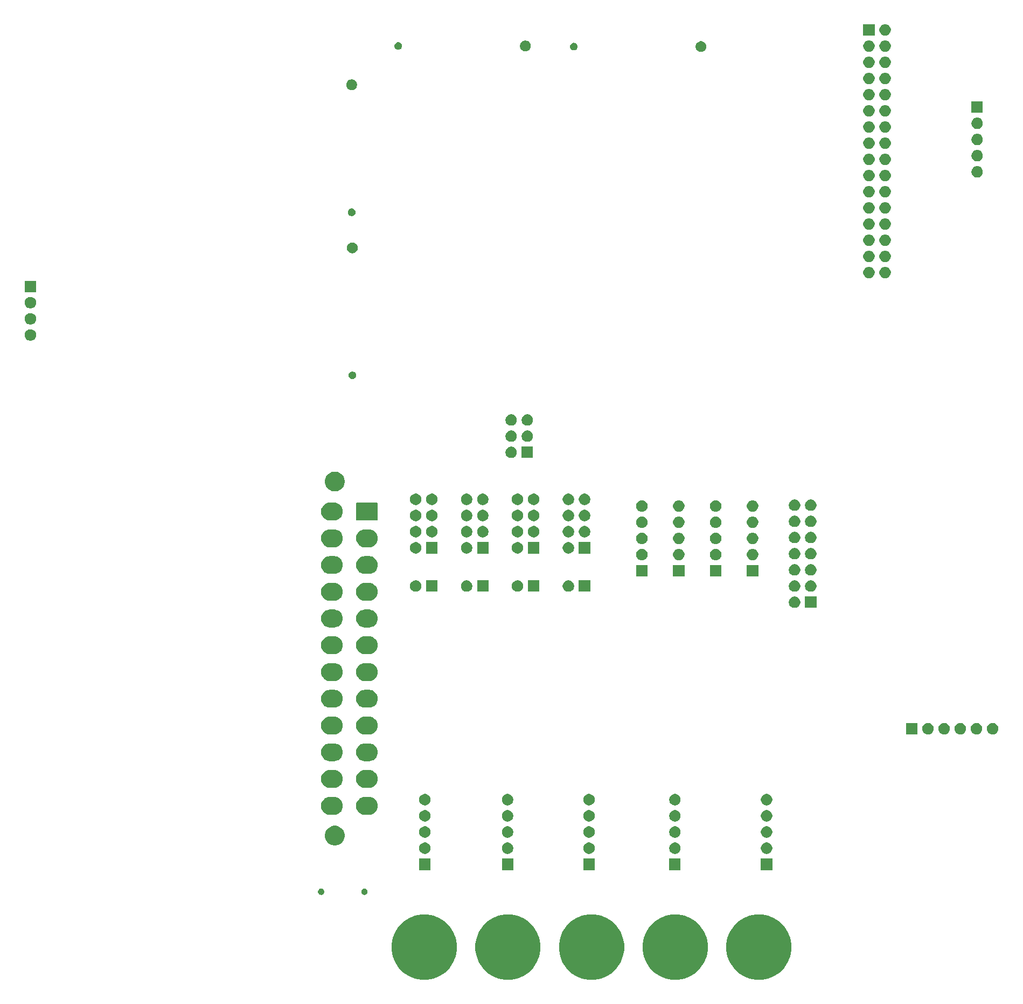
<source format=gbr>
%TF.GenerationSoftware,KiCad,Pcbnew,(5.1.6-dirty)*%
%TF.CreationDate,2020-08-28T22:36:31+02:00*%
%TF.ProjectId,FD,46442e6b-6963-4616-945f-706362585858,rev?*%
%TF.SameCoordinates,Original*%
%TF.FileFunction,Soldermask,Bot*%
%TF.FilePolarity,Negative*%
%FSLAX46Y46*%
G04 Gerber Fmt 4.6, Leading zero omitted, Abs format (unit mm)*
G04 Created by KiCad (PCBNEW (5.1.6-dirty)) date 2020-08-28 22:36:31*
%MOMM*%
%LPD*%
G01*
G04 APERTURE LIST*
%ADD10C,0.100000*%
G04 APERTURE END LIST*
D10*
G36*
X184596366Y-165767143D02*
G01*
X184596368Y-165767144D01*
X184596369Y-165767144D01*
X185529968Y-166153854D01*
X186370183Y-166715267D01*
X187084733Y-167429817D01*
X187646146Y-168270032D01*
X188032856Y-169203631D01*
X188230000Y-170194741D01*
X188230000Y-171205259D01*
X188032856Y-172196369D01*
X187646146Y-173129968D01*
X187084733Y-173970183D01*
X186370183Y-174684733D01*
X185529968Y-175246146D01*
X184596369Y-175632856D01*
X184596368Y-175632856D01*
X184596366Y-175632857D01*
X183605261Y-175830000D01*
X182594739Y-175830000D01*
X181603634Y-175632857D01*
X181603632Y-175632856D01*
X181603631Y-175632856D01*
X180670032Y-175246146D01*
X179829817Y-174684733D01*
X179115267Y-173970183D01*
X178553854Y-173129968D01*
X178167144Y-172196369D01*
X177970000Y-171205259D01*
X177970000Y-170194741D01*
X178167144Y-169203631D01*
X178553854Y-168270032D01*
X179115267Y-167429817D01*
X179829817Y-166715267D01*
X180670032Y-166153854D01*
X181603631Y-165767144D01*
X181603632Y-165767144D01*
X181603634Y-165767143D01*
X182594739Y-165570000D01*
X183605261Y-165570000D01*
X184596366Y-165767143D01*
G37*
G36*
X197746366Y-165767143D02*
G01*
X197746368Y-165767144D01*
X197746369Y-165767144D01*
X198679968Y-166153854D01*
X199520183Y-166715267D01*
X200234733Y-167429817D01*
X200796146Y-168270032D01*
X201182856Y-169203631D01*
X201380000Y-170194741D01*
X201380000Y-171205259D01*
X201182856Y-172196369D01*
X200796146Y-173129968D01*
X200234733Y-173970183D01*
X199520183Y-174684733D01*
X198679968Y-175246146D01*
X197746369Y-175632856D01*
X197746368Y-175632856D01*
X197746366Y-175632857D01*
X196755261Y-175830000D01*
X195744739Y-175830000D01*
X194753634Y-175632857D01*
X194753632Y-175632856D01*
X194753631Y-175632856D01*
X193820032Y-175246146D01*
X192979817Y-174684733D01*
X192265267Y-173970183D01*
X191703854Y-173129968D01*
X191317144Y-172196369D01*
X191120000Y-171205259D01*
X191120000Y-170194741D01*
X191317144Y-169203631D01*
X191703854Y-168270032D01*
X192265267Y-167429817D01*
X192979817Y-166715267D01*
X193820032Y-166153854D01*
X194753631Y-165767144D01*
X194753632Y-165767144D01*
X194753634Y-165767143D01*
X195744739Y-165570000D01*
X196755261Y-165570000D01*
X197746366Y-165767143D01*
G37*
G36*
X210896366Y-165767143D02*
G01*
X210896368Y-165767144D01*
X210896369Y-165767144D01*
X211829968Y-166153854D01*
X212670183Y-166715267D01*
X213384733Y-167429817D01*
X213946146Y-168270032D01*
X214332856Y-169203631D01*
X214530000Y-170194741D01*
X214530000Y-171205259D01*
X214332856Y-172196369D01*
X213946146Y-173129968D01*
X213384733Y-173970183D01*
X212670183Y-174684733D01*
X211829968Y-175246146D01*
X210896369Y-175632856D01*
X210896368Y-175632856D01*
X210896366Y-175632857D01*
X209905261Y-175830000D01*
X208894739Y-175830000D01*
X207903634Y-175632857D01*
X207903632Y-175632856D01*
X207903631Y-175632856D01*
X206970032Y-175246146D01*
X206129817Y-174684733D01*
X205415267Y-173970183D01*
X204853854Y-173129968D01*
X204467144Y-172196369D01*
X204270000Y-171205259D01*
X204270000Y-170194741D01*
X204467144Y-169203631D01*
X204853854Y-168270032D01*
X205415267Y-167429817D01*
X206129817Y-166715267D01*
X206970032Y-166153854D01*
X207903631Y-165767144D01*
X207903632Y-165767144D01*
X207903634Y-165767143D01*
X208894739Y-165570000D01*
X209905261Y-165570000D01*
X210896366Y-165767143D01*
G37*
G36*
X171446366Y-165767143D02*
G01*
X171446368Y-165767144D01*
X171446369Y-165767144D01*
X172379968Y-166153854D01*
X173220183Y-166715267D01*
X173934733Y-167429817D01*
X174496146Y-168270032D01*
X174882856Y-169203631D01*
X175080000Y-170194741D01*
X175080000Y-171205259D01*
X174882856Y-172196369D01*
X174496146Y-173129968D01*
X173934733Y-173970183D01*
X173220183Y-174684733D01*
X172379968Y-175246146D01*
X171446369Y-175632856D01*
X171446368Y-175632856D01*
X171446366Y-175632857D01*
X170455261Y-175830000D01*
X169444739Y-175830000D01*
X168453634Y-175632857D01*
X168453632Y-175632856D01*
X168453631Y-175632856D01*
X167520032Y-175246146D01*
X166679817Y-174684733D01*
X165965267Y-173970183D01*
X165403854Y-173129968D01*
X165017144Y-172196369D01*
X164820000Y-171205259D01*
X164820000Y-170194741D01*
X165017144Y-169203631D01*
X165403854Y-168270032D01*
X165965267Y-167429817D01*
X166679817Y-166715267D01*
X167520032Y-166153854D01*
X168453631Y-165767144D01*
X168453632Y-165767144D01*
X168453634Y-165767143D01*
X169444739Y-165570000D01*
X170455261Y-165570000D01*
X171446366Y-165767143D01*
G37*
G36*
X158296366Y-165767143D02*
G01*
X158296368Y-165767144D01*
X158296369Y-165767144D01*
X159229968Y-166153854D01*
X160070183Y-166715267D01*
X160784733Y-167429817D01*
X161346146Y-168270032D01*
X161732856Y-169203631D01*
X161930000Y-170194741D01*
X161930000Y-171205259D01*
X161732856Y-172196369D01*
X161346146Y-173129968D01*
X160784733Y-173970183D01*
X160070183Y-174684733D01*
X159229968Y-175246146D01*
X158296369Y-175632856D01*
X158296368Y-175632856D01*
X158296366Y-175632857D01*
X157305261Y-175830000D01*
X156294739Y-175830000D01*
X155303634Y-175632857D01*
X155303632Y-175632856D01*
X155303631Y-175632856D01*
X154370032Y-175246146D01*
X153529817Y-174684733D01*
X152815267Y-173970183D01*
X152253854Y-173129968D01*
X151867144Y-172196369D01*
X151670000Y-171205259D01*
X151670000Y-170194741D01*
X151867144Y-169203631D01*
X152253854Y-168270032D01*
X152815267Y-167429817D01*
X153529817Y-166715267D01*
X154370032Y-166153854D01*
X155303631Y-165767144D01*
X155303632Y-165767144D01*
X155303634Y-165767143D01*
X156294739Y-165570000D01*
X157305261Y-165570000D01*
X158296366Y-165767143D01*
G37*
G36*
X147545842Y-161519214D02*
G01*
X147545844Y-161519215D01*
X147545845Y-161519215D01*
X147636839Y-161556906D01*
X147636841Y-161556907D01*
X147718730Y-161611623D01*
X147788377Y-161681270D01*
X147843093Y-161763159D01*
X147880786Y-161854158D01*
X147900000Y-161950752D01*
X147900000Y-162049248D01*
X147880786Y-162145842D01*
X147843093Y-162236841D01*
X147788377Y-162318730D01*
X147718730Y-162388377D01*
X147636841Y-162443093D01*
X147636840Y-162443094D01*
X147636839Y-162443094D01*
X147545845Y-162480785D01*
X147545844Y-162480785D01*
X147545842Y-162480786D01*
X147449248Y-162500000D01*
X147350752Y-162500000D01*
X147254158Y-162480786D01*
X147254156Y-162480785D01*
X147254155Y-162480785D01*
X147163161Y-162443094D01*
X147163160Y-162443094D01*
X147163159Y-162443093D01*
X147081270Y-162388377D01*
X147011623Y-162318730D01*
X146956907Y-162236841D01*
X146919214Y-162145842D01*
X146900000Y-162049248D01*
X146900000Y-161950752D01*
X146919214Y-161854158D01*
X146956907Y-161763159D01*
X147011623Y-161681270D01*
X147081270Y-161611623D01*
X147163159Y-161556907D01*
X147163161Y-161556906D01*
X147254155Y-161519215D01*
X147254156Y-161519215D01*
X147254158Y-161519214D01*
X147350752Y-161500000D01*
X147449248Y-161500000D01*
X147545842Y-161519214D01*
G37*
G36*
X140745842Y-161519214D02*
G01*
X140745844Y-161519215D01*
X140745845Y-161519215D01*
X140836839Y-161556906D01*
X140836841Y-161556907D01*
X140918730Y-161611623D01*
X140988377Y-161681270D01*
X141043093Y-161763159D01*
X141080786Y-161854158D01*
X141100000Y-161950752D01*
X141100000Y-162049248D01*
X141080786Y-162145842D01*
X141043093Y-162236841D01*
X140988377Y-162318730D01*
X140918730Y-162388377D01*
X140836841Y-162443093D01*
X140836840Y-162443094D01*
X140836839Y-162443094D01*
X140745845Y-162480785D01*
X140745844Y-162480785D01*
X140745842Y-162480786D01*
X140649248Y-162500000D01*
X140550752Y-162500000D01*
X140454158Y-162480786D01*
X140454156Y-162480785D01*
X140454155Y-162480785D01*
X140363161Y-162443094D01*
X140363160Y-162443094D01*
X140363159Y-162443093D01*
X140281270Y-162388377D01*
X140211623Y-162318730D01*
X140156907Y-162236841D01*
X140119214Y-162145842D01*
X140100000Y-162049248D01*
X140100000Y-161950752D01*
X140119214Y-161854158D01*
X140156907Y-161763159D01*
X140211623Y-161681270D01*
X140281270Y-161611623D01*
X140363159Y-161556907D01*
X140363161Y-161556906D01*
X140454155Y-161519215D01*
X140454156Y-161519215D01*
X140454158Y-161519214D01*
X140550752Y-161500000D01*
X140649248Y-161500000D01*
X140745842Y-161519214D01*
G37*
G36*
X157800000Y-158600000D02*
G01*
X156000000Y-158600000D01*
X156000000Y-156800000D01*
X157800000Y-156800000D01*
X157800000Y-158600000D01*
G37*
G36*
X170800000Y-158600000D02*
G01*
X169000000Y-158600000D01*
X169000000Y-156800000D01*
X170800000Y-156800000D01*
X170800000Y-158600000D01*
G37*
G36*
X183600000Y-158600000D02*
G01*
X181800000Y-158600000D01*
X181800000Y-156800000D01*
X183600000Y-156800000D01*
X183600000Y-158600000D01*
G37*
G36*
X197100000Y-158600000D02*
G01*
X195300000Y-158600000D01*
X195300000Y-156800000D01*
X197100000Y-156800000D01*
X197100000Y-158600000D01*
G37*
G36*
X211500000Y-158600000D02*
G01*
X209700000Y-158600000D01*
X209700000Y-156800000D01*
X211500000Y-156800000D01*
X211500000Y-158600000D01*
G37*
G36*
X157162520Y-154294586D02*
G01*
X157162522Y-154294587D01*
X157162523Y-154294587D01*
X157223025Y-154319648D01*
X157326310Y-154362430D01*
X157473717Y-154460924D01*
X157599076Y-154586283D01*
X157697570Y-154733690D01*
X157765414Y-154897480D01*
X157800000Y-155071358D01*
X157800000Y-155248642D01*
X157765414Y-155422520D01*
X157697570Y-155586310D01*
X157599076Y-155733717D01*
X157473717Y-155859076D01*
X157326310Y-155957570D01*
X157223025Y-156000352D01*
X157162523Y-156025413D01*
X157162522Y-156025413D01*
X157162520Y-156025414D01*
X156988642Y-156060000D01*
X156811358Y-156060000D01*
X156637480Y-156025414D01*
X156637478Y-156025413D01*
X156637477Y-156025413D01*
X156576975Y-156000352D01*
X156473690Y-155957570D01*
X156326283Y-155859076D01*
X156200924Y-155733717D01*
X156102430Y-155586310D01*
X156034586Y-155422520D01*
X156000000Y-155248642D01*
X156000000Y-155071358D01*
X156034586Y-154897480D01*
X156102430Y-154733690D01*
X156200924Y-154586283D01*
X156326283Y-154460924D01*
X156473690Y-154362430D01*
X156576975Y-154319648D01*
X156637477Y-154294587D01*
X156637478Y-154294587D01*
X156637480Y-154294586D01*
X156811358Y-154260000D01*
X156988642Y-154260000D01*
X157162520Y-154294586D01*
G37*
G36*
X170162520Y-154294586D02*
G01*
X170162522Y-154294587D01*
X170162523Y-154294587D01*
X170223025Y-154319648D01*
X170326310Y-154362430D01*
X170473717Y-154460924D01*
X170599076Y-154586283D01*
X170697570Y-154733690D01*
X170765414Y-154897480D01*
X170800000Y-155071358D01*
X170800000Y-155248642D01*
X170765414Y-155422520D01*
X170697570Y-155586310D01*
X170599076Y-155733717D01*
X170473717Y-155859076D01*
X170326310Y-155957570D01*
X170223025Y-156000352D01*
X170162523Y-156025413D01*
X170162522Y-156025413D01*
X170162520Y-156025414D01*
X169988642Y-156060000D01*
X169811358Y-156060000D01*
X169637480Y-156025414D01*
X169637478Y-156025413D01*
X169637477Y-156025413D01*
X169576975Y-156000352D01*
X169473690Y-155957570D01*
X169326283Y-155859076D01*
X169200924Y-155733717D01*
X169102430Y-155586310D01*
X169034586Y-155422520D01*
X169000000Y-155248642D01*
X169000000Y-155071358D01*
X169034586Y-154897480D01*
X169102430Y-154733690D01*
X169200924Y-154586283D01*
X169326283Y-154460924D01*
X169473690Y-154362430D01*
X169576975Y-154319648D01*
X169637477Y-154294587D01*
X169637478Y-154294587D01*
X169637480Y-154294586D01*
X169811358Y-154260000D01*
X169988642Y-154260000D01*
X170162520Y-154294586D01*
G37*
G36*
X182962520Y-154294586D02*
G01*
X182962522Y-154294587D01*
X182962523Y-154294587D01*
X183023025Y-154319648D01*
X183126310Y-154362430D01*
X183273717Y-154460924D01*
X183399076Y-154586283D01*
X183497570Y-154733690D01*
X183565414Y-154897480D01*
X183600000Y-155071358D01*
X183600000Y-155248642D01*
X183565414Y-155422520D01*
X183497570Y-155586310D01*
X183399076Y-155733717D01*
X183273717Y-155859076D01*
X183126310Y-155957570D01*
X183023025Y-156000352D01*
X182962523Y-156025413D01*
X182962522Y-156025413D01*
X182962520Y-156025414D01*
X182788642Y-156060000D01*
X182611358Y-156060000D01*
X182437480Y-156025414D01*
X182437478Y-156025413D01*
X182437477Y-156025413D01*
X182376975Y-156000352D01*
X182273690Y-155957570D01*
X182126283Y-155859076D01*
X182000924Y-155733717D01*
X181902430Y-155586310D01*
X181834586Y-155422520D01*
X181800000Y-155248642D01*
X181800000Y-155071358D01*
X181834586Y-154897480D01*
X181902430Y-154733690D01*
X182000924Y-154586283D01*
X182126283Y-154460924D01*
X182273690Y-154362430D01*
X182376975Y-154319648D01*
X182437477Y-154294587D01*
X182437478Y-154294587D01*
X182437480Y-154294586D01*
X182611358Y-154260000D01*
X182788642Y-154260000D01*
X182962520Y-154294586D01*
G37*
G36*
X196462520Y-154294586D02*
G01*
X196462522Y-154294587D01*
X196462523Y-154294587D01*
X196523025Y-154319648D01*
X196626310Y-154362430D01*
X196773717Y-154460924D01*
X196899076Y-154586283D01*
X196997570Y-154733690D01*
X197065414Y-154897480D01*
X197100000Y-155071358D01*
X197100000Y-155248642D01*
X197065414Y-155422520D01*
X196997570Y-155586310D01*
X196899076Y-155733717D01*
X196773717Y-155859076D01*
X196626310Y-155957570D01*
X196523025Y-156000352D01*
X196462523Y-156025413D01*
X196462522Y-156025413D01*
X196462520Y-156025414D01*
X196288642Y-156060000D01*
X196111358Y-156060000D01*
X195937480Y-156025414D01*
X195937478Y-156025413D01*
X195937477Y-156025413D01*
X195876975Y-156000352D01*
X195773690Y-155957570D01*
X195626283Y-155859076D01*
X195500924Y-155733717D01*
X195402430Y-155586310D01*
X195334586Y-155422520D01*
X195300000Y-155248642D01*
X195300000Y-155071358D01*
X195334586Y-154897480D01*
X195402430Y-154733690D01*
X195500924Y-154586283D01*
X195626283Y-154460924D01*
X195773690Y-154362430D01*
X195876975Y-154319648D01*
X195937477Y-154294587D01*
X195937478Y-154294587D01*
X195937480Y-154294586D01*
X196111358Y-154260000D01*
X196288642Y-154260000D01*
X196462520Y-154294586D01*
G37*
G36*
X210862520Y-154294586D02*
G01*
X210862522Y-154294587D01*
X210862523Y-154294587D01*
X210923025Y-154319648D01*
X211026310Y-154362430D01*
X211173717Y-154460924D01*
X211299076Y-154586283D01*
X211397570Y-154733690D01*
X211465414Y-154897480D01*
X211500000Y-155071358D01*
X211500000Y-155248642D01*
X211465414Y-155422520D01*
X211397570Y-155586310D01*
X211299076Y-155733717D01*
X211173717Y-155859076D01*
X211026310Y-155957570D01*
X210923025Y-156000352D01*
X210862523Y-156025413D01*
X210862522Y-156025413D01*
X210862520Y-156025414D01*
X210688642Y-156060000D01*
X210511358Y-156060000D01*
X210337480Y-156025414D01*
X210337478Y-156025413D01*
X210337477Y-156025413D01*
X210276975Y-156000352D01*
X210173690Y-155957570D01*
X210026283Y-155859076D01*
X209900924Y-155733717D01*
X209802430Y-155586310D01*
X209734586Y-155422520D01*
X209700000Y-155248642D01*
X209700000Y-155071358D01*
X209734586Y-154897480D01*
X209802430Y-154733690D01*
X209900924Y-154586283D01*
X210026283Y-154460924D01*
X210173690Y-154362430D01*
X210276975Y-154319648D01*
X210337477Y-154294587D01*
X210337478Y-154294587D01*
X210337480Y-154294586D01*
X210511358Y-154260000D01*
X210688642Y-154260000D01*
X210862520Y-154294586D01*
G37*
G36*
X143212118Y-151709565D02*
G01*
X143212120Y-151709566D01*
X143212121Y-151709566D01*
X143494202Y-151826409D01*
X143621134Y-151911222D01*
X143748068Y-151996036D01*
X143963964Y-152211932D01*
X143963965Y-152211934D01*
X144133591Y-152465798D01*
X144234181Y-152708640D01*
X144250435Y-152747882D01*
X144310000Y-153047338D01*
X144310000Y-153352662D01*
X144250435Y-153652118D01*
X144133592Y-153934200D01*
X143963964Y-154188068D01*
X143748068Y-154403964D01*
X143662821Y-154460924D01*
X143494202Y-154573591D01*
X143212121Y-154690434D01*
X143212120Y-154690434D01*
X143212118Y-154690435D01*
X142912662Y-154750000D01*
X142607338Y-154750000D01*
X142307882Y-154690435D01*
X142307880Y-154690434D01*
X142307879Y-154690434D01*
X142025798Y-154573591D01*
X141857179Y-154460924D01*
X141771932Y-154403964D01*
X141556036Y-154188068D01*
X141386408Y-153934200D01*
X141269565Y-153652118D01*
X141210000Y-153352662D01*
X141210000Y-153047338D01*
X141269565Y-152747882D01*
X141285820Y-152708640D01*
X141386409Y-152465798D01*
X141556035Y-152211934D01*
X141556036Y-152211932D01*
X141771932Y-151996036D01*
X141898866Y-151911222D01*
X142025798Y-151826409D01*
X142307879Y-151709566D01*
X142307880Y-151709566D01*
X142307882Y-151709565D01*
X142607338Y-151650000D01*
X142912662Y-151650000D01*
X143212118Y-151709565D01*
G37*
G36*
X170162520Y-151754586D02*
G01*
X170162522Y-151754587D01*
X170162523Y-151754587D01*
X170223025Y-151779648D01*
X170326310Y-151822430D01*
X170473717Y-151920924D01*
X170599076Y-152046283D01*
X170697570Y-152193690D01*
X170765414Y-152357480D01*
X170800000Y-152531358D01*
X170800000Y-152708642D01*
X170765414Y-152882520D01*
X170697570Y-153046310D01*
X170599076Y-153193717D01*
X170473717Y-153319076D01*
X170326310Y-153417570D01*
X170223025Y-153460352D01*
X170162523Y-153485413D01*
X170162522Y-153485413D01*
X170162520Y-153485414D01*
X169988642Y-153520000D01*
X169811358Y-153520000D01*
X169637480Y-153485414D01*
X169637478Y-153485413D01*
X169637477Y-153485413D01*
X169576975Y-153460352D01*
X169473690Y-153417570D01*
X169326283Y-153319076D01*
X169200924Y-153193717D01*
X169102430Y-153046310D01*
X169034586Y-152882520D01*
X169000000Y-152708642D01*
X169000000Y-152531358D01*
X169034586Y-152357480D01*
X169102430Y-152193690D01*
X169200924Y-152046283D01*
X169326283Y-151920924D01*
X169473690Y-151822430D01*
X169576975Y-151779648D01*
X169637477Y-151754587D01*
X169637478Y-151754587D01*
X169637480Y-151754586D01*
X169811358Y-151720000D01*
X169988642Y-151720000D01*
X170162520Y-151754586D01*
G37*
G36*
X157162520Y-151754586D02*
G01*
X157162522Y-151754587D01*
X157162523Y-151754587D01*
X157223025Y-151779648D01*
X157326310Y-151822430D01*
X157473717Y-151920924D01*
X157599076Y-152046283D01*
X157697570Y-152193690D01*
X157765414Y-152357480D01*
X157800000Y-152531358D01*
X157800000Y-152708642D01*
X157765414Y-152882520D01*
X157697570Y-153046310D01*
X157599076Y-153193717D01*
X157473717Y-153319076D01*
X157326310Y-153417570D01*
X157223025Y-153460352D01*
X157162523Y-153485413D01*
X157162522Y-153485413D01*
X157162520Y-153485414D01*
X156988642Y-153520000D01*
X156811358Y-153520000D01*
X156637480Y-153485414D01*
X156637478Y-153485413D01*
X156637477Y-153485413D01*
X156576975Y-153460352D01*
X156473690Y-153417570D01*
X156326283Y-153319076D01*
X156200924Y-153193717D01*
X156102430Y-153046310D01*
X156034586Y-152882520D01*
X156000000Y-152708642D01*
X156000000Y-152531358D01*
X156034586Y-152357480D01*
X156102430Y-152193690D01*
X156200924Y-152046283D01*
X156326283Y-151920924D01*
X156473690Y-151822430D01*
X156576975Y-151779648D01*
X156637477Y-151754587D01*
X156637478Y-151754587D01*
X156637480Y-151754586D01*
X156811358Y-151720000D01*
X156988642Y-151720000D01*
X157162520Y-151754586D01*
G37*
G36*
X182962520Y-151754586D02*
G01*
X182962522Y-151754587D01*
X182962523Y-151754587D01*
X183023025Y-151779648D01*
X183126310Y-151822430D01*
X183273717Y-151920924D01*
X183399076Y-152046283D01*
X183497570Y-152193690D01*
X183565414Y-152357480D01*
X183600000Y-152531358D01*
X183600000Y-152708642D01*
X183565414Y-152882520D01*
X183497570Y-153046310D01*
X183399076Y-153193717D01*
X183273717Y-153319076D01*
X183126310Y-153417570D01*
X183023025Y-153460352D01*
X182962523Y-153485413D01*
X182962522Y-153485413D01*
X182962520Y-153485414D01*
X182788642Y-153520000D01*
X182611358Y-153520000D01*
X182437480Y-153485414D01*
X182437478Y-153485413D01*
X182437477Y-153485413D01*
X182376975Y-153460352D01*
X182273690Y-153417570D01*
X182126283Y-153319076D01*
X182000924Y-153193717D01*
X181902430Y-153046310D01*
X181834586Y-152882520D01*
X181800000Y-152708642D01*
X181800000Y-152531358D01*
X181834586Y-152357480D01*
X181902430Y-152193690D01*
X182000924Y-152046283D01*
X182126283Y-151920924D01*
X182273690Y-151822430D01*
X182376975Y-151779648D01*
X182437477Y-151754587D01*
X182437478Y-151754587D01*
X182437480Y-151754586D01*
X182611358Y-151720000D01*
X182788642Y-151720000D01*
X182962520Y-151754586D01*
G37*
G36*
X210862520Y-151754586D02*
G01*
X210862522Y-151754587D01*
X210862523Y-151754587D01*
X210923025Y-151779648D01*
X211026310Y-151822430D01*
X211173717Y-151920924D01*
X211299076Y-152046283D01*
X211397570Y-152193690D01*
X211465414Y-152357480D01*
X211500000Y-152531358D01*
X211500000Y-152708642D01*
X211465414Y-152882520D01*
X211397570Y-153046310D01*
X211299076Y-153193717D01*
X211173717Y-153319076D01*
X211026310Y-153417570D01*
X210923025Y-153460352D01*
X210862523Y-153485413D01*
X210862522Y-153485413D01*
X210862520Y-153485414D01*
X210688642Y-153520000D01*
X210511358Y-153520000D01*
X210337480Y-153485414D01*
X210337478Y-153485413D01*
X210337477Y-153485413D01*
X210276975Y-153460352D01*
X210173690Y-153417570D01*
X210026283Y-153319076D01*
X209900924Y-153193717D01*
X209802430Y-153046310D01*
X209734586Y-152882520D01*
X209700000Y-152708642D01*
X209700000Y-152531358D01*
X209734586Y-152357480D01*
X209802430Y-152193690D01*
X209900924Y-152046283D01*
X210026283Y-151920924D01*
X210173690Y-151822430D01*
X210276975Y-151779648D01*
X210337477Y-151754587D01*
X210337478Y-151754587D01*
X210337480Y-151754586D01*
X210511358Y-151720000D01*
X210688642Y-151720000D01*
X210862520Y-151754586D01*
G37*
G36*
X196462520Y-151754586D02*
G01*
X196462522Y-151754587D01*
X196462523Y-151754587D01*
X196523025Y-151779648D01*
X196626310Y-151822430D01*
X196773717Y-151920924D01*
X196899076Y-152046283D01*
X196997570Y-152193690D01*
X197065414Y-152357480D01*
X197100000Y-152531358D01*
X197100000Y-152708642D01*
X197065414Y-152882520D01*
X196997570Y-153046310D01*
X196899076Y-153193717D01*
X196773717Y-153319076D01*
X196626310Y-153417570D01*
X196523025Y-153460352D01*
X196462523Y-153485413D01*
X196462522Y-153485413D01*
X196462520Y-153485414D01*
X196288642Y-153520000D01*
X196111358Y-153520000D01*
X195937480Y-153485414D01*
X195937478Y-153485413D01*
X195937477Y-153485413D01*
X195876975Y-153460352D01*
X195773690Y-153417570D01*
X195626283Y-153319076D01*
X195500924Y-153193717D01*
X195402430Y-153046310D01*
X195334586Y-152882520D01*
X195300000Y-152708642D01*
X195300000Y-152531358D01*
X195334586Y-152357480D01*
X195402430Y-152193690D01*
X195500924Y-152046283D01*
X195626283Y-151920924D01*
X195773690Y-151822430D01*
X195876975Y-151779648D01*
X195937477Y-151754587D01*
X195937478Y-151754587D01*
X195937480Y-151754586D01*
X196111358Y-151720000D01*
X196288642Y-151720000D01*
X196462520Y-151754586D01*
G37*
G36*
X196462520Y-149214586D02*
G01*
X196462522Y-149214587D01*
X196462523Y-149214587D01*
X196523025Y-149239648D01*
X196626310Y-149282430D01*
X196773717Y-149380924D01*
X196899076Y-149506283D01*
X196997570Y-149653690D01*
X197065414Y-149817480D01*
X197100000Y-149991358D01*
X197100000Y-150168642D01*
X197065414Y-150342520D01*
X196997570Y-150506310D01*
X196899076Y-150653717D01*
X196773717Y-150779076D01*
X196626310Y-150877570D01*
X196523025Y-150920352D01*
X196462523Y-150945413D01*
X196462522Y-150945413D01*
X196462520Y-150945414D01*
X196288642Y-150980000D01*
X196111358Y-150980000D01*
X195937480Y-150945414D01*
X195937478Y-150945413D01*
X195937477Y-150945413D01*
X195876975Y-150920352D01*
X195773690Y-150877570D01*
X195626283Y-150779076D01*
X195500924Y-150653717D01*
X195402430Y-150506310D01*
X195334586Y-150342520D01*
X195300000Y-150168642D01*
X195300000Y-149991358D01*
X195334586Y-149817480D01*
X195402430Y-149653690D01*
X195500924Y-149506283D01*
X195626283Y-149380924D01*
X195773690Y-149282430D01*
X195876975Y-149239648D01*
X195937477Y-149214587D01*
X195937478Y-149214587D01*
X195937480Y-149214586D01*
X196111358Y-149180000D01*
X196288642Y-149180000D01*
X196462520Y-149214586D01*
G37*
G36*
X182962520Y-149214586D02*
G01*
X182962522Y-149214587D01*
X182962523Y-149214587D01*
X183023025Y-149239648D01*
X183126310Y-149282430D01*
X183273717Y-149380924D01*
X183399076Y-149506283D01*
X183497570Y-149653690D01*
X183565414Y-149817480D01*
X183600000Y-149991358D01*
X183600000Y-150168642D01*
X183565414Y-150342520D01*
X183497570Y-150506310D01*
X183399076Y-150653717D01*
X183273717Y-150779076D01*
X183126310Y-150877570D01*
X183023025Y-150920352D01*
X182962523Y-150945413D01*
X182962522Y-150945413D01*
X182962520Y-150945414D01*
X182788642Y-150980000D01*
X182611358Y-150980000D01*
X182437480Y-150945414D01*
X182437478Y-150945413D01*
X182437477Y-150945413D01*
X182376975Y-150920352D01*
X182273690Y-150877570D01*
X182126283Y-150779076D01*
X182000924Y-150653717D01*
X181902430Y-150506310D01*
X181834586Y-150342520D01*
X181800000Y-150168642D01*
X181800000Y-149991358D01*
X181834586Y-149817480D01*
X181902430Y-149653690D01*
X182000924Y-149506283D01*
X182126283Y-149380924D01*
X182273690Y-149282430D01*
X182376975Y-149239648D01*
X182437477Y-149214587D01*
X182437478Y-149214587D01*
X182437480Y-149214586D01*
X182611358Y-149180000D01*
X182788642Y-149180000D01*
X182962520Y-149214586D01*
G37*
G36*
X170162520Y-149214586D02*
G01*
X170162522Y-149214587D01*
X170162523Y-149214587D01*
X170223025Y-149239648D01*
X170326310Y-149282430D01*
X170473717Y-149380924D01*
X170599076Y-149506283D01*
X170697570Y-149653690D01*
X170765414Y-149817480D01*
X170800000Y-149991358D01*
X170800000Y-150168642D01*
X170765414Y-150342520D01*
X170697570Y-150506310D01*
X170599076Y-150653717D01*
X170473717Y-150779076D01*
X170326310Y-150877570D01*
X170223025Y-150920352D01*
X170162523Y-150945413D01*
X170162522Y-150945413D01*
X170162520Y-150945414D01*
X169988642Y-150980000D01*
X169811358Y-150980000D01*
X169637480Y-150945414D01*
X169637478Y-150945413D01*
X169637477Y-150945413D01*
X169576975Y-150920352D01*
X169473690Y-150877570D01*
X169326283Y-150779076D01*
X169200924Y-150653717D01*
X169102430Y-150506310D01*
X169034586Y-150342520D01*
X169000000Y-150168642D01*
X169000000Y-149991358D01*
X169034586Y-149817480D01*
X169102430Y-149653690D01*
X169200924Y-149506283D01*
X169326283Y-149380924D01*
X169473690Y-149282430D01*
X169576975Y-149239648D01*
X169637477Y-149214587D01*
X169637478Y-149214587D01*
X169637480Y-149214586D01*
X169811358Y-149180000D01*
X169988642Y-149180000D01*
X170162520Y-149214586D01*
G37*
G36*
X157162520Y-149214586D02*
G01*
X157162522Y-149214587D01*
X157162523Y-149214587D01*
X157223025Y-149239648D01*
X157326310Y-149282430D01*
X157473717Y-149380924D01*
X157599076Y-149506283D01*
X157697570Y-149653690D01*
X157765414Y-149817480D01*
X157800000Y-149991358D01*
X157800000Y-150168642D01*
X157765414Y-150342520D01*
X157697570Y-150506310D01*
X157599076Y-150653717D01*
X157473717Y-150779076D01*
X157326310Y-150877570D01*
X157223025Y-150920352D01*
X157162523Y-150945413D01*
X157162522Y-150945413D01*
X157162520Y-150945414D01*
X156988642Y-150980000D01*
X156811358Y-150980000D01*
X156637480Y-150945414D01*
X156637478Y-150945413D01*
X156637477Y-150945413D01*
X156576975Y-150920352D01*
X156473690Y-150877570D01*
X156326283Y-150779076D01*
X156200924Y-150653717D01*
X156102430Y-150506310D01*
X156034586Y-150342520D01*
X156000000Y-150168642D01*
X156000000Y-149991358D01*
X156034586Y-149817480D01*
X156102430Y-149653690D01*
X156200924Y-149506283D01*
X156326283Y-149380924D01*
X156473690Y-149282430D01*
X156576975Y-149239648D01*
X156637477Y-149214587D01*
X156637478Y-149214587D01*
X156637480Y-149214586D01*
X156811358Y-149180000D01*
X156988642Y-149180000D01*
X157162520Y-149214586D01*
G37*
G36*
X210862520Y-149214586D02*
G01*
X210862522Y-149214587D01*
X210862523Y-149214587D01*
X210923025Y-149239648D01*
X211026310Y-149282430D01*
X211173717Y-149380924D01*
X211299076Y-149506283D01*
X211397570Y-149653690D01*
X211465414Y-149817480D01*
X211500000Y-149991358D01*
X211500000Y-150168642D01*
X211465414Y-150342520D01*
X211397570Y-150506310D01*
X211299076Y-150653717D01*
X211173717Y-150779076D01*
X211026310Y-150877570D01*
X210923025Y-150920352D01*
X210862523Y-150945413D01*
X210862522Y-150945413D01*
X210862520Y-150945414D01*
X210688642Y-150980000D01*
X210511358Y-150980000D01*
X210337480Y-150945414D01*
X210337478Y-150945413D01*
X210337477Y-150945413D01*
X210276975Y-150920352D01*
X210173690Y-150877570D01*
X210026283Y-150779076D01*
X209900924Y-150653717D01*
X209802430Y-150506310D01*
X209734586Y-150342520D01*
X209700000Y-150168642D01*
X209700000Y-149991358D01*
X209734586Y-149817480D01*
X209802430Y-149653690D01*
X209900924Y-149506283D01*
X210026283Y-149380924D01*
X210173690Y-149282430D01*
X210276975Y-149239648D01*
X210337477Y-149214587D01*
X210337478Y-149214587D01*
X210337480Y-149214586D01*
X210511358Y-149180000D01*
X210688642Y-149180000D01*
X210862520Y-149214586D01*
G37*
G36*
X148374448Y-147120257D02*
G01*
X148638349Y-147200310D01*
X148759956Y-147265310D01*
X148881561Y-147330309D01*
X149029061Y-147451360D01*
X149094739Y-147505261D01*
X149269690Y-147718438D01*
X149399690Y-147961651D01*
X149479743Y-148225552D01*
X149506774Y-148500000D01*
X149479743Y-148774448D01*
X149399690Y-149038349D01*
X149399689Y-149038350D01*
X149269691Y-149281561D01*
X149094739Y-149494739D01*
X148881561Y-149669691D01*
X148759956Y-149734690D01*
X148638349Y-149799690D01*
X148374448Y-149879743D01*
X148168777Y-149900000D01*
X147431223Y-149900000D01*
X147225552Y-149879743D01*
X146961651Y-149799690D01*
X146840044Y-149734690D01*
X146718439Y-149669691D01*
X146505261Y-149494739D01*
X146330309Y-149281561D01*
X146200311Y-149038350D01*
X146200310Y-149038349D01*
X146120257Y-148774448D01*
X146093226Y-148500000D01*
X146120257Y-148225552D01*
X146200310Y-147961651D01*
X146330310Y-147718438D01*
X146505261Y-147505261D01*
X146570939Y-147451360D01*
X146718439Y-147330309D01*
X146840044Y-147265310D01*
X146961651Y-147200310D01*
X147225552Y-147120257D01*
X147431223Y-147100000D01*
X148168777Y-147100000D01*
X148374448Y-147120257D01*
G37*
G36*
X142874448Y-147120257D02*
G01*
X143138349Y-147200310D01*
X143259956Y-147265310D01*
X143381561Y-147330309D01*
X143529061Y-147451360D01*
X143594739Y-147505261D01*
X143769690Y-147718438D01*
X143899690Y-147961651D01*
X143979743Y-148225552D01*
X144006774Y-148500000D01*
X143979743Y-148774448D01*
X143899690Y-149038349D01*
X143899689Y-149038350D01*
X143769691Y-149281561D01*
X143594739Y-149494739D01*
X143381561Y-149669691D01*
X143259956Y-149734690D01*
X143138349Y-149799690D01*
X142874448Y-149879743D01*
X142668777Y-149900000D01*
X141931223Y-149900000D01*
X141725552Y-149879743D01*
X141461651Y-149799690D01*
X141340044Y-149734690D01*
X141218439Y-149669691D01*
X141005261Y-149494739D01*
X140830309Y-149281561D01*
X140700311Y-149038350D01*
X140700310Y-149038349D01*
X140620257Y-148774448D01*
X140593226Y-148500000D01*
X140620257Y-148225552D01*
X140700310Y-147961651D01*
X140830310Y-147718438D01*
X141005261Y-147505261D01*
X141070939Y-147451360D01*
X141218439Y-147330309D01*
X141340044Y-147265310D01*
X141461651Y-147200310D01*
X141725552Y-147120257D01*
X141931223Y-147100000D01*
X142668777Y-147100000D01*
X142874448Y-147120257D01*
G37*
G36*
X196462520Y-146674586D02*
G01*
X196462522Y-146674587D01*
X196462523Y-146674587D01*
X196523025Y-146699648D01*
X196626310Y-146742430D01*
X196773717Y-146840924D01*
X196899076Y-146966283D01*
X196997570Y-147113690D01*
X197065414Y-147277480D01*
X197100000Y-147451358D01*
X197100000Y-147628642D01*
X197065414Y-147802520D01*
X196997570Y-147966310D01*
X196899076Y-148113717D01*
X196773717Y-148239076D01*
X196626310Y-148337570D01*
X196523025Y-148380352D01*
X196462523Y-148405413D01*
X196462522Y-148405413D01*
X196462520Y-148405414D01*
X196288642Y-148440000D01*
X196111358Y-148440000D01*
X195937480Y-148405414D01*
X195937478Y-148405413D01*
X195937477Y-148405413D01*
X195876975Y-148380352D01*
X195773690Y-148337570D01*
X195626283Y-148239076D01*
X195500924Y-148113717D01*
X195402430Y-147966310D01*
X195334586Y-147802520D01*
X195300000Y-147628642D01*
X195300000Y-147451358D01*
X195334586Y-147277480D01*
X195402430Y-147113690D01*
X195500924Y-146966283D01*
X195626283Y-146840924D01*
X195773690Y-146742430D01*
X195876975Y-146699648D01*
X195937477Y-146674587D01*
X195937478Y-146674587D01*
X195937480Y-146674586D01*
X196111358Y-146640000D01*
X196288642Y-146640000D01*
X196462520Y-146674586D01*
G37*
G36*
X210862520Y-146674586D02*
G01*
X210862522Y-146674587D01*
X210862523Y-146674587D01*
X210923025Y-146699648D01*
X211026310Y-146742430D01*
X211173717Y-146840924D01*
X211299076Y-146966283D01*
X211397570Y-147113690D01*
X211465414Y-147277480D01*
X211500000Y-147451358D01*
X211500000Y-147628642D01*
X211465414Y-147802520D01*
X211397570Y-147966310D01*
X211299076Y-148113717D01*
X211173717Y-148239076D01*
X211026310Y-148337570D01*
X210923025Y-148380352D01*
X210862523Y-148405413D01*
X210862522Y-148405413D01*
X210862520Y-148405414D01*
X210688642Y-148440000D01*
X210511358Y-148440000D01*
X210337480Y-148405414D01*
X210337478Y-148405413D01*
X210337477Y-148405413D01*
X210276975Y-148380352D01*
X210173690Y-148337570D01*
X210026283Y-148239076D01*
X209900924Y-148113717D01*
X209802430Y-147966310D01*
X209734586Y-147802520D01*
X209700000Y-147628642D01*
X209700000Y-147451358D01*
X209734586Y-147277480D01*
X209802430Y-147113690D01*
X209900924Y-146966283D01*
X210026283Y-146840924D01*
X210173690Y-146742430D01*
X210276975Y-146699648D01*
X210337477Y-146674587D01*
X210337478Y-146674587D01*
X210337480Y-146674586D01*
X210511358Y-146640000D01*
X210688642Y-146640000D01*
X210862520Y-146674586D01*
G37*
G36*
X182962520Y-146674586D02*
G01*
X182962522Y-146674587D01*
X182962523Y-146674587D01*
X183023025Y-146699648D01*
X183126310Y-146742430D01*
X183273717Y-146840924D01*
X183399076Y-146966283D01*
X183497570Y-147113690D01*
X183565414Y-147277480D01*
X183600000Y-147451358D01*
X183600000Y-147628642D01*
X183565414Y-147802520D01*
X183497570Y-147966310D01*
X183399076Y-148113717D01*
X183273717Y-148239076D01*
X183126310Y-148337570D01*
X183023025Y-148380352D01*
X182962523Y-148405413D01*
X182962522Y-148405413D01*
X182962520Y-148405414D01*
X182788642Y-148440000D01*
X182611358Y-148440000D01*
X182437480Y-148405414D01*
X182437478Y-148405413D01*
X182437477Y-148405413D01*
X182376975Y-148380352D01*
X182273690Y-148337570D01*
X182126283Y-148239076D01*
X182000924Y-148113717D01*
X181902430Y-147966310D01*
X181834586Y-147802520D01*
X181800000Y-147628642D01*
X181800000Y-147451358D01*
X181834586Y-147277480D01*
X181902430Y-147113690D01*
X182000924Y-146966283D01*
X182126283Y-146840924D01*
X182273690Y-146742430D01*
X182376975Y-146699648D01*
X182437477Y-146674587D01*
X182437478Y-146674587D01*
X182437480Y-146674586D01*
X182611358Y-146640000D01*
X182788642Y-146640000D01*
X182962520Y-146674586D01*
G37*
G36*
X157162520Y-146674586D02*
G01*
X157162522Y-146674587D01*
X157162523Y-146674587D01*
X157223025Y-146699648D01*
X157326310Y-146742430D01*
X157473717Y-146840924D01*
X157599076Y-146966283D01*
X157697570Y-147113690D01*
X157765414Y-147277480D01*
X157800000Y-147451358D01*
X157800000Y-147628642D01*
X157765414Y-147802520D01*
X157697570Y-147966310D01*
X157599076Y-148113717D01*
X157473717Y-148239076D01*
X157326310Y-148337570D01*
X157223025Y-148380352D01*
X157162523Y-148405413D01*
X157162522Y-148405413D01*
X157162520Y-148405414D01*
X156988642Y-148440000D01*
X156811358Y-148440000D01*
X156637480Y-148405414D01*
X156637478Y-148405413D01*
X156637477Y-148405413D01*
X156576975Y-148380352D01*
X156473690Y-148337570D01*
X156326283Y-148239076D01*
X156200924Y-148113717D01*
X156102430Y-147966310D01*
X156034586Y-147802520D01*
X156000000Y-147628642D01*
X156000000Y-147451358D01*
X156034586Y-147277480D01*
X156102430Y-147113690D01*
X156200924Y-146966283D01*
X156326283Y-146840924D01*
X156473690Y-146742430D01*
X156576975Y-146699648D01*
X156637477Y-146674587D01*
X156637478Y-146674587D01*
X156637480Y-146674586D01*
X156811358Y-146640000D01*
X156988642Y-146640000D01*
X157162520Y-146674586D01*
G37*
G36*
X170162520Y-146674586D02*
G01*
X170162522Y-146674587D01*
X170162523Y-146674587D01*
X170223025Y-146699648D01*
X170326310Y-146742430D01*
X170473717Y-146840924D01*
X170599076Y-146966283D01*
X170697570Y-147113690D01*
X170765414Y-147277480D01*
X170800000Y-147451358D01*
X170800000Y-147628642D01*
X170765414Y-147802520D01*
X170697570Y-147966310D01*
X170599076Y-148113717D01*
X170473717Y-148239076D01*
X170326310Y-148337570D01*
X170223025Y-148380352D01*
X170162523Y-148405413D01*
X170162522Y-148405413D01*
X170162520Y-148405414D01*
X169988642Y-148440000D01*
X169811358Y-148440000D01*
X169637480Y-148405414D01*
X169637478Y-148405413D01*
X169637477Y-148405413D01*
X169576975Y-148380352D01*
X169473690Y-148337570D01*
X169326283Y-148239076D01*
X169200924Y-148113717D01*
X169102430Y-147966310D01*
X169034586Y-147802520D01*
X169000000Y-147628642D01*
X169000000Y-147451358D01*
X169034586Y-147277480D01*
X169102430Y-147113690D01*
X169200924Y-146966283D01*
X169326283Y-146840924D01*
X169473690Y-146742430D01*
X169576975Y-146699648D01*
X169637477Y-146674587D01*
X169637478Y-146674587D01*
X169637480Y-146674586D01*
X169811358Y-146640000D01*
X169988642Y-146640000D01*
X170162520Y-146674586D01*
G37*
G36*
X142874448Y-142920257D02*
G01*
X143138349Y-143000310D01*
X143259955Y-143065310D01*
X143381561Y-143130309D01*
X143381563Y-143130310D01*
X143381562Y-143130310D01*
X143594739Y-143305261D01*
X143769690Y-143518438D01*
X143899690Y-143761651D01*
X143979743Y-144025552D01*
X144006774Y-144300000D01*
X143979743Y-144574448D01*
X143899690Y-144838349D01*
X143899689Y-144838350D01*
X143769691Y-145081561D01*
X143594739Y-145294739D01*
X143381561Y-145469691D01*
X143259955Y-145534690D01*
X143138349Y-145599690D01*
X142874448Y-145679743D01*
X142668777Y-145700000D01*
X141931223Y-145700000D01*
X141725552Y-145679743D01*
X141461651Y-145599690D01*
X141340045Y-145534690D01*
X141218439Y-145469691D01*
X141005261Y-145294739D01*
X140830309Y-145081561D01*
X140700311Y-144838350D01*
X140700310Y-144838349D01*
X140620257Y-144574448D01*
X140593226Y-144300000D01*
X140620257Y-144025552D01*
X140700310Y-143761651D01*
X140830310Y-143518438D01*
X141005261Y-143305261D01*
X141218438Y-143130310D01*
X141218437Y-143130310D01*
X141218439Y-143130309D01*
X141340045Y-143065310D01*
X141461651Y-143000310D01*
X141725552Y-142920257D01*
X141931223Y-142900000D01*
X142668777Y-142900000D01*
X142874448Y-142920257D01*
G37*
G36*
X148374448Y-142920257D02*
G01*
X148638349Y-143000310D01*
X148759955Y-143065310D01*
X148881561Y-143130309D01*
X148881563Y-143130310D01*
X148881562Y-143130310D01*
X149094739Y-143305261D01*
X149269690Y-143518438D01*
X149399690Y-143761651D01*
X149479743Y-144025552D01*
X149506774Y-144300000D01*
X149479743Y-144574448D01*
X149399690Y-144838349D01*
X149399689Y-144838350D01*
X149269691Y-145081561D01*
X149094739Y-145294739D01*
X148881561Y-145469691D01*
X148759955Y-145534690D01*
X148638349Y-145599690D01*
X148374448Y-145679743D01*
X148168777Y-145700000D01*
X147431223Y-145700000D01*
X147225552Y-145679743D01*
X146961651Y-145599690D01*
X146840045Y-145534690D01*
X146718439Y-145469691D01*
X146505261Y-145294739D01*
X146330309Y-145081561D01*
X146200311Y-144838350D01*
X146200310Y-144838349D01*
X146120257Y-144574448D01*
X146093226Y-144300000D01*
X146120257Y-144025552D01*
X146200310Y-143761651D01*
X146330310Y-143518438D01*
X146505261Y-143305261D01*
X146718438Y-143130310D01*
X146718437Y-143130310D01*
X146718439Y-143130309D01*
X146840045Y-143065310D01*
X146961651Y-143000310D01*
X147225552Y-142920257D01*
X147431223Y-142900000D01*
X148168777Y-142900000D01*
X148374448Y-142920257D01*
G37*
G36*
X142874448Y-138720257D02*
G01*
X143138349Y-138800310D01*
X143259955Y-138865310D01*
X143381561Y-138930309D01*
X143381563Y-138930310D01*
X143381562Y-138930310D01*
X143594739Y-139105261D01*
X143769690Y-139318438D01*
X143899690Y-139561651D01*
X143979743Y-139825552D01*
X144006774Y-140100000D01*
X143979743Y-140374448D01*
X143899690Y-140638349D01*
X143899689Y-140638350D01*
X143769691Y-140881561D01*
X143594739Y-141094739D01*
X143381561Y-141269691D01*
X143259956Y-141334690D01*
X143138349Y-141399690D01*
X142874448Y-141479743D01*
X142668777Y-141500000D01*
X141931223Y-141500000D01*
X141725552Y-141479743D01*
X141461651Y-141399690D01*
X141340045Y-141334690D01*
X141218439Y-141269691D01*
X141005261Y-141094739D01*
X140830309Y-140881561D01*
X140700311Y-140638350D01*
X140700310Y-140638349D01*
X140620257Y-140374448D01*
X140593226Y-140100000D01*
X140620257Y-139825552D01*
X140700310Y-139561651D01*
X140830310Y-139318438D01*
X141005261Y-139105261D01*
X141218438Y-138930310D01*
X141218437Y-138930310D01*
X141218439Y-138930309D01*
X141340045Y-138865310D01*
X141461651Y-138800310D01*
X141725552Y-138720257D01*
X141931223Y-138700000D01*
X142668777Y-138700000D01*
X142874448Y-138720257D01*
G37*
G36*
X148374448Y-138720257D02*
G01*
X148638349Y-138800310D01*
X148759955Y-138865310D01*
X148881561Y-138930309D01*
X148881563Y-138930310D01*
X148881562Y-138930310D01*
X149094739Y-139105261D01*
X149269690Y-139318438D01*
X149399690Y-139561651D01*
X149479743Y-139825552D01*
X149506774Y-140100000D01*
X149479743Y-140374448D01*
X149399690Y-140638349D01*
X149399689Y-140638350D01*
X149269691Y-140881561D01*
X149094739Y-141094739D01*
X148881561Y-141269691D01*
X148759956Y-141334690D01*
X148638349Y-141399690D01*
X148374448Y-141479743D01*
X148168777Y-141500000D01*
X147431223Y-141500000D01*
X147225552Y-141479743D01*
X146961651Y-141399690D01*
X146840045Y-141334690D01*
X146718439Y-141269691D01*
X146505261Y-141094739D01*
X146330309Y-140881561D01*
X146200311Y-140638350D01*
X146200310Y-140638349D01*
X146120257Y-140374448D01*
X146093226Y-140100000D01*
X146120257Y-139825552D01*
X146200310Y-139561651D01*
X146330310Y-139318438D01*
X146505261Y-139105261D01*
X146718438Y-138930310D01*
X146718437Y-138930310D01*
X146718439Y-138930309D01*
X146840045Y-138865310D01*
X146961651Y-138800310D01*
X147225552Y-138720257D01*
X147431223Y-138700000D01*
X148168777Y-138700000D01*
X148374448Y-138720257D01*
G37*
G36*
X241322520Y-135534586D02*
G01*
X241322522Y-135534587D01*
X241322523Y-135534587D01*
X241383025Y-135559648D01*
X241486310Y-135602430D01*
X241633717Y-135700924D01*
X241759076Y-135826283D01*
X241857570Y-135973690D01*
X241925414Y-136137480D01*
X241960000Y-136311358D01*
X241960000Y-136488642D01*
X241925414Y-136662520D01*
X241857570Y-136826310D01*
X241759076Y-136973717D01*
X241633717Y-137099076D01*
X241486310Y-137197570D01*
X241383025Y-137240352D01*
X241322523Y-137265413D01*
X241322522Y-137265413D01*
X241322520Y-137265414D01*
X241148642Y-137300000D01*
X240971358Y-137300000D01*
X240797480Y-137265414D01*
X240797478Y-137265413D01*
X240797477Y-137265413D01*
X240736975Y-137240352D01*
X240633690Y-137197570D01*
X240486283Y-137099076D01*
X240360924Y-136973717D01*
X240262430Y-136826310D01*
X240194586Y-136662520D01*
X240160000Y-136488642D01*
X240160000Y-136311358D01*
X240194586Y-136137480D01*
X240262430Y-135973690D01*
X240360924Y-135826283D01*
X240486283Y-135700924D01*
X240633690Y-135602430D01*
X240736975Y-135559648D01*
X240797477Y-135534587D01*
X240797478Y-135534587D01*
X240797480Y-135534586D01*
X240971358Y-135500000D01*
X241148642Y-135500000D01*
X241322520Y-135534586D01*
G37*
G36*
X142874448Y-134520257D02*
G01*
X143138349Y-134600310D01*
X143259955Y-134665310D01*
X143381561Y-134730309D01*
X143381563Y-134730310D01*
X143381562Y-134730310D01*
X143594739Y-134905261D01*
X143769690Y-135118438D01*
X143899690Y-135361651D01*
X143979743Y-135625552D01*
X144006774Y-135900000D01*
X143979743Y-136174448D01*
X143899690Y-136438349D01*
X143899689Y-136438350D01*
X143769691Y-136681561D01*
X143594739Y-136894739D01*
X143381561Y-137069691D01*
X143326587Y-137099075D01*
X143138349Y-137199690D01*
X142874448Y-137279743D01*
X142668777Y-137300000D01*
X141931223Y-137300000D01*
X141725552Y-137279743D01*
X141461651Y-137199690D01*
X141273413Y-137099075D01*
X141218439Y-137069691D01*
X141005261Y-136894739D01*
X140830309Y-136681561D01*
X140700311Y-136438350D01*
X140700310Y-136438349D01*
X140620257Y-136174448D01*
X140593226Y-135900000D01*
X140620257Y-135625552D01*
X140700310Y-135361651D01*
X140830310Y-135118438D01*
X141005261Y-134905261D01*
X141218438Y-134730310D01*
X141218437Y-134730310D01*
X141218439Y-134730309D01*
X141340045Y-134665310D01*
X141461651Y-134600310D01*
X141725552Y-134520257D01*
X141931223Y-134500000D01*
X142668777Y-134500000D01*
X142874448Y-134520257D01*
G37*
G36*
X148374448Y-134520257D02*
G01*
X148638349Y-134600310D01*
X148759955Y-134665310D01*
X148881561Y-134730309D01*
X148881563Y-134730310D01*
X148881562Y-134730310D01*
X149094739Y-134905261D01*
X149269690Y-135118438D01*
X149399690Y-135361651D01*
X149479743Y-135625552D01*
X149506774Y-135900000D01*
X149479743Y-136174448D01*
X149399690Y-136438349D01*
X149399689Y-136438350D01*
X149269691Y-136681561D01*
X149094739Y-136894739D01*
X148881561Y-137069691D01*
X148826587Y-137099075D01*
X148638349Y-137199690D01*
X148374448Y-137279743D01*
X148168777Y-137300000D01*
X147431223Y-137300000D01*
X147225552Y-137279743D01*
X146961651Y-137199690D01*
X146773413Y-137099075D01*
X146718439Y-137069691D01*
X146505261Y-136894739D01*
X146330309Y-136681561D01*
X146200311Y-136438350D01*
X146200310Y-136438349D01*
X146120257Y-136174448D01*
X146093226Y-135900000D01*
X146120257Y-135625552D01*
X146200310Y-135361651D01*
X146330310Y-135118438D01*
X146505261Y-134905261D01*
X146718438Y-134730310D01*
X146718437Y-134730310D01*
X146718439Y-134730309D01*
X146840045Y-134665310D01*
X146961651Y-134600310D01*
X147225552Y-134520257D01*
X147431223Y-134500000D01*
X148168777Y-134500000D01*
X148374448Y-134520257D01*
G37*
G36*
X234340000Y-137300000D02*
G01*
X232540000Y-137300000D01*
X232540000Y-135500000D01*
X234340000Y-135500000D01*
X234340000Y-137300000D01*
G37*
G36*
X236242520Y-135534586D02*
G01*
X236242522Y-135534587D01*
X236242523Y-135534587D01*
X236303025Y-135559648D01*
X236406310Y-135602430D01*
X236553717Y-135700924D01*
X236679076Y-135826283D01*
X236777570Y-135973690D01*
X236845414Y-136137480D01*
X236880000Y-136311358D01*
X236880000Y-136488642D01*
X236845414Y-136662520D01*
X236777570Y-136826310D01*
X236679076Y-136973717D01*
X236553717Y-137099076D01*
X236406310Y-137197570D01*
X236303025Y-137240352D01*
X236242523Y-137265413D01*
X236242522Y-137265413D01*
X236242520Y-137265414D01*
X236068642Y-137300000D01*
X235891358Y-137300000D01*
X235717480Y-137265414D01*
X235717478Y-137265413D01*
X235717477Y-137265413D01*
X235656975Y-137240352D01*
X235553690Y-137197570D01*
X235406283Y-137099076D01*
X235280924Y-136973717D01*
X235182430Y-136826310D01*
X235114586Y-136662520D01*
X235080000Y-136488642D01*
X235080000Y-136311358D01*
X235114586Y-136137480D01*
X235182430Y-135973690D01*
X235280924Y-135826283D01*
X235406283Y-135700924D01*
X235553690Y-135602430D01*
X235656975Y-135559648D01*
X235717477Y-135534587D01*
X235717478Y-135534587D01*
X235717480Y-135534586D01*
X235891358Y-135500000D01*
X236068642Y-135500000D01*
X236242520Y-135534586D01*
G37*
G36*
X238782520Y-135534586D02*
G01*
X238782522Y-135534587D01*
X238782523Y-135534587D01*
X238843025Y-135559648D01*
X238946310Y-135602430D01*
X239093717Y-135700924D01*
X239219076Y-135826283D01*
X239317570Y-135973690D01*
X239385414Y-136137480D01*
X239420000Y-136311358D01*
X239420000Y-136488642D01*
X239385414Y-136662520D01*
X239317570Y-136826310D01*
X239219076Y-136973717D01*
X239093717Y-137099076D01*
X238946310Y-137197570D01*
X238843025Y-137240352D01*
X238782523Y-137265413D01*
X238782522Y-137265413D01*
X238782520Y-137265414D01*
X238608642Y-137300000D01*
X238431358Y-137300000D01*
X238257480Y-137265414D01*
X238257478Y-137265413D01*
X238257477Y-137265413D01*
X238196975Y-137240352D01*
X238093690Y-137197570D01*
X237946283Y-137099076D01*
X237820924Y-136973717D01*
X237722430Y-136826310D01*
X237654586Y-136662520D01*
X237620000Y-136488642D01*
X237620000Y-136311358D01*
X237654586Y-136137480D01*
X237722430Y-135973690D01*
X237820924Y-135826283D01*
X237946283Y-135700924D01*
X238093690Y-135602430D01*
X238196975Y-135559648D01*
X238257477Y-135534587D01*
X238257478Y-135534587D01*
X238257480Y-135534586D01*
X238431358Y-135500000D01*
X238608642Y-135500000D01*
X238782520Y-135534586D01*
G37*
G36*
X246402520Y-135534586D02*
G01*
X246402522Y-135534587D01*
X246402523Y-135534587D01*
X246463025Y-135559648D01*
X246566310Y-135602430D01*
X246713717Y-135700924D01*
X246839076Y-135826283D01*
X246937570Y-135973690D01*
X247005414Y-136137480D01*
X247040000Y-136311358D01*
X247040000Y-136488642D01*
X247005414Y-136662520D01*
X246937570Y-136826310D01*
X246839076Y-136973717D01*
X246713717Y-137099076D01*
X246566310Y-137197570D01*
X246463025Y-137240352D01*
X246402523Y-137265413D01*
X246402522Y-137265413D01*
X246402520Y-137265414D01*
X246228642Y-137300000D01*
X246051358Y-137300000D01*
X245877480Y-137265414D01*
X245877478Y-137265413D01*
X245877477Y-137265413D01*
X245816975Y-137240352D01*
X245713690Y-137197570D01*
X245566283Y-137099076D01*
X245440924Y-136973717D01*
X245342430Y-136826310D01*
X245274586Y-136662520D01*
X245240000Y-136488642D01*
X245240000Y-136311358D01*
X245274586Y-136137480D01*
X245342430Y-135973690D01*
X245440924Y-135826283D01*
X245566283Y-135700924D01*
X245713690Y-135602430D01*
X245816975Y-135559648D01*
X245877477Y-135534587D01*
X245877478Y-135534587D01*
X245877480Y-135534586D01*
X246051358Y-135500000D01*
X246228642Y-135500000D01*
X246402520Y-135534586D01*
G37*
G36*
X243862520Y-135534586D02*
G01*
X243862522Y-135534587D01*
X243862523Y-135534587D01*
X243923025Y-135559648D01*
X244026310Y-135602430D01*
X244173717Y-135700924D01*
X244299076Y-135826283D01*
X244397570Y-135973690D01*
X244465414Y-136137480D01*
X244500000Y-136311358D01*
X244500000Y-136488642D01*
X244465414Y-136662520D01*
X244397570Y-136826310D01*
X244299076Y-136973717D01*
X244173717Y-137099076D01*
X244026310Y-137197570D01*
X243923025Y-137240352D01*
X243862523Y-137265413D01*
X243862522Y-137265413D01*
X243862520Y-137265414D01*
X243688642Y-137300000D01*
X243511358Y-137300000D01*
X243337480Y-137265414D01*
X243337478Y-137265413D01*
X243337477Y-137265413D01*
X243276975Y-137240352D01*
X243173690Y-137197570D01*
X243026283Y-137099076D01*
X242900924Y-136973717D01*
X242802430Y-136826310D01*
X242734586Y-136662520D01*
X242700000Y-136488642D01*
X242700000Y-136311358D01*
X242734586Y-136137480D01*
X242802430Y-135973690D01*
X242900924Y-135826283D01*
X243026283Y-135700924D01*
X243173690Y-135602430D01*
X243276975Y-135559648D01*
X243337477Y-135534587D01*
X243337478Y-135534587D01*
X243337480Y-135534586D01*
X243511358Y-135500000D01*
X243688642Y-135500000D01*
X243862520Y-135534586D01*
G37*
G36*
X142874448Y-130320257D02*
G01*
X143138349Y-130400310D01*
X143259956Y-130465310D01*
X143381561Y-130530309D01*
X143381563Y-130530310D01*
X143381562Y-130530310D01*
X143594739Y-130705261D01*
X143769690Y-130918438D01*
X143899690Y-131161651D01*
X143979743Y-131425552D01*
X144006774Y-131700000D01*
X143979743Y-131974448D01*
X143899690Y-132238349D01*
X143899689Y-132238350D01*
X143769691Y-132481561D01*
X143594739Y-132694739D01*
X143381561Y-132869691D01*
X143259955Y-132934690D01*
X143138349Y-132999690D01*
X142874448Y-133079743D01*
X142668777Y-133100000D01*
X141931223Y-133100000D01*
X141725552Y-133079743D01*
X141461651Y-132999690D01*
X141340045Y-132934690D01*
X141218439Y-132869691D01*
X141005261Y-132694739D01*
X140830309Y-132481561D01*
X140700311Y-132238350D01*
X140700310Y-132238349D01*
X140620257Y-131974448D01*
X140593226Y-131700000D01*
X140620257Y-131425552D01*
X140700310Y-131161651D01*
X140830310Y-130918438D01*
X141005261Y-130705261D01*
X141218438Y-130530310D01*
X141218437Y-130530310D01*
X141218439Y-130530309D01*
X141340044Y-130465310D01*
X141461651Y-130400310D01*
X141725552Y-130320257D01*
X141931223Y-130300000D01*
X142668777Y-130300000D01*
X142874448Y-130320257D01*
G37*
G36*
X148374448Y-130320257D02*
G01*
X148638349Y-130400310D01*
X148759956Y-130465310D01*
X148881561Y-130530309D01*
X148881563Y-130530310D01*
X148881562Y-130530310D01*
X149094739Y-130705261D01*
X149269690Y-130918438D01*
X149399690Y-131161651D01*
X149479743Y-131425552D01*
X149506774Y-131700000D01*
X149479743Y-131974448D01*
X149399690Y-132238349D01*
X149399689Y-132238350D01*
X149269691Y-132481561D01*
X149094739Y-132694739D01*
X148881561Y-132869691D01*
X148759955Y-132934690D01*
X148638349Y-132999690D01*
X148374448Y-133079743D01*
X148168777Y-133100000D01*
X147431223Y-133100000D01*
X147225552Y-133079743D01*
X146961651Y-132999690D01*
X146840045Y-132934690D01*
X146718439Y-132869691D01*
X146505261Y-132694739D01*
X146330309Y-132481561D01*
X146200311Y-132238350D01*
X146200310Y-132238349D01*
X146120257Y-131974448D01*
X146093226Y-131700000D01*
X146120257Y-131425552D01*
X146200310Y-131161651D01*
X146330310Y-130918438D01*
X146505261Y-130705261D01*
X146718438Y-130530310D01*
X146718437Y-130530310D01*
X146718439Y-130530309D01*
X146840044Y-130465310D01*
X146961651Y-130400310D01*
X147225552Y-130320257D01*
X147431223Y-130300000D01*
X148168777Y-130300000D01*
X148374448Y-130320257D01*
G37*
G36*
X142874448Y-126120257D02*
G01*
X143138349Y-126200310D01*
X143259955Y-126265310D01*
X143381561Y-126330309D01*
X143381563Y-126330310D01*
X143381562Y-126330310D01*
X143594739Y-126505261D01*
X143769690Y-126718438D01*
X143899690Y-126961651D01*
X143979743Y-127225552D01*
X144006774Y-127500000D01*
X143979743Y-127774448D01*
X143899690Y-128038349D01*
X143899689Y-128038350D01*
X143769691Y-128281561D01*
X143594739Y-128494739D01*
X143381561Y-128669691D01*
X143259955Y-128734690D01*
X143138349Y-128799690D01*
X142874448Y-128879743D01*
X142668777Y-128900000D01*
X141931223Y-128900000D01*
X141725552Y-128879743D01*
X141461651Y-128799690D01*
X141340045Y-128734690D01*
X141218439Y-128669691D01*
X141005261Y-128494739D01*
X140830309Y-128281561D01*
X140700311Y-128038350D01*
X140700310Y-128038349D01*
X140620257Y-127774448D01*
X140593226Y-127500000D01*
X140620257Y-127225552D01*
X140700310Y-126961651D01*
X140830310Y-126718438D01*
X141005261Y-126505261D01*
X141218438Y-126330310D01*
X141218437Y-126330310D01*
X141218439Y-126330309D01*
X141340045Y-126265310D01*
X141461651Y-126200310D01*
X141725552Y-126120257D01*
X141931223Y-126100000D01*
X142668777Y-126100000D01*
X142874448Y-126120257D01*
G37*
G36*
X148374448Y-126120257D02*
G01*
X148638349Y-126200310D01*
X148759955Y-126265310D01*
X148881561Y-126330309D01*
X148881563Y-126330310D01*
X148881562Y-126330310D01*
X149094739Y-126505261D01*
X149269690Y-126718438D01*
X149399690Y-126961651D01*
X149479743Y-127225552D01*
X149506774Y-127500000D01*
X149479743Y-127774448D01*
X149399690Y-128038349D01*
X149399689Y-128038350D01*
X149269691Y-128281561D01*
X149094739Y-128494739D01*
X148881561Y-128669691D01*
X148759955Y-128734690D01*
X148638349Y-128799690D01*
X148374448Y-128879743D01*
X148168777Y-128900000D01*
X147431223Y-128900000D01*
X147225552Y-128879743D01*
X146961651Y-128799690D01*
X146840045Y-128734690D01*
X146718439Y-128669691D01*
X146505261Y-128494739D01*
X146330309Y-128281561D01*
X146200311Y-128038350D01*
X146200310Y-128038349D01*
X146120257Y-127774448D01*
X146093226Y-127500000D01*
X146120257Y-127225552D01*
X146200310Y-126961651D01*
X146330310Y-126718438D01*
X146505261Y-126505261D01*
X146718438Y-126330310D01*
X146718437Y-126330310D01*
X146718439Y-126330309D01*
X146840045Y-126265310D01*
X146961651Y-126200310D01*
X147225552Y-126120257D01*
X147431223Y-126100000D01*
X148168777Y-126100000D01*
X148374448Y-126120257D01*
G37*
G36*
X142874448Y-121920257D02*
G01*
X143138349Y-122000310D01*
X143259956Y-122065310D01*
X143381561Y-122130309D01*
X143381563Y-122130310D01*
X143381562Y-122130310D01*
X143594739Y-122305261D01*
X143769690Y-122518438D01*
X143899690Y-122761651D01*
X143979743Y-123025552D01*
X144006774Y-123300000D01*
X143979743Y-123574448D01*
X143899690Y-123838349D01*
X143899689Y-123838350D01*
X143769691Y-124081561D01*
X143594739Y-124294739D01*
X143381561Y-124469691D01*
X143259955Y-124534690D01*
X143138349Y-124599690D01*
X142874448Y-124679743D01*
X142668777Y-124700000D01*
X141931223Y-124700000D01*
X141725552Y-124679743D01*
X141461651Y-124599690D01*
X141340045Y-124534690D01*
X141218439Y-124469691D01*
X141005261Y-124294739D01*
X140830309Y-124081561D01*
X140700311Y-123838350D01*
X140700310Y-123838349D01*
X140620257Y-123574448D01*
X140593226Y-123300000D01*
X140620257Y-123025552D01*
X140700310Y-122761651D01*
X140830310Y-122518438D01*
X141005261Y-122305261D01*
X141218438Y-122130310D01*
X141218437Y-122130310D01*
X141218439Y-122130309D01*
X141340044Y-122065310D01*
X141461651Y-122000310D01*
X141725552Y-121920257D01*
X141931223Y-121900000D01*
X142668777Y-121900000D01*
X142874448Y-121920257D01*
G37*
G36*
X148374448Y-121920257D02*
G01*
X148638349Y-122000310D01*
X148759956Y-122065310D01*
X148881561Y-122130309D01*
X148881563Y-122130310D01*
X148881562Y-122130310D01*
X149094739Y-122305261D01*
X149269690Y-122518438D01*
X149399690Y-122761651D01*
X149479743Y-123025552D01*
X149506774Y-123300000D01*
X149479743Y-123574448D01*
X149399690Y-123838349D01*
X149399689Y-123838350D01*
X149269691Y-124081561D01*
X149094739Y-124294739D01*
X148881561Y-124469691D01*
X148759955Y-124534690D01*
X148638349Y-124599690D01*
X148374448Y-124679743D01*
X148168777Y-124700000D01*
X147431223Y-124700000D01*
X147225552Y-124679743D01*
X146961651Y-124599690D01*
X146840045Y-124534690D01*
X146718439Y-124469691D01*
X146505261Y-124294739D01*
X146330309Y-124081561D01*
X146200311Y-123838350D01*
X146200310Y-123838349D01*
X146120257Y-123574448D01*
X146093226Y-123300000D01*
X146120257Y-123025552D01*
X146200310Y-122761651D01*
X146330310Y-122518438D01*
X146505261Y-122305261D01*
X146718438Y-122130310D01*
X146718437Y-122130310D01*
X146718439Y-122130309D01*
X146840044Y-122065310D01*
X146961651Y-122000310D01*
X147225552Y-121920257D01*
X147431223Y-121900000D01*
X148168777Y-121900000D01*
X148374448Y-121920257D01*
G37*
G36*
X148374448Y-117720257D02*
G01*
X148638349Y-117800310D01*
X148759955Y-117865310D01*
X148881561Y-117930309D01*
X148881563Y-117930310D01*
X148881562Y-117930310D01*
X149094739Y-118105261D01*
X149269690Y-118318438D01*
X149399690Y-118561651D01*
X149479743Y-118825552D01*
X149506774Y-119100000D01*
X149479743Y-119374448D01*
X149399690Y-119638349D01*
X149399689Y-119638350D01*
X149269691Y-119881561D01*
X149094739Y-120094739D01*
X148881561Y-120269691D01*
X148759955Y-120334690D01*
X148638349Y-120399690D01*
X148374448Y-120479743D01*
X148168777Y-120500000D01*
X147431223Y-120500000D01*
X147225552Y-120479743D01*
X146961651Y-120399690D01*
X146840045Y-120334690D01*
X146718439Y-120269691D01*
X146505261Y-120094739D01*
X146330309Y-119881561D01*
X146200311Y-119638350D01*
X146200310Y-119638349D01*
X146120257Y-119374448D01*
X146093226Y-119100000D01*
X146120257Y-118825552D01*
X146200310Y-118561651D01*
X146330310Y-118318438D01*
X146505261Y-118105261D01*
X146718438Y-117930310D01*
X146718437Y-117930310D01*
X146718439Y-117930309D01*
X146840045Y-117865310D01*
X146961651Y-117800310D01*
X147225552Y-117720257D01*
X147431223Y-117700000D01*
X148168777Y-117700000D01*
X148374448Y-117720257D01*
G37*
G36*
X142874448Y-117720257D02*
G01*
X143138349Y-117800310D01*
X143259955Y-117865310D01*
X143381561Y-117930309D01*
X143381563Y-117930310D01*
X143381562Y-117930310D01*
X143594739Y-118105261D01*
X143769690Y-118318438D01*
X143899690Y-118561651D01*
X143979743Y-118825552D01*
X144006774Y-119100000D01*
X143979743Y-119374448D01*
X143899690Y-119638349D01*
X143899689Y-119638350D01*
X143769691Y-119881561D01*
X143594739Y-120094739D01*
X143381561Y-120269691D01*
X143259955Y-120334690D01*
X143138349Y-120399690D01*
X142874448Y-120479743D01*
X142668777Y-120500000D01*
X141931223Y-120500000D01*
X141725552Y-120479743D01*
X141461651Y-120399690D01*
X141340045Y-120334690D01*
X141218439Y-120269691D01*
X141005261Y-120094739D01*
X140830309Y-119881561D01*
X140700311Y-119638350D01*
X140700310Y-119638349D01*
X140620257Y-119374448D01*
X140593226Y-119100000D01*
X140620257Y-118825552D01*
X140700310Y-118561651D01*
X140830310Y-118318438D01*
X141005261Y-118105261D01*
X141218438Y-117930310D01*
X141218437Y-117930310D01*
X141218439Y-117930309D01*
X141340045Y-117865310D01*
X141461651Y-117800310D01*
X141725552Y-117720257D01*
X141931223Y-117700000D01*
X142668777Y-117700000D01*
X142874448Y-117720257D01*
G37*
G36*
X218440000Y-117440000D02*
G01*
X216640000Y-117440000D01*
X216640000Y-115640000D01*
X218440000Y-115640000D01*
X218440000Y-117440000D01*
G37*
G36*
X215262520Y-115674586D02*
G01*
X215262522Y-115674587D01*
X215262523Y-115674587D01*
X215279362Y-115681562D01*
X215426310Y-115742430D01*
X215573717Y-115840924D01*
X215699076Y-115966283D01*
X215797570Y-116113690D01*
X215865414Y-116277480D01*
X215900000Y-116451358D01*
X215900000Y-116628642D01*
X215865414Y-116802520D01*
X215797570Y-116966310D01*
X215699076Y-117113717D01*
X215573717Y-117239076D01*
X215426310Y-117337570D01*
X215323025Y-117380352D01*
X215262523Y-117405413D01*
X215262522Y-117405413D01*
X215262520Y-117405414D01*
X215088642Y-117440000D01*
X214911358Y-117440000D01*
X214737480Y-117405414D01*
X214737478Y-117405413D01*
X214737477Y-117405413D01*
X214676975Y-117380352D01*
X214573690Y-117337570D01*
X214426283Y-117239076D01*
X214300924Y-117113717D01*
X214202430Y-116966310D01*
X214134586Y-116802520D01*
X214100000Y-116628642D01*
X214100000Y-116451358D01*
X214134586Y-116277480D01*
X214202430Y-116113690D01*
X214300924Y-115966283D01*
X214426283Y-115840924D01*
X214573690Y-115742430D01*
X214720638Y-115681562D01*
X214737477Y-115674587D01*
X214737478Y-115674587D01*
X214737480Y-115674586D01*
X214911358Y-115640000D01*
X215088642Y-115640000D01*
X215262520Y-115674586D01*
G37*
G36*
X148374448Y-113520257D02*
G01*
X148638349Y-113600310D01*
X148759956Y-113665310D01*
X148881561Y-113730309D01*
X148881563Y-113730310D01*
X148881562Y-113730310D01*
X149094739Y-113905261D01*
X149269690Y-114118438D01*
X149399690Y-114361651D01*
X149479743Y-114625552D01*
X149506774Y-114900000D01*
X149479743Y-115174448D01*
X149399690Y-115438349D01*
X149399689Y-115438350D01*
X149269691Y-115681561D01*
X149094739Y-115894739D01*
X148881561Y-116069691D01*
X148799244Y-116113690D01*
X148638349Y-116199690D01*
X148374448Y-116279743D01*
X148168777Y-116300000D01*
X147431223Y-116300000D01*
X147225552Y-116279743D01*
X146961651Y-116199690D01*
X146800756Y-116113690D01*
X146718439Y-116069691D01*
X146505261Y-115894739D01*
X146330309Y-115681561D01*
X146200311Y-115438350D01*
X146200310Y-115438349D01*
X146120257Y-115174448D01*
X146093226Y-114900000D01*
X146120257Y-114625552D01*
X146200310Y-114361651D01*
X146330310Y-114118438D01*
X146505261Y-113905261D01*
X146718438Y-113730310D01*
X146718437Y-113730310D01*
X146718439Y-113730309D01*
X146840044Y-113665310D01*
X146961651Y-113600310D01*
X147225552Y-113520257D01*
X147431223Y-113500000D01*
X148168777Y-113500000D01*
X148374448Y-113520257D01*
G37*
G36*
X142874448Y-113520257D02*
G01*
X143138349Y-113600310D01*
X143259956Y-113665310D01*
X143381561Y-113730309D01*
X143381563Y-113730310D01*
X143381562Y-113730310D01*
X143594739Y-113905261D01*
X143769690Y-114118438D01*
X143899690Y-114361651D01*
X143979743Y-114625552D01*
X144006774Y-114900000D01*
X143979743Y-115174448D01*
X143899690Y-115438349D01*
X143899689Y-115438350D01*
X143769691Y-115681561D01*
X143594739Y-115894739D01*
X143381561Y-116069691D01*
X143299244Y-116113690D01*
X143138349Y-116199690D01*
X142874448Y-116279743D01*
X142668777Y-116300000D01*
X141931223Y-116300000D01*
X141725552Y-116279743D01*
X141461651Y-116199690D01*
X141300756Y-116113690D01*
X141218439Y-116069691D01*
X141005261Y-115894739D01*
X140830309Y-115681561D01*
X140700311Y-115438350D01*
X140700310Y-115438349D01*
X140620257Y-115174448D01*
X140593226Y-114900000D01*
X140620257Y-114625552D01*
X140700310Y-114361651D01*
X140830310Y-114118438D01*
X141005261Y-113905261D01*
X141218438Y-113730310D01*
X141218437Y-113730310D01*
X141218439Y-113730309D01*
X141340044Y-113665310D01*
X141461651Y-113600310D01*
X141725552Y-113520257D01*
X141931223Y-113500000D01*
X142668777Y-113500000D01*
X142874448Y-113520257D01*
G37*
G36*
X217802520Y-113134586D02*
G01*
X217802522Y-113134587D01*
X217802523Y-113134587D01*
X217863025Y-113159648D01*
X217966310Y-113202430D01*
X218113717Y-113300924D01*
X218239076Y-113426283D01*
X218337570Y-113573690D01*
X218405414Y-113737480D01*
X218440000Y-113911358D01*
X218440000Y-114088642D01*
X218405414Y-114262520D01*
X218337570Y-114426310D01*
X218239076Y-114573717D01*
X218113717Y-114699076D01*
X217966310Y-114797570D01*
X217863025Y-114840352D01*
X217802523Y-114865413D01*
X217802522Y-114865413D01*
X217802520Y-114865414D01*
X217628642Y-114900000D01*
X217451358Y-114900000D01*
X217277480Y-114865414D01*
X217277478Y-114865413D01*
X217277477Y-114865413D01*
X217216975Y-114840352D01*
X217113690Y-114797570D01*
X216966283Y-114699076D01*
X216840924Y-114573717D01*
X216742430Y-114426310D01*
X216674586Y-114262520D01*
X216640000Y-114088642D01*
X216640000Y-113911358D01*
X216674586Y-113737480D01*
X216742430Y-113573690D01*
X216840924Y-113426283D01*
X216966283Y-113300924D01*
X217113690Y-113202430D01*
X217216975Y-113159648D01*
X217277477Y-113134587D01*
X217277478Y-113134587D01*
X217277480Y-113134586D01*
X217451358Y-113100000D01*
X217628642Y-113100000D01*
X217802520Y-113134586D01*
G37*
G36*
X155722520Y-113134586D02*
G01*
X155722522Y-113134587D01*
X155722523Y-113134587D01*
X155783025Y-113159648D01*
X155886310Y-113202430D01*
X156033717Y-113300924D01*
X156159076Y-113426283D01*
X156257570Y-113573690D01*
X156325414Y-113737480D01*
X156360000Y-113911358D01*
X156360000Y-114088642D01*
X156325414Y-114262520D01*
X156257570Y-114426310D01*
X156159076Y-114573717D01*
X156033717Y-114699076D01*
X155886310Y-114797570D01*
X155783025Y-114840352D01*
X155722523Y-114865413D01*
X155722522Y-114865413D01*
X155722520Y-114865414D01*
X155548642Y-114900000D01*
X155371358Y-114900000D01*
X155197480Y-114865414D01*
X155197478Y-114865413D01*
X155197477Y-114865413D01*
X155136975Y-114840352D01*
X155033690Y-114797570D01*
X154886283Y-114699076D01*
X154760924Y-114573717D01*
X154662430Y-114426310D01*
X154594586Y-114262520D01*
X154560000Y-114088642D01*
X154560000Y-113911358D01*
X154594586Y-113737480D01*
X154662430Y-113573690D01*
X154760924Y-113426283D01*
X154886283Y-113300924D01*
X155033690Y-113202430D01*
X155136975Y-113159648D01*
X155197477Y-113134587D01*
X155197478Y-113134587D01*
X155197480Y-113134586D01*
X155371358Y-113100000D01*
X155548642Y-113100000D01*
X155722520Y-113134586D01*
G37*
G36*
X163722520Y-113134586D02*
G01*
X163722522Y-113134587D01*
X163722523Y-113134587D01*
X163783025Y-113159648D01*
X163886310Y-113202430D01*
X164033717Y-113300924D01*
X164159076Y-113426283D01*
X164257570Y-113573690D01*
X164325414Y-113737480D01*
X164360000Y-113911358D01*
X164360000Y-114088642D01*
X164325414Y-114262520D01*
X164257570Y-114426310D01*
X164159076Y-114573717D01*
X164033717Y-114699076D01*
X163886310Y-114797570D01*
X163783025Y-114840352D01*
X163722523Y-114865413D01*
X163722522Y-114865413D01*
X163722520Y-114865414D01*
X163548642Y-114900000D01*
X163371358Y-114900000D01*
X163197480Y-114865414D01*
X163197478Y-114865413D01*
X163197477Y-114865413D01*
X163136975Y-114840352D01*
X163033690Y-114797570D01*
X162886283Y-114699076D01*
X162760924Y-114573717D01*
X162662430Y-114426310D01*
X162594586Y-114262520D01*
X162560000Y-114088642D01*
X162560000Y-113911358D01*
X162594586Y-113737480D01*
X162662430Y-113573690D01*
X162760924Y-113426283D01*
X162886283Y-113300924D01*
X163033690Y-113202430D01*
X163136975Y-113159648D01*
X163197477Y-113134587D01*
X163197478Y-113134587D01*
X163197480Y-113134586D01*
X163371358Y-113100000D01*
X163548642Y-113100000D01*
X163722520Y-113134586D01*
G37*
G36*
X174900000Y-114900000D02*
G01*
X173100000Y-114900000D01*
X173100000Y-113100000D01*
X174900000Y-113100000D01*
X174900000Y-114900000D01*
G37*
G36*
X171722520Y-113134586D02*
G01*
X171722522Y-113134587D01*
X171722523Y-113134587D01*
X171783025Y-113159648D01*
X171886310Y-113202430D01*
X172033717Y-113300924D01*
X172159076Y-113426283D01*
X172257570Y-113573690D01*
X172325414Y-113737480D01*
X172360000Y-113911358D01*
X172360000Y-114088642D01*
X172325414Y-114262520D01*
X172257570Y-114426310D01*
X172159076Y-114573717D01*
X172033717Y-114699076D01*
X171886310Y-114797570D01*
X171783025Y-114840352D01*
X171722523Y-114865413D01*
X171722522Y-114865413D01*
X171722520Y-114865414D01*
X171548642Y-114900000D01*
X171371358Y-114900000D01*
X171197480Y-114865414D01*
X171197478Y-114865413D01*
X171197477Y-114865413D01*
X171136975Y-114840352D01*
X171033690Y-114797570D01*
X170886283Y-114699076D01*
X170760924Y-114573717D01*
X170662430Y-114426310D01*
X170594586Y-114262520D01*
X170560000Y-114088642D01*
X170560000Y-113911358D01*
X170594586Y-113737480D01*
X170662430Y-113573690D01*
X170760924Y-113426283D01*
X170886283Y-113300924D01*
X171033690Y-113202430D01*
X171136975Y-113159648D01*
X171197477Y-113134587D01*
X171197478Y-113134587D01*
X171197480Y-113134586D01*
X171371358Y-113100000D01*
X171548642Y-113100000D01*
X171722520Y-113134586D01*
G37*
G36*
X179722520Y-113134586D02*
G01*
X179722522Y-113134587D01*
X179722523Y-113134587D01*
X179783025Y-113159648D01*
X179886310Y-113202430D01*
X180033717Y-113300924D01*
X180159076Y-113426283D01*
X180257570Y-113573690D01*
X180325414Y-113737480D01*
X180360000Y-113911358D01*
X180360000Y-114088642D01*
X180325414Y-114262520D01*
X180257570Y-114426310D01*
X180159076Y-114573717D01*
X180033717Y-114699076D01*
X179886310Y-114797570D01*
X179783025Y-114840352D01*
X179722523Y-114865413D01*
X179722522Y-114865413D01*
X179722520Y-114865414D01*
X179548642Y-114900000D01*
X179371358Y-114900000D01*
X179197480Y-114865414D01*
X179197478Y-114865413D01*
X179197477Y-114865413D01*
X179136975Y-114840352D01*
X179033690Y-114797570D01*
X178886283Y-114699076D01*
X178760924Y-114573717D01*
X178662430Y-114426310D01*
X178594586Y-114262520D01*
X178560000Y-114088642D01*
X178560000Y-113911358D01*
X178594586Y-113737480D01*
X178662430Y-113573690D01*
X178760924Y-113426283D01*
X178886283Y-113300924D01*
X179033690Y-113202430D01*
X179136975Y-113159648D01*
X179197477Y-113134587D01*
X179197478Y-113134587D01*
X179197480Y-113134586D01*
X179371358Y-113100000D01*
X179548642Y-113100000D01*
X179722520Y-113134586D01*
G37*
G36*
X182900000Y-114900000D02*
G01*
X181100000Y-114900000D01*
X181100000Y-113100000D01*
X182900000Y-113100000D01*
X182900000Y-114900000D01*
G37*
G36*
X166900000Y-114900000D02*
G01*
X165100000Y-114900000D01*
X165100000Y-113100000D01*
X166900000Y-113100000D01*
X166900000Y-114900000D01*
G37*
G36*
X158900000Y-114900000D02*
G01*
X157100000Y-114900000D01*
X157100000Y-113100000D01*
X158900000Y-113100000D01*
X158900000Y-114900000D01*
G37*
G36*
X215262520Y-113134586D02*
G01*
X215262522Y-113134587D01*
X215262523Y-113134587D01*
X215323025Y-113159648D01*
X215426310Y-113202430D01*
X215573717Y-113300924D01*
X215699076Y-113426283D01*
X215797570Y-113573690D01*
X215865414Y-113737480D01*
X215900000Y-113911358D01*
X215900000Y-114088642D01*
X215865414Y-114262520D01*
X215797570Y-114426310D01*
X215699076Y-114573717D01*
X215573717Y-114699076D01*
X215426310Y-114797570D01*
X215323025Y-114840352D01*
X215262523Y-114865413D01*
X215262522Y-114865413D01*
X215262520Y-114865414D01*
X215088642Y-114900000D01*
X214911358Y-114900000D01*
X214737480Y-114865414D01*
X214737478Y-114865413D01*
X214737477Y-114865413D01*
X214676975Y-114840352D01*
X214573690Y-114797570D01*
X214426283Y-114699076D01*
X214300924Y-114573717D01*
X214202430Y-114426310D01*
X214134586Y-114262520D01*
X214100000Y-114088642D01*
X214100000Y-113911358D01*
X214134586Y-113737480D01*
X214202430Y-113573690D01*
X214300924Y-113426283D01*
X214426283Y-113300924D01*
X214573690Y-113202430D01*
X214676975Y-113159648D01*
X214737477Y-113134587D01*
X214737478Y-113134587D01*
X214737480Y-113134586D01*
X214911358Y-113100000D01*
X215088642Y-113100000D01*
X215262520Y-113134586D01*
G37*
G36*
X209300000Y-112500000D02*
G01*
X207500000Y-112500000D01*
X207500000Y-110700000D01*
X209300000Y-110700000D01*
X209300000Y-112500000D01*
G37*
G36*
X203500000Y-112500000D02*
G01*
X201700000Y-112500000D01*
X201700000Y-110700000D01*
X203500000Y-110700000D01*
X203500000Y-112500000D01*
G37*
G36*
X191900000Y-112500000D02*
G01*
X190100000Y-112500000D01*
X190100000Y-110700000D01*
X191900000Y-110700000D01*
X191900000Y-112500000D01*
G37*
G36*
X197700000Y-112500000D02*
G01*
X195900000Y-112500000D01*
X195900000Y-110700000D01*
X197700000Y-110700000D01*
X197700000Y-112500000D01*
G37*
G36*
X217802520Y-110594586D02*
G01*
X217802522Y-110594587D01*
X217802523Y-110594587D01*
X217863025Y-110619648D01*
X217966310Y-110662430D01*
X218113717Y-110760924D01*
X218239076Y-110886283D01*
X218337570Y-111033690D01*
X218405414Y-111197480D01*
X218440000Y-111371358D01*
X218440000Y-111548642D01*
X218405414Y-111722520D01*
X218337570Y-111886310D01*
X218239076Y-112033717D01*
X218113717Y-112159076D01*
X217966310Y-112257570D01*
X217863025Y-112300352D01*
X217802523Y-112325413D01*
X217802522Y-112325413D01*
X217802520Y-112325414D01*
X217628642Y-112360000D01*
X217451358Y-112360000D01*
X217277480Y-112325414D01*
X217277478Y-112325413D01*
X217277477Y-112325413D01*
X217216975Y-112300352D01*
X217113690Y-112257570D01*
X216966283Y-112159076D01*
X216840924Y-112033717D01*
X216742430Y-111886310D01*
X216674586Y-111722520D01*
X216640000Y-111548642D01*
X216640000Y-111371358D01*
X216674586Y-111197480D01*
X216742430Y-111033690D01*
X216840924Y-110886283D01*
X216966283Y-110760924D01*
X217113690Y-110662430D01*
X217216975Y-110619648D01*
X217277477Y-110594587D01*
X217277478Y-110594587D01*
X217277480Y-110594586D01*
X217451358Y-110560000D01*
X217628642Y-110560000D01*
X217802520Y-110594586D01*
G37*
G36*
X215262520Y-110594586D02*
G01*
X215262522Y-110594587D01*
X215262523Y-110594587D01*
X215323025Y-110619648D01*
X215426310Y-110662430D01*
X215573717Y-110760924D01*
X215699076Y-110886283D01*
X215797570Y-111033690D01*
X215865414Y-111197480D01*
X215900000Y-111371358D01*
X215900000Y-111548642D01*
X215865414Y-111722520D01*
X215797570Y-111886310D01*
X215699076Y-112033717D01*
X215573717Y-112159076D01*
X215426310Y-112257570D01*
X215323025Y-112300352D01*
X215262523Y-112325413D01*
X215262522Y-112325413D01*
X215262520Y-112325414D01*
X215088642Y-112360000D01*
X214911358Y-112360000D01*
X214737480Y-112325414D01*
X214737478Y-112325413D01*
X214737477Y-112325413D01*
X214676975Y-112300352D01*
X214573690Y-112257570D01*
X214426283Y-112159076D01*
X214300924Y-112033717D01*
X214202430Y-111886310D01*
X214134586Y-111722520D01*
X214100000Y-111548642D01*
X214100000Y-111371358D01*
X214134586Y-111197480D01*
X214202430Y-111033690D01*
X214300924Y-110886283D01*
X214426283Y-110760924D01*
X214573690Y-110662430D01*
X214676975Y-110619648D01*
X214737477Y-110594587D01*
X214737478Y-110594587D01*
X214737480Y-110594586D01*
X214911358Y-110560000D01*
X215088642Y-110560000D01*
X215262520Y-110594586D01*
G37*
G36*
X148374448Y-109320257D02*
G01*
X148638349Y-109400310D01*
X148759955Y-109465310D01*
X148881561Y-109530309D01*
X149094739Y-109705261D01*
X149269691Y-109918439D01*
X149334690Y-110040044D01*
X149399690Y-110161651D01*
X149479743Y-110425552D01*
X149506774Y-110700000D01*
X149479743Y-110974448D01*
X149399690Y-111238349D01*
X149399689Y-111238350D01*
X149269691Y-111481561D01*
X149094739Y-111694739D01*
X148881561Y-111869691D01*
X148759955Y-111934690D01*
X148638349Y-111999690D01*
X148374448Y-112079743D01*
X148168777Y-112100000D01*
X147431223Y-112100000D01*
X147225552Y-112079743D01*
X146961651Y-111999690D01*
X146840045Y-111934690D01*
X146718439Y-111869691D01*
X146505261Y-111694739D01*
X146330309Y-111481561D01*
X146200311Y-111238350D01*
X146200310Y-111238349D01*
X146120257Y-110974448D01*
X146093226Y-110700000D01*
X146120257Y-110425552D01*
X146200310Y-110161651D01*
X146265310Y-110040044D01*
X146330309Y-109918439D01*
X146505261Y-109705261D01*
X146718439Y-109530309D01*
X146840045Y-109465310D01*
X146961651Y-109400310D01*
X147225552Y-109320257D01*
X147431223Y-109300000D01*
X148168777Y-109300000D01*
X148374448Y-109320257D01*
G37*
G36*
X142874448Y-109320257D02*
G01*
X143138349Y-109400310D01*
X143259955Y-109465310D01*
X143381561Y-109530309D01*
X143594739Y-109705261D01*
X143769691Y-109918439D01*
X143834690Y-110040044D01*
X143899690Y-110161651D01*
X143979743Y-110425552D01*
X144006774Y-110700000D01*
X143979743Y-110974448D01*
X143899690Y-111238349D01*
X143899689Y-111238350D01*
X143769691Y-111481561D01*
X143594739Y-111694739D01*
X143381561Y-111869691D01*
X143259955Y-111934690D01*
X143138349Y-111999690D01*
X142874448Y-112079743D01*
X142668777Y-112100000D01*
X141931223Y-112100000D01*
X141725552Y-112079743D01*
X141461651Y-111999690D01*
X141340045Y-111934690D01*
X141218439Y-111869691D01*
X141005261Y-111694739D01*
X140830309Y-111481561D01*
X140700311Y-111238350D01*
X140700310Y-111238349D01*
X140620257Y-110974448D01*
X140593226Y-110700000D01*
X140620257Y-110425552D01*
X140700310Y-110161651D01*
X140765310Y-110040044D01*
X140830309Y-109918439D01*
X141005261Y-109705261D01*
X141218439Y-109530309D01*
X141340045Y-109465310D01*
X141461651Y-109400310D01*
X141725552Y-109320257D01*
X141931223Y-109300000D01*
X142668777Y-109300000D01*
X142874448Y-109320257D01*
G37*
G36*
X202862520Y-108194586D02*
G01*
X202862522Y-108194587D01*
X202862523Y-108194587D01*
X202923025Y-108219648D01*
X203026310Y-108262430D01*
X203173717Y-108360924D01*
X203299076Y-108486283D01*
X203397570Y-108633690D01*
X203465414Y-108797480D01*
X203500000Y-108971358D01*
X203500000Y-109148642D01*
X203465414Y-109322520D01*
X203397570Y-109486310D01*
X203299076Y-109633717D01*
X203173717Y-109759076D01*
X203026310Y-109857570D01*
X202923025Y-109900352D01*
X202862523Y-109925413D01*
X202862522Y-109925413D01*
X202862520Y-109925414D01*
X202688642Y-109960000D01*
X202511358Y-109960000D01*
X202337480Y-109925414D01*
X202337478Y-109925413D01*
X202337477Y-109925413D01*
X202276975Y-109900352D01*
X202173690Y-109857570D01*
X202026283Y-109759076D01*
X201900924Y-109633717D01*
X201802430Y-109486310D01*
X201734586Y-109322520D01*
X201700000Y-109148642D01*
X201700000Y-108971358D01*
X201734586Y-108797480D01*
X201802430Y-108633690D01*
X201900924Y-108486283D01*
X202026283Y-108360924D01*
X202173690Y-108262430D01*
X202276975Y-108219648D01*
X202337477Y-108194587D01*
X202337478Y-108194587D01*
X202337480Y-108194586D01*
X202511358Y-108160000D01*
X202688642Y-108160000D01*
X202862520Y-108194586D01*
G37*
G36*
X191262520Y-108194586D02*
G01*
X191262522Y-108194587D01*
X191262523Y-108194587D01*
X191323025Y-108219648D01*
X191426310Y-108262430D01*
X191573717Y-108360924D01*
X191699076Y-108486283D01*
X191797570Y-108633690D01*
X191865414Y-108797480D01*
X191900000Y-108971358D01*
X191900000Y-109148642D01*
X191865414Y-109322520D01*
X191797570Y-109486310D01*
X191699076Y-109633717D01*
X191573717Y-109759076D01*
X191426310Y-109857570D01*
X191323025Y-109900352D01*
X191262523Y-109925413D01*
X191262522Y-109925413D01*
X191262520Y-109925414D01*
X191088642Y-109960000D01*
X190911358Y-109960000D01*
X190737480Y-109925414D01*
X190737478Y-109925413D01*
X190737477Y-109925413D01*
X190676975Y-109900352D01*
X190573690Y-109857570D01*
X190426283Y-109759076D01*
X190300924Y-109633717D01*
X190202430Y-109486310D01*
X190134586Y-109322520D01*
X190100000Y-109148642D01*
X190100000Y-108971358D01*
X190134586Y-108797480D01*
X190202430Y-108633690D01*
X190300924Y-108486283D01*
X190426283Y-108360924D01*
X190573690Y-108262430D01*
X190676975Y-108219648D01*
X190737477Y-108194587D01*
X190737478Y-108194587D01*
X190737480Y-108194586D01*
X190911358Y-108160000D01*
X191088642Y-108160000D01*
X191262520Y-108194586D01*
G37*
G36*
X197062520Y-108194586D02*
G01*
X197062522Y-108194587D01*
X197062523Y-108194587D01*
X197123025Y-108219648D01*
X197226310Y-108262430D01*
X197373717Y-108360924D01*
X197499076Y-108486283D01*
X197597570Y-108633690D01*
X197665414Y-108797480D01*
X197700000Y-108971358D01*
X197700000Y-109148642D01*
X197665414Y-109322520D01*
X197597570Y-109486310D01*
X197499076Y-109633717D01*
X197373717Y-109759076D01*
X197226310Y-109857570D01*
X197123025Y-109900352D01*
X197062523Y-109925413D01*
X197062522Y-109925413D01*
X197062520Y-109925414D01*
X196888642Y-109960000D01*
X196711358Y-109960000D01*
X196537480Y-109925414D01*
X196537478Y-109925413D01*
X196537477Y-109925413D01*
X196476975Y-109900352D01*
X196373690Y-109857570D01*
X196226283Y-109759076D01*
X196100924Y-109633717D01*
X196002430Y-109486310D01*
X195934586Y-109322520D01*
X195900000Y-109148642D01*
X195900000Y-108971358D01*
X195934586Y-108797480D01*
X196002430Y-108633690D01*
X196100924Y-108486283D01*
X196226283Y-108360924D01*
X196373690Y-108262430D01*
X196476975Y-108219648D01*
X196537477Y-108194587D01*
X196537478Y-108194587D01*
X196537480Y-108194586D01*
X196711358Y-108160000D01*
X196888642Y-108160000D01*
X197062520Y-108194586D01*
G37*
G36*
X208662520Y-108194586D02*
G01*
X208662522Y-108194587D01*
X208662523Y-108194587D01*
X208723025Y-108219648D01*
X208826310Y-108262430D01*
X208973717Y-108360924D01*
X209099076Y-108486283D01*
X209197570Y-108633690D01*
X209265414Y-108797480D01*
X209300000Y-108971358D01*
X209300000Y-109148642D01*
X209265414Y-109322520D01*
X209197570Y-109486310D01*
X209099076Y-109633717D01*
X208973717Y-109759076D01*
X208826310Y-109857570D01*
X208723025Y-109900352D01*
X208662523Y-109925413D01*
X208662522Y-109925413D01*
X208662520Y-109925414D01*
X208488642Y-109960000D01*
X208311358Y-109960000D01*
X208137480Y-109925414D01*
X208137478Y-109925413D01*
X208137477Y-109925413D01*
X208076975Y-109900352D01*
X207973690Y-109857570D01*
X207826283Y-109759076D01*
X207700924Y-109633717D01*
X207602430Y-109486310D01*
X207534586Y-109322520D01*
X207500000Y-109148642D01*
X207500000Y-108971358D01*
X207534586Y-108797480D01*
X207602430Y-108633690D01*
X207700924Y-108486283D01*
X207826283Y-108360924D01*
X207973690Y-108262430D01*
X208076975Y-108219648D01*
X208137477Y-108194587D01*
X208137478Y-108194587D01*
X208137480Y-108194586D01*
X208311358Y-108160000D01*
X208488642Y-108160000D01*
X208662520Y-108194586D01*
G37*
G36*
X215262520Y-108054586D02*
G01*
X215262522Y-108054587D01*
X215262523Y-108054587D01*
X215323025Y-108079648D01*
X215426310Y-108122430D01*
X215573717Y-108220924D01*
X215699076Y-108346283D01*
X215797570Y-108493690D01*
X215865414Y-108657480D01*
X215900000Y-108831358D01*
X215900000Y-109008642D01*
X215865414Y-109182520D01*
X215797570Y-109346310D01*
X215699076Y-109493717D01*
X215573717Y-109619076D01*
X215426310Y-109717570D01*
X215326108Y-109759075D01*
X215262523Y-109785413D01*
X215262522Y-109785413D01*
X215262520Y-109785414D01*
X215088642Y-109820000D01*
X214911358Y-109820000D01*
X214737480Y-109785414D01*
X214737478Y-109785413D01*
X214737477Y-109785413D01*
X214673892Y-109759075D01*
X214573690Y-109717570D01*
X214426283Y-109619076D01*
X214300924Y-109493717D01*
X214202430Y-109346310D01*
X214134586Y-109182520D01*
X214100000Y-109008642D01*
X214100000Y-108831358D01*
X214134586Y-108657480D01*
X214202430Y-108493690D01*
X214300924Y-108346283D01*
X214426283Y-108220924D01*
X214573690Y-108122430D01*
X214676975Y-108079648D01*
X214737477Y-108054587D01*
X214737478Y-108054587D01*
X214737480Y-108054586D01*
X214911358Y-108020000D01*
X215088642Y-108020000D01*
X215262520Y-108054586D01*
G37*
G36*
X217802520Y-108054586D02*
G01*
X217802522Y-108054587D01*
X217802523Y-108054587D01*
X217863025Y-108079648D01*
X217966310Y-108122430D01*
X218113717Y-108220924D01*
X218239076Y-108346283D01*
X218337570Y-108493690D01*
X218405414Y-108657480D01*
X218440000Y-108831358D01*
X218440000Y-109008642D01*
X218405414Y-109182520D01*
X218337570Y-109346310D01*
X218239076Y-109493717D01*
X218113717Y-109619076D01*
X217966310Y-109717570D01*
X217866108Y-109759075D01*
X217802523Y-109785413D01*
X217802522Y-109785413D01*
X217802520Y-109785414D01*
X217628642Y-109820000D01*
X217451358Y-109820000D01*
X217277480Y-109785414D01*
X217277478Y-109785413D01*
X217277477Y-109785413D01*
X217213892Y-109759075D01*
X217113690Y-109717570D01*
X216966283Y-109619076D01*
X216840924Y-109493717D01*
X216742430Y-109346310D01*
X216674586Y-109182520D01*
X216640000Y-109008642D01*
X216640000Y-108831358D01*
X216674586Y-108657480D01*
X216742430Y-108493690D01*
X216840924Y-108346283D01*
X216966283Y-108220924D01*
X217113690Y-108122430D01*
X217216975Y-108079648D01*
X217277477Y-108054587D01*
X217277478Y-108054587D01*
X217277480Y-108054586D01*
X217451358Y-108020000D01*
X217628642Y-108020000D01*
X217802520Y-108054586D01*
G37*
G36*
X182900000Y-108900000D02*
G01*
X181100000Y-108900000D01*
X181100000Y-107100000D01*
X182900000Y-107100000D01*
X182900000Y-108900000D01*
G37*
G36*
X166900000Y-108900000D02*
G01*
X165100000Y-108900000D01*
X165100000Y-107100000D01*
X166900000Y-107100000D01*
X166900000Y-108900000D01*
G37*
G36*
X163722520Y-107134586D02*
G01*
X163722522Y-107134587D01*
X163722523Y-107134587D01*
X163783025Y-107159648D01*
X163886310Y-107202430D01*
X164033717Y-107300924D01*
X164159076Y-107426283D01*
X164257570Y-107573690D01*
X164325414Y-107737480D01*
X164360000Y-107911358D01*
X164360000Y-108088642D01*
X164325414Y-108262520D01*
X164257570Y-108426310D01*
X164159076Y-108573717D01*
X164033717Y-108699076D01*
X163886310Y-108797570D01*
X163783025Y-108840352D01*
X163722523Y-108865413D01*
X163722522Y-108865413D01*
X163722520Y-108865414D01*
X163548642Y-108900000D01*
X163371358Y-108900000D01*
X163197480Y-108865414D01*
X163197478Y-108865413D01*
X163197477Y-108865413D01*
X163136975Y-108840352D01*
X163033690Y-108797570D01*
X162886283Y-108699076D01*
X162760924Y-108573717D01*
X162662430Y-108426310D01*
X162594586Y-108262520D01*
X162560000Y-108088642D01*
X162560000Y-107911358D01*
X162594586Y-107737480D01*
X162662430Y-107573690D01*
X162760924Y-107426283D01*
X162886283Y-107300924D01*
X163033690Y-107202430D01*
X163136975Y-107159648D01*
X163197477Y-107134587D01*
X163197478Y-107134587D01*
X163197480Y-107134586D01*
X163371358Y-107100000D01*
X163548642Y-107100000D01*
X163722520Y-107134586D01*
G37*
G36*
X171722520Y-107134586D02*
G01*
X171722522Y-107134587D01*
X171722523Y-107134587D01*
X171783025Y-107159648D01*
X171886310Y-107202430D01*
X172033717Y-107300924D01*
X172159076Y-107426283D01*
X172257570Y-107573690D01*
X172325414Y-107737480D01*
X172360000Y-107911358D01*
X172360000Y-108088642D01*
X172325414Y-108262520D01*
X172257570Y-108426310D01*
X172159076Y-108573717D01*
X172033717Y-108699076D01*
X171886310Y-108797570D01*
X171783025Y-108840352D01*
X171722523Y-108865413D01*
X171722522Y-108865413D01*
X171722520Y-108865414D01*
X171548642Y-108900000D01*
X171371358Y-108900000D01*
X171197480Y-108865414D01*
X171197478Y-108865413D01*
X171197477Y-108865413D01*
X171136975Y-108840352D01*
X171033690Y-108797570D01*
X170886283Y-108699076D01*
X170760924Y-108573717D01*
X170662430Y-108426310D01*
X170594586Y-108262520D01*
X170560000Y-108088642D01*
X170560000Y-107911358D01*
X170594586Y-107737480D01*
X170662430Y-107573690D01*
X170760924Y-107426283D01*
X170886283Y-107300924D01*
X171033690Y-107202430D01*
X171136975Y-107159648D01*
X171197477Y-107134587D01*
X171197478Y-107134587D01*
X171197480Y-107134586D01*
X171371358Y-107100000D01*
X171548642Y-107100000D01*
X171722520Y-107134586D01*
G37*
G36*
X174900000Y-108900000D02*
G01*
X173100000Y-108900000D01*
X173100000Y-107100000D01*
X174900000Y-107100000D01*
X174900000Y-108900000D01*
G37*
G36*
X158900000Y-108900000D02*
G01*
X157100000Y-108900000D01*
X157100000Y-107100000D01*
X158900000Y-107100000D01*
X158900000Y-108900000D01*
G37*
G36*
X155722520Y-107134586D02*
G01*
X155722522Y-107134587D01*
X155722523Y-107134587D01*
X155783025Y-107159648D01*
X155886310Y-107202430D01*
X156033717Y-107300924D01*
X156159076Y-107426283D01*
X156257570Y-107573690D01*
X156325414Y-107737480D01*
X156360000Y-107911358D01*
X156360000Y-108088642D01*
X156325414Y-108262520D01*
X156257570Y-108426310D01*
X156159076Y-108573717D01*
X156033717Y-108699076D01*
X155886310Y-108797570D01*
X155783025Y-108840352D01*
X155722523Y-108865413D01*
X155722522Y-108865413D01*
X155722520Y-108865414D01*
X155548642Y-108900000D01*
X155371358Y-108900000D01*
X155197480Y-108865414D01*
X155197478Y-108865413D01*
X155197477Y-108865413D01*
X155136975Y-108840352D01*
X155033690Y-108797570D01*
X154886283Y-108699076D01*
X154760924Y-108573717D01*
X154662430Y-108426310D01*
X154594586Y-108262520D01*
X154560000Y-108088642D01*
X154560000Y-107911358D01*
X154594586Y-107737480D01*
X154662430Y-107573690D01*
X154760924Y-107426283D01*
X154886283Y-107300924D01*
X155033690Y-107202430D01*
X155136975Y-107159648D01*
X155197477Y-107134587D01*
X155197478Y-107134587D01*
X155197480Y-107134586D01*
X155371358Y-107100000D01*
X155548642Y-107100000D01*
X155722520Y-107134586D01*
G37*
G36*
X179722520Y-107134586D02*
G01*
X179722522Y-107134587D01*
X179722523Y-107134587D01*
X179783025Y-107159648D01*
X179886310Y-107202430D01*
X180033717Y-107300924D01*
X180159076Y-107426283D01*
X180257570Y-107573690D01*
X180325414Y-107737480D01*
X180360000Y-107911358D01*
X180360000Y-108088642D01*
X180325414Y-108262520D01*
X180257570Y-108426310D01*
X180159076Y-108573717D01*
X180033717Y-108699076D01*
X179886310Y-108797570D01*
X179783025Y-108840352D01*
X179722523Y-108865413D01*
X179722522Y-108865413D01*
X179722520Y-108865414D01*
X179548642Y-108900000D01*
X179371358Y-108900000D01*
X179197480Y-108865414D01*
X179197478Y-108865413D01*
X179197477Y-108865413D01*
X179136975Y-108840352D01*
X179033690Y-108797570D01*
X178886283Y-108699076D01*
X178760924Y-108573717D01*
X178662430Y-108426310D01*
X178594586Y-108262520D01*
X178560000Y-108088642D01*
X178560000Y-107911358D01*
X178594586Y-107737480D01*
X178662430Y-107573690D01*
X178760924Y-107426283D01*
X178886283Y-107300924D01*
X179033690Y-107202430D01*
X179136975Y-107159648D01*
X179197477Y-107134587D01*
X179197478Y-107134587D01*
X179197480Y-107134586D01*
X179371358Y-107100000D01*
X179548642Y-107100000D01*
X179722520Y-107134586D01*
G37*
G36*
X142874448Y-105120257D02*
G01*
X143138349Y-105200310D01*
X143259956Y-105265310D01*
X143381561Y-105330309D01*
X143594739Y-105505261D01*
X143769691Y-105718439D01*
X143816644Y-105806283D01*
X143899690Y-105961651D01*
X143979743Y-106225552D01*
X144006774Y-106500000D01*
X143979743Y-106774448D01*
X143899690Y-107038349D01*
X143877921Y-107079076D01*
X143769691Y-107281561D01*
X143594739Y-107494739D01*
X143381561Y-107669691D01*
X143259956Y-107734690D01*
X143138349Y-107799690D01*
X142874448Y-107879743D01*
X142668777Y-107900000D01*
X141931223Y-107900000D01*
X141725552Y-107879743D01*
X141461651Y-107799690D01*
X141340045Y-107734690D01*
X141218439Y-107669691D01*
X141005261Y-107494739D01*
X140830309Y-107281561D01*
X140722079Y-107079076D01*
X140700310Y-107038349D01*
X140620257Y-106774448D01*
X140593226Y-106500000D01*
X140620257Y-106225552D01*
X140700310Y-105961651D01*
X140783356Y-105806283D01*
X140830309Y-105718439D01*
X141005261Y-105505261D01*
X141218439Y-105330309D01*
X141340044Y-105265310D01*
X141461651Y-105200310D01*
X141725552Y-105120257D01*
X141931223Y-105100000D01*
X142668777Y-105100000D01*
X142874448Y-105120257D01*
G37*
G36*
X148374448Y-105120257D02*
G01*
X148638349Y-105200310D01*
X148759956Y-105265310D01*
X148881561Y-105330309D01*
X149094739Y-105505261D01*
X149269691Y-105718439D01*
X149316644Y-105806283D01*
X149399690Y-105961651D01*
X149479743Y-106225552D01*
X149506774Y-106500000D01*
X149479743Y-106774448D01*
X149399690Y-107038349D01*
X149377921Y-107079076D01*
X149269691Y-107281561D01*
X149094739Y-107494739D01*
X148881561Y-107669691D01*
X148759956Y-107734690D01*
X148638349Y-107799690D01*
X148374448Y-107879743D01*
X148168777Y-107900000D01*
X147431223Y-107900000D01*
X147225552Y-107879743D01*
X146961651Y-107799690D01*
X146840045Y-107734690D01*
X146718439Y-107669691D01*
X146505261Y-107494739D01*
X146330309Y-107281561D01*
X146222079Y-107079076D01*
X146200310Y-107038349D01*
X146120257Y-106774448D01*
X146093226Y-106500000D01*
X146120257Y-106225552D01*
X146200310Y-105961651D01*
X146283356Y-105806283D01*
X146330309Y-105718439D01*
X146505261Y-105505261D01*
X146718439Y-105330309D01*
X146840044Y-105265310D01*
X146961651Y-105200310D01*
X147225552Y-105120257D01*
X147431223Y-105100000D01*
X148168777Y-105100000D01*
X148374448Y-105120257D01*
G37*
G36*
X197062520Y-105654586D02*
G01*
X197062522Y-105654587D01*
X197062523Y-105654587D01*
X197123025Y-105679648D01*
X197226310Y-105722430D01*
X197373717Y-105820924D01*
X197499076Y-105946283D01*
X197597570Y-106093690D01*
X197665414Y-106257480D01*
X197700000Y-106431358D01*
X197700000Y-106608642D01*
X197665414Y-106782520D01*
X197597570Y-106946310D01*
X197499076Y-107093717D01*
X197373717Y-107219076D01*
X197226310Y-107317570D01*
X197123025Y-107360352D01*
X197062523Y-107385413D01*
X197062522Y-107385413D01*
X197062520Y-107385414D01*
X196888642Y-107420000D01*
X196711358Y-107420000D01*
X196537480Y-107385414D01*
X196537478Y-107385413D01*
X196537477Y-107385413D01*
X196476975Y-107360352D01*
X196373690Y-107317570D01*
X196226283Y-107219076D01*
X196100924Y-107093717D01*
X196002430Y-106946310D01*
X195934586Y-106782520D01*
X195900000Y-106608642D01*
X195900000Y-106431358D01*
X195934586Y-106257480D01*
X196002430Y-106093690D01*
X196100924Y-105946283D01*
X196226283Y-105820924D01*
X196373690Y-105722430D01*
X196476975Y-105679648D01*
X196537477Y-105654587D01*
X196537478Y-105654587D01*
X196537480Y-105654586D01*
X196711358Y-105620000D01*
X196888642Y-105620000D01*
X197062520Y-105654586D01*
G37*
G36*
X202862520Y-105654586D02*
G01*
X202862522Y-105654587D01*
X202862523Y-105654587D01*
X202923025Y-105679648D01*
X203026310Y-105722430D01*
X203173717Y-105820924D01*
X203299076Y-105946283D01*
X203397570Y-106093690D01*
X203465414Y-106257480D01*
X203500000Y-106431358D01*
X203500000Y-106608642D01*
X203465414Y-106782520D01*
X203397570Y-106946310D01*
X203299076Y-107093717D01*
X203173717Y-107219076D01*
X203026310Y-107317570D01*
X202923025Y-107360352D01*
X202862523Y-107385413D01*
X202862522Y-107385413D01*
X202862520Y-107385414D01*
X202688642Y-107420000D01*
X202511358Y-107420000D01*
X202337480Y-107385414D01*
X202337478Y-107385413D01*
X202337477Y-107385413D01*
X202276975Y-107360352D01*
X202173690Y-107317570D01*
X202026283Y-107219076D01*
X201900924Y-107093717D01*
X201802430Y-106946310D01*
X201734586Y-106782520D01*
X201700000Y-106608642D01*
X201700000Y-106431358D01*
X201734586Y-106257480D01*
X201802430Y-106093690D01*
X201900924Y-105946283D01*
X202026283Y-105820924D01*
X202173690Y-105722430D01*
X202276975Y-105679648D01*
X202337477Y-105654587D01*
X202337478Y-105654587D01*
X202337480Y-105654586D01*
X202511358Y-105620000D01*
X202688642Y-105620000D01*
X202862520Y-105654586D01*
G37*
G36*
X191262520Y-105654586D02*
G01*
X191262522Y-105654587D01*
X191262523Y-105654587D01*
X191323025Y-105679648D01*
X191426310Y-105722430D01*
X191573717Y-105820924D01*
X191699076Y-105946283D01*
X191797570Y-106093690D01*
X191865414Y-106257480D01*
X191900000Y-106431358D01*
X191900000Y-106608642D01*
X191865414Y-106782520D01*
X191797570Y-106946310D01*
X191699076Y-107093717D01*
X191573717Y-107219076D01*
X191426310Y-107317570D01*
X191323025Y-107360352D01*
X191262523Y-107385413D01*
X191262522Y-107385413D01*
X191262520Y-107385414D01*
X191088642Y-107420000D01*
X190911358Y-107420000D01*
X190737480Y-107385414D01*
X190737478Y-107385413D01*
X190737477Y-107385413D01*
X190676975Y-107360352D01*
X190573690Y-107317570D01*
X190426283Y-107219076D01*
X190300924Y-107093717D01*
X190202430Y-106946310D01*
X190134586Y-106782520D01*
X190100000Y-106608642D01*
X190100000Y-106431358D01*
X190134586Y-106257480D01*
X190202430Y-106093690D01*
X190300924Y-105946283D01*
X190426283Y-105820924D01*
X190573690Y-105722430D01*
X190676975Y-105679648D01*
X190737477Y-105654587D01*
X190737478Y-105654587D01*
X190737480Y-105654586D01*
X190911358Y-105620000D01*
X191088642Y-105620000D01*
X191262520Y-105654586D01*
G37*
G36*
X208662520Y-105654586D02*
G01*
X208662522Y-105654587D01*
X208662523Y-105654587D01*
X208723025Y-105679648D01*
X208826310Y-105722430D01*
X208973717Y-105820924D01*
X209099076Y-105946283D01*
X209197570Y-106093690D01*
X209265414Y-106257480D01*
X209300000Y-106431358D01*
X209300000Y-106608642D01*
X209265414Y-106782520D01*
X209197570Y-106946310D01*
X209099076Y-107093717D01*
X208973717Y-107219076D01*
X208826310Y-107317570D01*
X208723025Y-107360352D01*
X208662523Y-107385413D01*
X208662522Y-107385413D01*
X208662520Y-107385414D01*
X208488642Y-107420000D01*
X208311358Y-107420000D01*
X208137480Y-107385414D01*
X208137478Y-107385413D01*
X208137477Y-107385413D01*
X208076975Y-107360352D01*
X207973690Y-107317570D01*
X207826283Y-107219076D01*
X207700924Y-107093717D01*
X207602430Y-106946310D01*
X207534586Y-106782520D01*
X207500000Y-106608642D01*
X207500000Y-106431358D01*
X207534586Y-106257480D01*
X207602430Y-106093690D01*
X207700924Y-105946283D01*
X207826283Y-105820924D01*
X207973690Y-105722430D01*
X208076975Y-105679648D01*
X208137477Y-105654587D01*
X208137478Y-105654587D01*
X208137480Y-105654586D01*
X208311358Y-105620000D01*
X208488642Y-105620000D01*
X208662520Y-105654586D01*
G37*
G36*
X217802520Y-105514586D02*
G01*
X217802522Y-105514587D01*
X217802523Y-105514587D01*
X217863025Y-105539648D01*
X217966310Y-105582430D01*
X218113717Y-105680924D01*
X218239076Y-105806283D01*
X218337570Y-105953690D01*
X218405414Y-106117480D01*
X218440000Y-106291358D01*
X218440000Y-106468642D01*
X218405414Y-106642520D01*
X218337570Y-106806310D01*
X218239076Y-106953717D01*
X218113717Y-107079076D01*
X217966310Y-107177570D01*
X217866108Y-107219075D01*
X217802523Y-107245413D01*
X217802522Y-107245413D01*
X217802520Y-107245414D01*
X217628642Y-107280000D01*
X217451358Y-107280000D01*
X217277480Y-107245414D01*
X217277478Y-107245413D01*
X217277477Y-107245413D01*
X217213892Y-107219075D01*
X217113690Y-107177570D01*
X216966283Y-107079076D01*
X216840924Y-106953717D01*
X216742430Y-106806310D01*
X216674586Y-106642520D01*
X216640000Y-106468642D01*
X216640000Y-106291358D01*
X216674586Y-106117480D01*
X216742430Y-105953690D01*
X216840924Y-105806283D01*
X216966283Y-105680924D01*
X217113690Y-105582430D01*
X217216975Y-105539648D01*
X217277477Y-105514587D01*
X217277478Y-105514587D01*
X217277480Y-105514586D01*
X217451358Y-105480000D01*
X217628642Y-105480000D01*
X217802520Y-105514586D01*
G37*
G36*
X215262520Y-105514586D02*
G01*
X215262522Y-105514587D01*
X215262523Y-105514587D01*
X215323025Y-105539648D01*
X215426310Y-105582430D01*
X215573717Y-105680924D01*
X215699076Y-105806283D01*
X215797570Y-105953690D01*
X215865414Y-106117480D01*
X215900000Y-106291358D01*
X215900000Y-106468642D01*
X215865414Y-106642520D01*
X215797570Y-106806310D01*
X215699076Y-106953717D01*
X215573717Y-107079076D01*
X215426310Y-107177570D01*
X215326108Y-107219075D01*
X215262523Y-107245413D01*
X215262522Y-107245413D01*
X215262520Y-107245414D01*
X215088642Y-107280000D01*
X214911358Y-107280000D01*
X214737480Y-107245414D01*
X214737478Y-107245413D01*
X214737477Y-107245413D01*
X214673892Y-107219075D01*
X214573690Y-107177570D01*
X214426283Y-107079076D01*
X214300924Y-106953717D01*
X214202430Y-106806310D01*
X214134586Y-106642520D01*
X214100000Y-106468642D01*
X214100000Y-106291358D01*
X214134586Y-106117480D01*
X214202430Y-105953690D01*
X214300924Y-105806283D01*
X214426283Y-105680924D01*
X214573690Y-105582430D01*
X214676975Y-105539648D01*
X214737477Y-105514587D01*
X214737478Y-105514587D01*
X214737480Y-105514586D01*
X214911358Y-105480000D01*
X215088642Y-105480000D01*
X215262520Y-105514586D01*
G37*
G36*
X174262520Y-104594586D02*
G01*
X174262522Y-104594587D01*
X174262523Y-104594587D01*
X174323025Y-104619648D01*
X174426310Y-104662430D01*
X174573717Y-104760924D01*
X174699076Y-104886283D01*
X174797570Y-105033690D01*
X174865414Y-105197480D01*
X174900000Y-105371358D01*
X174900000Y-105548642D01*
X174865414Y-105722520D01*
X174797570Y-105886310D01*
X174699076Y-106033717D01*
X174573717Y-106159076D01*
X174426310Y-106257570D01*
X174323025Y-106300352D01*
X174262523Y-106325413D01*
X174262522Y-106325413D01*
X174262520Y-106325414D01*
X174088642Y-106360000D01*
X173911358Y-106360000D01*
X173737480Y-106325414D01*
X173737478Y-106325413D01*
X173737477Y-106325413D01*
X173676975Y-106300352D01*
X173573690Y-106257570D01*
X173426283Y-106159076D01*
X173300924Y-106033717D01*
X173202430Y-105886310D01*
X173134586Y-105722520D01*
X173100000Y-105548642D01*
X173100000Y-105371358D01*
X173134586Y-105197480D01*
X173202430Y-105033690D01*
X173300924Y-104886283D01*
X173426283Y-104760924D01*
X173573690Y-104662430D01*
X173676975Y-104619648D01*
X173737477Y-104594587D01*
X173737478Y-104594587D01*
X173737480Y-104594586D01*
X173911358Y-104560000D01*
X174088642Y-104560000D01*
X174262520Y-104594586D01*
G37*
G36*
X166262520Y-104594586D02*
G01*
X166262522Y-104594587D01*
X166262523Y-104594587D01*
X166323025Y-104619648D01*
X166426310Y-104662430D01*
X166573717Y-104760924D01*
X166699076Y-104886283D01*
X166797570Y-105033690D01*
X166865414Y-105197480D01*
X166900000Y-105371358D01*
X166900000Y-105548642D01*
X166865414Y-105722520D01*
X166797570Y-105886310D01*
X166699076Y-106033717D01*
X166573717Y-106159076D01*
X166426310Y-106257570D01*
X166323025Y-106300352D01*
X166262523Y-106325413D01*
X166262522Y-106325413D01*
X166262520Y-106325414D01*
X166088642Y-106360000D01*
X165911358Y-106360000D01*
X165737480Y-106325414D01*
X165737478Y-106325413D01*
X165737477Y-106325413D01*
X165676975Y-106300352D01*
X165573690Y-106257570D01*
X165426283Y-106159076D01*
X165300924Y-106033717D01*
X165202430Y-105886310D01*
X165134586Y-105722520D01*
X165100000Y-105548642D01*
X165100000Y-105371358D01*
X165134586Y-105197480D01*
X165202430Y-105033690D01*
X165300924Y-104886283D01*
X165426283Y-104760924D01*
X165573690Y-104662430D01*
X165676975Y-104619648D01*
X165737477Y-104594587D01*
X165737478Y-104594587D01*
X165737480Y-104594586D01*
X165911358Y-104560000D01*
X166088642Y-104560000D01*
X166262520Y-104594586D01*
G37*
G36*
X163722520Y-104594586D02*
G01*
X163722522Y-104594587D01*
X163722523Y-104594587D01*
X163783025Y-104619648D01*
X163886310Y-104662430D01*
X164033717Y-104760924D01*
X164159076Y-104886283D01*
X164257570Y-105033690D01*
X164325414Y-105197480D01*
X164360000Y-105371358D01*
X164360000Y-105548642D01*
X164325414Y-105722520D01*
X164257570Y-105886310D01*
X164159076Y-106033717D01*
X164033717Y-106159076D01*
X163886310Y-106257570D01*
X163783025Y-106300352D01*
X163722523Y-106325413D01*
X163722522Y-106325413D01*
X163722520Y-106325414D01*
X163548642Y-106360000D01*
X163371358Y-106360000D01*
X163197480Y-106325414D01*
X163197478Y-106325413D01*
X163197477Y-106325413D01*
X163136975Y-106300352D01*
X163033690Y-106257570D01*
X162886283Y-106159076D01*
X162760924Y-106033717D01*
X162662430Y-105886310D01*
X162594586Y-105722520D01*
X162560000Y-105548642D01*
X162560000Y-105371358D01*
X162594586Y-105197480D01*
X162662430Y-105033690D01*
X162760924Y-104886283D01*
X162886283Y-104760924D01*
X163033690Y-104662430D01*
X163136975Y-104619648D01*
X163197477Y-104594587D01*
X163197478Y-104594587D01*
X163197480Y-104594586D01*
X163371358Y-104560000D01*
X163548642Y-104560000D01*
X163722520Y-104594586D01*
G37*
G36*
X179722520Y-104594586D02*
G01*
X179722522Y-104594587D01*
X179722523Y-104594587D01*
X179783025Y-104619648D01*
X179886310Y-104662430D01*
X180033717Y-104760924D01*
X180159076Y-104886283D01*
X180257570Y-105033690D01*
X180325414Y-105197480D01*
X180360000Y-105371358D01*
X180360000Y-105548642D01*
X180325414Y-105722520D01*
X180257570Y-105886310D01*
X180159076Y-106033717D01*
X180033717Y-106159076D01*
X179886310Y-106257570D01*
X179783025Y-106300352D01*
X179722523Y-106325413D01*
X179722522Y-106325413D01*
X179722520Y-106325414D01*
X179548642Y-106360000D01*
X179371358Y-106360000D01*
X179197480Y-106325414D01*
X179197478Y-106325413D01*
X179197477Y-106325413D01*
X179136975Y-106300352D01*
X179033690Y-106257570D01*
X178886283Y-106159076D01*
X178760924Y-106033717D01*
X178662430Y-105886310D01*
X178594586Y-105722520D01*
X178560000Y-105548642D01*
X178560000Y-105371358D01*
X178594586Y-105197480D01*
X178662430Y-105033690D01*
X178760924Y-104886283D01*
X178886283Y-104760924D01*
X179033690Y-104662430D01*
X179136975Y-104619648D01*
X179197477Y-104594587D01*
X179197478Y-104594587D01*
X179197480Y-104594586D01*
X179371358Y-104560000D01*
X179548642Y-104560000D01*
X179722520Y-104594586D01*
G37*
G36*
X182262520Y-104594586D02*
G01*
X182262522Y-104594587D01*
X182262523Y-104594587D01*
X182323025Y-104619648D01*
X182426310Y-104662430D01*
X182573717Y-104760924D01*
X182699076Y-104886283D01*
X182797570Y-105033690D01*
X182865414Y-105197480D01*
X182900000Y-105371358D01*
X182900000Y-105548642D01*
X182865414Y-105722520D01*
X182797570Y-105886310D01*
X182699076Y-106033717D01*
X182573717Y-106159076D01*
X182426310Y-106257570D01*
X182323025Y-106300352D01*
X182262523Y-106325413D01*
X182262522Y-106325413D01*
X182262520Y-106325414D01*
X182088642Y-106360000D01*
X181911358Y-106360000D01*
X181737480Y-106325414D01*
X181737478Y-106325413D01*
X181737477Y-106325413D01*
X181676975Y-106300352D01*
X181573690Y-106257570D01*
X181426283Y-106159076D01*
X181300924Y-106033717D01*
X181202430Y-105886310D01*
X181134586Y-105722520D01*
X181100000Y-105548642D01*
X181100000Y-105371358D01*
X181134586Y-105197480D01*
X181202430Y-105033690D01*
X181300924Y-104886283D01*
X181426283Y-104760924D01*
X181573690Y-104662430D01*
X181676975Y-104619648D01*
X181737477Y-104594587D01*
X181737478Y-104594587D01*
X181737480Y-104594586D01*
X181911358Y-104560000D01*
X182088642Y-104560000D01*
X182262520Y-104594586D01*
G37*
G36*
X158262520Y-104594586D02*
G01*
X158262522Y-104594587D01*
X158262523Y-104594587D01*
X158323025Y-104619648D01*
X158426310Y-104662430D01*
X158573717Y-104760924D01*
X158699076Y-104886283D01*
X158797570Y-105033690D01*
X158865414Y-105197480D01*
X158900000Y-105371358D01*
X158900000Y-105548642D01*
X158865414Y-105722520D01*
X158797570Y-105886310D01*
X158699076Y-106033717D01*
X158573717Y-106159076D01*
X158426310Y-106257570D01*
X158323025Y-106300352D01*
X158262523Y-106325413D01*
X158262522Y-106325413D01*
X158262520Y-106325414D01*
X158088642Y-106360000D01*
X157911358Y-106360000D01*
X157737480Y-106325414D01*
X157737478Y-106325413D01*
X157737477Y-106325413D01*
X157676975Y-106300352D01*
X157573690Y-106257570D01*
X157426283Y-106159076D01*
X157300924Y-106033717D01*
X157202430Y-105886310D01*
X157134586Y-105722520D01*
X157100000Y-105548642D01*
X157100000Y-105371358D01*
X157134586Y-105197480D01*
X157202430Y-105033690D01*
X157300924Y-104886283D01*
X157426283Y-104760924D01*
X157573690Y-104662430D01*
X157676975Y-104619648D01*
X157737477Y-104594587D01*
X157737478Y-104594587D01*
X157737480Y-104594586D01*
X157911358Y-104560000D01*
X158088642Y-104560000D01*
X158262520Y-104594586D01*
G37*
G36*
X171722520Y-104594586D02*
G01*
X171722522Y-104594587D01*
X171722523Y-104594587D01*
X171783025Y-104619648D01*
X171886310Y-104662430D01*
X172033717Y-104760924D01*
X172159076Y-104886283D01*
X172257570Y-105033690D01*
X172325414Y-105197480D01*
X172360000Y-105371358D01*
X172360000Y-105548642D01*
X172325414Y-105722520D01*
X172257570Y-105886310D01*
X172159076Y-106033717D01*
X172033717Y-106159076D01*
X171886310Y-106257570D01*
X171783025Y-106300352D01*
X171722523Y-106325413D01*
X171722522Y-106325413D01*
X171722520Y-106325414D01*
X171548642Y-106360000D01*
X171371358Y-106360000D01*
X171197480Y-106325414D01*
X171197478Y-106325413D01*
X171197477Y-106325413D01*
X171136975Y-106300352D01*
X171033690Y-106257570D01*
X170886283Y-106159076D01*
X170760924Y-106033717D01*
X170662430Y-105886310D01*
X170594586Y-105722520D01*
X170560000Y-105548642D01*
X170560000Y-105371358D01*
X170594586Y-105197480D01*
X170662430Y-105033690D01*
X170760924Y-104886283D01*
X170886283Y-104760924D01*
X171033690Y-104662430D01*
X171136975Y-104619648D01*
X171197477Y-104594587D01*
X171197478Y-104594587D01*
X171197480Y-104594586D01*
X171371358Y-104560000D01*
X171548642Y-104560000D01*
X171722520Y-104594586D01*
G37*
G36*
X155722520Y-104594586D02*
G01*
X155722522Y-104594587D01*
X155722523Y-104594587D01*
X155783025Y-104619648D01*
X155886310Y-104662430D01*
X156033717Y-104760924D01*
X156159076Y-104886283D01*
X156257570Y-105033690D01*
X156325414Y-105197480D01*
X156360000Y-105371358D01*
X156360000Y-105548642D01*
X156325414Y-105722520D01*
X156257570Y-105886310D01*
X156159076Y-106033717D01*
X156033717Y-106159076D01*
X155886310Y-106257570D01*
X155783025Y-106300352D01*
X155722523Y-106325413D01*
X155722522Y-106325413D01*
X155722520Y-106325414D01*
X155548642Y-106360000D01*
X155371358Y-106360000D01*
X155197480Y-106325414D01*
X155197478Y-106325413D01*
X155197477Y-106325413D01*
X155136975Y-106300352D01*
X155033690Y-106257570D01*
X154886283Y-106159076D01*
X154760924Y-106033717D01*
X154662430Y-105886310D01*
X154594586Y-105722520D01*
X154560000Y-105548642D01*
X154560000Y-105371358D01*
X154594586Y-105197480D01*
X154662430Y-105033690D01*
X154760924Y-104886283D01*
X154886283Y-104760924D01*
X155033690Y-104662430D01*
X155136975Y-104619648D01*
X155197477Y-104594587D01*
X155197478Y-104594587D01*
X155197480Y-104594586D01*
X155371358Y-104560000D01*
X155548642Y-104560000D01*
X155722520Y-104594586D01*
G37*
G36*
X208662520Y-103114586D02*
G01*
X208662522Y-103114587D01*
X208662523Y-103114587D01*
X208723025Y-103139648D01*
X208826310Y-103182430D01*
X208973717Y-103280924D01*
X209099076Y-103406283D01*
X209197570Y-103553690D01*
X209212638Y-103590068D01*
X209249783Y-103679742D01*
X209265414Y-103717480D01*
X209300000Y-103891358D01*
X209300000Y-104068642D01*
X209265414Y-104242520D01*
X209197570Y-104406310D01*
X209099076Y-104553717D01*
X208973717Y-104679076D01*
X208826310Y-104777570D01*
X208723025Y-104820352D01*
X208662523Y-104845413D01*
X208662522Y-104845413D01*
X208662520Y-104845414D01*
X208488642Y-104880000D01*
X208311358Y-104880000D01*
X208137480Y-104845414D01*
X208137478Y-104845413D01*
X208137477Y-104845413D01*
X208076975Y-104820352D01*
X207973690Y-104777570D01*
X207826283Y-104679076D01*
X207700924Y-104553717D01*
X207602430Y-104406310D01*
X207534586Y-104242520D01*
X207500000Y-104068642D01*
X207500000Y-103891358D01*
X207534586Y-103717480D01*
X207550218Y-103679742D01*
X207587362Y-103590068D01*
X207602430Y-103553690D01*
X207700924Y-103406283D01*
X207826283Y-103280924D01*
X207973690Y-103182430D01*
X208076975Y-103139648D01*
X208137477Y-103114587D01*
X208137478Y-103114587D01*
X208137480Y-103114586D01*
X208311358Y-103080000D01*
X208488642Y-103080000D01*
X208662520Y-103114586D01*
G37*
G36*
X202862520Y-103114586D02*
G01*
X202862522Y-103114587D01*
X202862523Y-103114587D01*
X202923025Y-103139648D01*
X203026310Y-103182430D01*
X203173717Y-103280924D01*
X203299076Y-103406283D01*
X203397570Y-103553690D01*
X203412638Y-103590068D01*
X203449783Y-103679742D01*
X203465414Y-103717480D01*
X203500000Y-103891358D01*
X203500000Y-104068642D01*
X203465414Y-104242520D01*
X203397570Y-104406310D01*
X203299076Y-104553717D01*
X203173717Y-104679076D01*
X203026310Y-104777570D01*
X202923025Y-104820352D01*
X202862523Y-104845413D01*
X202862522Y-104845413D01*
X202862520Y-104845414D01*
X202688642Y-104880000D01*
X202511358Y-104880000D01*
X202337480Y-104845414D01*
X202337478Y-104845413D01*
X202337477Y-104845413D01*
X202276975Y-104820352D01*
X202173690Y-104777570D01*
X202026283Y-104679076D01*
X201900924Y-104553717D01*
X201802430Y-104406310D01*
X201734586Y-104242520D01*
X201700000Y-104068642D01*
X201700000Y-103891358D01*
X201734586Y-103717480D01*
X201750218Y-103679742D01*
X201787362Y-103590068D01*
X201802430Y-103553690D01*
X201900924Y-103406283D01*
X202026283Y-103280924D01*
X202173690Y-103182430D01*
X202276975Y-103139648D01*
X202337477Y-103114587D01*
X202337478Y-103114587D01*
X202337480Y-103114586D01*
X202511358Y-103080000D01*
X202688642Y-103080000D01*
X202862520Y-103114586D01*
G37*
G36*
X191262520Y-103114586D02*
G01*
X191262522Y-103114587D01*
X191262523Y-103114587D01*
X191323025Y-103139648D01*
X191426310Y-103182430D01*
X191573717Y-103280924D01*
X191699076Y-103406283D01*
X191797570Y-103553690D01*
X191812638Y-103590068D01*
X191849783Y-103679742D01*
X191865414Y-103717480D01*
X191900000Y-103891358D01*
X191900000Y-104068642D01*
X191865414Y-104242520D01*
X191797570Y-104406310D01*
X191699076Y-104553717D01*
X191573717Y-104679076D01*
X191426310Y-104777570D01*
X191323025Y-104820352D01*
X191262523Y-104845413D01*
X191262522Y-104845413D01*
X191262520Y-104845414D01*
X191088642Y-104880000D01*
X190911358Y-104880000D01*
X190737480Y-104845414D01*
X190737478Y-104845413D01*
X190737477Y-104845413D01*
X190676975Y-104820352D01*
X190573690Y-104777570D01*
X190426283Y-104679076D01*
X190300924Y-104553717D01*
X190202430Y-104406310D01*
X190134586Y-104242520D01*
X190100000Y-104068642D01*
X190100000Y-103891358D01*
X190134586Y-103717480D01*
X190150218Y-103679742D01*
X190187362Y-103590068D01*
X190202430Y-103553690D01*
X190300924Y-103406283D01*
X190426283Y-103280924D01*
X190573690Y-103182430D01*
X190676975Y-103139648D01*
X190737477Y-103114587D01*
X190737478Y-103114587D01*
X190737480Y-103114586D01*
X190911358Y-103080000D01*
X191088642Y-103080000D01*
X191262520Y-103114586D01*
G37*
G36*
X197062520Y-103114586D02*
G01*
X197062522Y-103114587D01*
X197062523Y-103114587D01*
X197123025Y-103139648D01*
X197226310Y-103182430D01*
X197373717Y-103280924D01*
X197499076Y-103406283D01*
X197597570Y-103553690D01*
X197612638Y-103590068D01*
X197649783Y-103679742D01*
X197665414Y-103717480D01*
X197700000Y-103891358D01*
X197700000Y-104068642D01*
X197665414Y-104242520D01*
X197597570Y-104406310D01*
X197499076Y-104553717D01*
X197373717Y-104679076D01*
X197226310Y-104777570D01*
X197123025Y-104820352D01*
X197062523Y-104845413D01*
X197062522Y-104845413D01*
X197062520Y-104845414D01*
X196888642Y-104880000D01*
X196711358Y-104880000D01*
X196537480Y-104845414D01*
X196537478Y-104845413D01*
X196537477Y-104845413D01*
X196476975Y-104820352D01*
X196373690Y-104777570D01*
X196226283Y-104679076D01*
X196100924Y-104553717D01*
X196002430Y-104406310D01*
X195934586Y-104242520D01*
X195900000Y-104068642D01*
X195900000Y-103891358D01*
X195934586Y-103717480D01*
X195950218Y-103679742D01*
X195987362Y-103590068D01*
X196002430Y-103553690D01*
X196100924Y-103406283D01*
X196226283Y-103280924D01*
X196373690Y-103182430D01*
X196476975Y-103139648D01*
X196537477Y-103114587D01*
X196537478Y-103114587D01*
X196537480Y-103114586D01*
X196711358Y-103080000D01*
X196888642Y-103080000D01*
X197062520Y-103114586D01*
G37*
G36*
X217802520Y-102974586D02*
G01*
X217802522Y-102974587D01*
X217802523Y-102974587D01*
X217863025Y-102999648D01*
X217966310Y-103042430D01*
X218113717Y-103140924D01*
X218239076Y-103266283D01*
X218337570Y-103413690D01*
X218405414Y-103577480D01*
X218440000Y-103751358D01*
X218440000Y-103928642D01*
X218405414Y-104102520D01*
X218337570Y-104266310D01*
X218239076Y-104413717D01*
X218113717Y-104539076D01*
X217966310Y-104637570D01*
X217866108Y-104679075D01*
X217802523Y-104705413D01*
X217802522Y-104705413D01*
X217802520Y-104705414D01*
X217628642Y-104740000D01*
X217451358Y-104740000D01*
X217277480Y-104705414D01*
X217277478Y-104705413D01*
X217277477Y-104705413D01*
X217213892Y-104679075D01*
X217113690Y-104637570D01*
X216966283Y-104539076D01*
X216840924Y-104413717D01*
X216742430Y-104266310D01*
X216674586Y-104102520D01*
X216640000Y-103928642D01*
X216640000Y-103751358D01*
X216674586Y-103577480D01*
X216742430Y-103413690D01*
X216840924Y-103266283D01*
X216966283Y-103140924D01*
X217113690Y-103042430D01*
X217216975Y-102999648D01*
X217277477Y-102974587D01*
X217277478Y-102974587D01*
X217277480Y-102974586D01*
X217451358Y-102940000D01*
X217628642Y-102940000D01*
X217802520Y-102974586D01*
G37*
G36*
X215262520Y-102974586D02*
G01*
X215262522Y-102974587D01*
X215262523Y-102974587D01*
X215323025Y-102999648D01*
X215426310Y-103042430D01*
X215573717Y-103140924D01*
X215699076Y-103266283D01*
X215797570Y-103413690D01*
X215865414Y-103577480D01*
X215900000Y-103751358D01*
X215900000Y-103928642D01*
X215865414Y-104102520D01*
X215797570Y-104266310D01*
X215699076Y-104413717D01*
X215573717Y-104539076D01*
X215426310Y-104637570D01*
X215326108Y-104679075D01*
X215262523Y-104705413D01*
X215262522Y-104705413D01*
X215262520Y-104705414D01*
X215088642Y-104740000D01*
X214911358Y-104740000D01*
X214737480Y-104705414D01*
X214737478Y-104705413D01*
X214737477Y-104705413D01*
X214673892Y-104679075D01*
X214573690Y-104637570D01*
X214426283Y-104539076D01*
X214300924Y-104413717D01*
X214202430Y-104266310D01*
X214134586Y-104102520D01*
X214100000Y-103928642D01*
X214100000Y-103751358D01*
X214134586Y-103577480D01*
X214202430Y-103413690D01*
X214300924Y-103266283D01*
X214426283Y-103140924D01*
X214573690Y-103042430D01*
X214676975Y-102999648D01*
X214737477Y-102974587D01*
X214737478Y-102974587D01*
X214737480Y-102974586D01*
X214911358Y-102940000D01*
X215088642Y-102940000D01*
X215262520Y-102974586D01*
G37*
G36*
X158262520Y-102054586D02*
G01*
X158262522Y-102054587D01*
X158262523Y-102054587D01*
X158323025Y-102079648D01*
X158426310Y-102122430D01*
X158573717Y-102220924D01*
X158699076Y-102346283D01*
X158797570Y-102493690D01*
X158865414Y-102657480D01*
X158900000Y-102831358D01*
X158900000Y-103008642D01*
X158865414Y-103182520D01*
X158797570Y-103346310D01*
X158699076Y-103493717D01*
X158573717Y-103619076D01*
X158426310Y-103717570D01*
X158323025Y-103760352D01*
X158262523Y-103785413D01*
X158262522Y-103785413D01*
X158262520Y-103785414D01*
X158088642Y-103820000D01*
X157911358Y-103820000D01*
X157737480Y-103785414D01*
X157737478Y-103785413D01*
X157737477Y-103785413D01*
X157676975Y-103760352D01*
X157573690Y-103717570D01*
X157426283Y-103619076D01*
X157300924Y-103493717D01*
X157202430Y-103346310D01*
X157134586Y-103182520D01*
X157100000Y-103008642D01*
X157100000Y-102831358D01*
X157134586Y-102657480D01*
X157202430Y-102493690D01*
X157300924Y-102346283D01*
X157426283Y-102220924D01*
X157573690Y-102122430D01*
X157676975Y-102079648D01*
X157737477Y-102054587D01*
X157737478Y-102054587D01*
X157737480Y-102054586D01*
X157911358Y-102020000D01*
X158088642Y-102020000D01*
X158262520Y-102054586D01*
G37*
G36*
X182262520Y-102054586D02*
G01*
X182262522Y-102054587D01*
X182262523Y-102054587D01*
X182323025Y-102079648D01*
X182426310Y-102122430D01*
X182573717Y-102220924D01*
X182699076Y-102346283D01*
X182797570Y-102493690D01*
X182865414Y-102657480D01*
X182900000Y-102831358D01*
X182900000Y-103008642D01*
X182865414Y-103182520D01*
X182797570Y-103346310D01*
X182699076Y-103493717D01*
X182573717Y-103619076D01*
X182426310Y-103717570D01*
X182323025Y-103760352D01*
X182262523Y-103785413D01*
X182262522Y-103785413D01*
X182262520Y-103785414D01*
X182088642Y-103820000D01*
X181911358Y-103820000D01*
X181737480Y-103785414D01*
X181737478Y-103785413D01*
X181737477Y-103785413D01*
X181676975Y-103760352D01*
X181573690Y-103717570D01*
X181426283Y-103619076D01*
X181300924Y-103493717D01*
X181202430Y-103346310D01*
X181134586Y-103182520D01*
X181100000Y-103008642D01*
X181100000Y-102831358D01*
X181134586Y-102657480D01*
X181202430Y-102493690D01*
X181300924Y-102346283D01*
X181426283Y-102220924D01*
X181573690Y-102122430D01*
X181676975Y-102079648D01*
X181737477Y-102054587D01*
X181737478Y-102054587D01*
X181737480Y-102054586D01*
X181911358Y-102020000D01*
X182088642Y-102020000D01*
X182262520Y-102054586D01*
G37*
G36*
X179722520Y-102054586D02*
G01*
X179722522Y-102054587D01*
X179722523Y-102054587D01*
X179783025Y-102079648D01*
X179886310Y-102122430D01*
X180033717Y-102220924D01*
X180159076Y-102346283D01*
X180257570Y-102493690D01*
X180325414Y-102657480D01*
X180360000Y-102831358D01*
X180360000Y-103008642D01*
X180325414Y-103182520D01*
X180257570Y-103346310D01*
X180159076Y-103493717D01*
X180033717Y-103619076D01*
X179886310Y-103717570D01*
X179783025Y-103760352D01*
X179722523Y-103785413D01*
X179722522Y-103785413D01*
X179722520Y-103785414D01*
X179548642Y-103820000D01*
X179371358Y-103820000D01*
X179197480Y-103785414D01*
X179197478Y-103785413D01*
X179197477Y-103785413D01*
X179136975Y-103760352D01*
X179033690Y-103717570D01*
X178886283Y-103619076D01*
X178760924Y-103493717D01*
X178662430Y-103346310D01*
X178594586Y-103182520D01*
X178560000Y-103008642D01*
X178560000Y-102831358D01*
X178594586Y-102657480D01*
X178662430Y-102493690D01*
X178760924Y-102346283D01*
X178886283Y-102220924D01*
X179033690Y-102122430D01*
X179136975Y-102079648D01*
X179197477Y-102054587D01*
X179197478Y-102054587D01*
X179197480Y-102054586D01*
X179371358Y-102020000D01*
X179548642Y-102020000D01*
X179722520Y-102054586D01*
G37*
G36*
X174262520Y-102054586D02*
G01*
X174262522Y-102054587D01*
X174262523Y-102054587D01*
X174323025Y-102079648D01*
X174426310Y-102122430D01*
X174573717Y-102220924D01*
X174699076Y-102346283D01*
X174797570Y-102493690D01*
X174865414Y-102657480D01*
X174900000Y-102831358D01*
X174900000Y-103008642D01*
X174865414Y-103182520D01*
X174797570Y-103346310D01*
X174699076Y-103493717D01*
X174573717Y-103619076D01*
X174426310Y-103717570D01*
X174323025Y-103760352D01*
X174262523Y-103785413D01*
X174262522Y-103785413D01*
X174262520Y-103785414D01*
X174088642Y-103820000D01*
X173911358Y-103820000D01*
X173737480Y-103785414D01*
X173737478Y-103785413D01*
X173737477Y-103785413D01*
X173676975Y-103760352D01*
X173573690Y-103717570D01*
X173426283Y-103619076D01*
X173300924Y-103493717D01*
X173202430Y-103346310D01*
X173134586Y-103182520D01*
X173100000Y-103008642D01*
X173100000Y-102831358D01*
X173134586Y-102657480D01*
X173202430Y-102493690D01*
X173300924Y-102346283D01*
X173426283Y-102220924D01*
X173573690Y-102122430D01*
X173676975Y-102079648D01*
X173737477Y-102054587D01*
X173737478Y-102054587D01*
X173737480Y-102054586D01*
X173911358Y-102020000D01*
X174088642Y-102020000D01*
X174262520Y-102054586D01*
G37*
G36*
X171722520Y-102054586D02*
G01*
X171722522Y-102054587D01*
X171722523Y-102054587D01*
X171783025Y-102079648D01*
X171886310Y-102122430D01*
X172033717Y-102220924D01*
X172159076Y-102346283D01*
X172257570Y-102493690D01*
X172325414Y-102657480D01*
X172360000Y-102831358D01*
X172360000Y-103008642D01*
X172325414Y-103182520D01*
X172257570Y-103346310D01*
X172159076Y-103493717D01*
X172033717Y-103619076D01*
X171886310Y-103717570D01*
X171783025Y-103760352D01*
X171722523Y-103785413D01*
X171722522Y-103785413D01*
X171722520Y-103785414D01*
X171548642Y-103820000D01*
X171371358Y-103820000D01*
X171197480Y-103785414D01*
X171197478Y-103785413D01*
X171197477Y-103785413D01*
X171136975Y-103760352D01*
X171033690Y-103717570D01*
X170886283Y-103619076D01*
X170760924Y-103493717D01*
X170662430Y-103346310D01*
X170594586Y-103182520D01*
X170560000Y-103008642D01*
X170560000Y-102831358D01*
X170594586Y-102657480D01*
X170662430Y-102493690D01*
X170760924Y-102346283D01*
X170886283Y-102220924D01*
X171033690Y-102122430D01*
X171136975Y-102079648D01*
X171197477Y-102054587D01*
X171197478Y-102054587D01*
X171197480Y-102054586D01*
X171371358Y-102020000D01*
X171548642Y-102020000D01*
X171722520Y-102054586D01*
G37*
G36*
X155722520Y-102054586D02*
G01*
X155722522Y-102054587D01*
X155722523Y-102054587D01*
X155783025Y-102079648D01*
X155886310Y-102122430D01*
X156033717Y-102220924D01*
X156159076Y-102346283D01*
X156257570Y-102493690D01*
X156325414Y-102657480D01*
X156360000Y-102831358D01*
X156360000Y-103008642D01*
X156325414Y-103182520D01*
X156257570Y-103346310D01*
X156159076Y-103493717D01*
X156033717Y-103619076D01*
X155886310Y-103717570D01*
X155783025Y-103760352D01*
X155722523Y-103785413D01*
X155722522Y-103785413D01*
X155722520Y-103785414D01*
X155548642Y-103820000D01*
X155371358Y-103820000D01*
X155197480Y-103785414D01*
X155197478Y-103785413D01*
X155197477Y-103785413D01*
X155136975Y-103760352D01*
X155033690Y-103717570D01*
X154886283Y-103619076D01*
X154760924Y-103493717D01*
X154662430Y-103346310D01*
X154594586Y-103182520D01*
X154560000Y-103008642D01*
X154560000Y-102831358D01*
X154594586Y-102657480D01*
X154662430Y-102493690D01*
X154760924Y-102346283D01*
X154886283Y-102220924D01*
X155033690Y-102122430D01*
X155136975Y-102079648D01*
X155197477Y-102054587D01*
X155197478Y-102054587D01*
X155197480Y-102054586D01*
X155371358Y-102020000D01*
X155548642Y-102020000D01*
X155722520Y-102054586D01*
G37*
G36*
X166262520Y-102054586D02*
G01*
X166262522Y-102054587D01*
X166262523Y-102054587D01*
X166323025Y-102079648D01*
X166426310Y-102122430D01*
X166573717Y-102220924D01*
X166699076Y-102346283D01*
X166797570Y-102493690D01*
X166865414Y-102657480D01*
X166900000Y-102831358D01*
X166900000Y-103008642D01*
X166865414Y-103182520D01*
X166797570Y-103346310D01*
X166699076Y-103493717D01*
X166573717Y-103619076D01*
X166426310Y-103717570D01*
X166323025Y-103760352D01*
X166262523Y-103785413D01*
X166262522Y-103785413D01*
X166262520Y-103785414D01*
X166088642Y-103820000D01*
X165911358Y-103820000D01*
X165737480Y-103785414D01*
X165737478Y-103785413D01*
X165737477Y-103785413D01*
X165676975Y-103760352D01*
X165573690Y-103717570D01*
X165426283Y-103619076D01*
X165300924Y-103493717D01*
X165202430Y-103346310D01*
X165134586Y-103182520D01*
X165100000Y-103008642D01*
X165100000Y-102831358D01*
X165134586Y-102657480D01*
X165202430Y-102493690D01*
X165300924Y-102346283D01*
X165426283Y-102220924D01*
X165573690Y-102122430D01*
X165676975Y-102079648D01*
X165737477Y-102054587D01*
X165737478Y-102054587D01*
X165737480Y-102054586D01*
X165911358Y-102020000D01*
X166088642Y-102020000D01*
X166262520Y-102054586D01*
G37*
G36*
X163722520Y-102054586D02*
G01*
X163722522Y-102054587D01*
X163722523Y-102054587D01*
X163783025Y-102079648D01*
X163886310Y-102122430D01*
X164033717Y-102220924D01*
X164159076Y-102346283D01*
X164257570Y-102493690D01*
X164325414Y-102657480D01*
X164360000Y-102831358D01*
X164360000Y-103008642D01*
X164325414Y-103182520D01*
X164257570Y-103346310D01*
X164159076Y-103493717D01*
X164033717Y-103619076D01*
X163886310Y-103717570D01*
X163783025Y-103760352D01*
X163722523Y-103785413D01*
X163722522Y-103785413D01*
X163722520Y-103785414D01*
X163548642Y-103820000D01*
X163371358Y-103820000D01*
X163197480Y-103785414D01*
X163197478Y-103785413D01*
X163197477Y-103785413D01*
X163136975Y-103760352D01*
X163033690Y-103717570D01*
X162886283Y-103619076D01*
X162760924Y-103493717D01*
X162662430Y-103346310D01*
X162594586Y-103182520D01*
X162560000Y-103008642D01*
X162560000Y-102831358D01*
X162594586Y-102657480D01*
X162662430Y-102493690D01*
X162760924Y-102346283D01*
X162886283Y-102220924D01*
X163033690Y-102122430D01*
X163136975Y-102079648D01*
X163197477Y-102054587D01*
X163197478Y-102054587D01*
X163197480Y-102054586D01*
X163371358Y-102020000D01*
X163548642Y-102020000D01*
X163722520Y-102054586D01*
G37*
G36*
X142874448Y-100920257D02*
G01*
X143138349Y-101000310D01*
X143250105Y-101060045D01*
X143381561Y-101130309D01*
X143594739Y-101305261D01*
X143769691Y-101518439D01*
X143793254Y-101562523D01*
X143899690Y-101761651D01*
X143979743Y-102025552D01*
X144006774Y-102300000D01*
X143979743Y-102574448D01*
X143899690Y-102838349D01*
X143899689Y-102838350D01*
X143769691Y-103081561D01*
X143594739Y-103294739D01*
X143381561Y-103469691D01*
X143259955Y-103534690D01*
X143138349Y-103599690D01*
X142874448Y-103679743D01*
X142668777Y-103700000D01*
X141931223Y-103700000D01*
X141725552Y-103679743D01*
X141461651Y-103599690D01*
X141340045Y-103534690D01*
X141218439Y-103469691D01*
X141005261Y-103294739D01*
X140830309Y-103081561D01*
X140700311Y-102838350D01*
X140700310Y-102838349D01*
X140620257Y-102574448D01*
X140593226Y-102300000D01*
X140620257Y-102025552D01*
X140700310Y-101761651D01*
X140806746Y-101562523D01*
X140830309Y-101518439D01*
X141005261Y-101305261D01*
X141218439Y-101130309D01*
X141349895Y-101060045D01*
X141461651Y-101000310D01*
X141725552Y-100920257D01*
X141931223Y-100900000D01*
X142668777Y-100900000D01*
X142874448Y-100920257D01*
G37*
G36*
X149356809Y-100903891D02*
G01*
X149390068Y-100913980D01*
X149420723Y-100930365D01*
X149447588Y-100952412D01*
X149469635Y-100979277D01*
X149486020Y-101009932D01*
X149496109Y-101043191D01*
X149500000Y-101082696D01*
X149500000Y-103517304D01*
X149496109Y-103556809D01*
X149486020Y-103590068D01*
X149469635Y-103620723D01*
X149447588Y-103647588D01*
X149420723Y-103669635D01*
X149390068Y-103686020D01*
X149356809Y-103696109D01*
X149317304Y-103700000D01*
X146282696Y-103700000D01*
X146243191Y-103696109D01*
X146209932Y-103686020D01*
X146179277Y-103669635D01*
X146152412Y-103647588D01*
X146130365Y-103620723D01*
X146113980Y-103590068D01*
X146103891Y-103556809D01*
X146100000Y-103517304D01*
X146100000Y-101082696D01*
X146103891Y-101043191D01*
X146113980Y-101009932D01*
X146130365Y-100979277D01*
X146152412Y-100952412D01*
X146179277Y-100930365D01*
X146209932Y-100913980D01*
X146243191Y-100903891D01*
X146282696Y-100900000D01*
X149317304Y-100900000D01*
X149356809Y-100903891D01*
G37*
G36*
X191262520Y-100574586D02*
G01*
X191262522Y-100574587D01*
X191262523Y-100574587D01*
X191323025Y-100599648D01*
X191426310Y-100642430D01*
X191573717Y-100740924D01*
X191699076Y-100866283D01*
X191797570Y-101013690D01*
X191865414Y-101177480D01*
X191900000Y-101351358D01*
X191900000Y-101528642D01*
X191865414Y-101702520D01*
X191797570Y-101866310D01*
X191699076Y-102013717D01*
X191573717Y-102139076D01*
X191426310Y-102237570D01*
X191323025Y-102280352D01*
X191262523Y-102305413D01*
X191262522Y-102305413D01*
X191262520Y-102305414D01*
X191088642Y-102340000D01*
X190911358Y-102340000D01*
X190737480Y-102305414D01*
X190737478Y-102305413D01*
X190737477Y-102305413D01*
X190676975Y-102280352D01*
X190573690Y-102237570D01*
X190426283Y-102139076D01*
X190300924Y-102013717D01*
X190202430Y-101866310D01*
X190134586Y-101702520D01*
X190100000Y-101528642D01*
X190100000Y-101351358D01*
X190134586Y-101177480D01*
X190202430Y-101013690D01*
X190300924Y-100866283D01*
X190426283Y-100740924D01*
X190573690Y-100642430D01*
X190676975Y-100599648D01*
X190737477Y-100574587D01*
X190737478Y-100574587D01*
X190737480Y-100574586D01*
X190911358Y-100540000D01*
X191088642Y-100540000D01*
X191262520Y-100574586D01*
G37*
G36*
X202862520Y-100574586D02*
G01*
X202862522Y-100574587D01*
X202862523Y-100574587D01*
X202923025Y-100599648D01*
X203026310Y-100642430D01*
X203173717Y-100740924D01*
X203299076Y-100866283D01*
X203397570Y-101013690D01*
X203465414Y-101177480D01*
X203500000Y-101351358D01*
X203500000Y-101528642D01*
X203465414Y-101702520D01*
X203397570Y-101866310D01*
X203299076Y-102013717D01*
X203173717Y-102139076D01*
X203026310Y-102237570D01*
X202923025Y-102280352D01*
X202862523Y-102305413D01*
X202862522Y-102305413D01*
X202862520Y-102305414D01*
X202688642Y-102340000D01*
X202511358Y-102340000D01*
X202337480Y-102305414D01*
X202337478Y-102305413D01*
X202337477Y-102305413D01*
X202276975Y-102280352D01*
X202173690Y-102237570D01*
X202026283Y-102139076D01*
X201900924Y-102013717D01*
X201802430Y-101866310D01*
X201734586Y-101702520D01*
X201700000Y-101528642D01*
X201700000Y-101351358D01*
X201734586Y-101177480D01*
X201802430Y-101013690D01*
X201900924Y-100866283D01*
X202026283Y-100740924D01*
X202173690Y-100642430D01*
X202276975Y-100599648D01*
X202337477Y-100574587D01*
X202337478Y-100574587D01*
X202337480Y-100574586D01*
X202511358Y-100540000D01*
X202688642Y-100540000D01*
X202862520Y-100574586D01*
G37*
G36*
X208662520Y-100574586D02*
G01*
X208662522Y-100574587D01*
X208662523Y-100574587D01*
X208723025Y-100599648D01*
X208826310Y-100642430D01*
X208973717Y-100740924D01*
X209099076Y-100866283D01*
X209197570Y-101013690D01*
X209265414Y-101177480D01*
X209300000Y-101351358D01*
X209300000Y-101528642D01*
X209265414Y-101702520D01*
X209197570Y-101866310D01*
X209099076Y-102013717D01*
X208973717Y-102139076D01*
X208826310Y-102237570D01*
X208723025Y-102280352D01*
X208662523Y-102305413D01*
X208662522Y-102305413D01*
X208662520Y-102305414D01*
X208488642Y-102340000D01*
X208311358Y-102340000D01*
X208137480Y-102305414D01*
X208137478Y-102305413D01*
X208137477Y-102305413D01*
X208076975Y-102280352D01*
X207973690Y-102237570D01*
X207826283Y-102139076D01*
X207700924Y-102013717D01*
X207602430Y-101866310D01*
X207534586Y-101702520D01*
X207500000Y-101528642D01*
X207500000Y-101351358D01*
X207534586Y-101177480D01*
X207602430Y-101013690D01*
X207700924Y-100866283D01*
X207826283Y-100740924D01*
X207973690Y-100642430D01*
X208076975Y-100599648D01*
X208137477Y-100574587D01*
X208137478Y-100574587D01*
X208137480Y-100574586D01*
X208311358Y-100540000D01*
X208488642Y-100540000D01*
X208662520Y-100574586D01*
G37*
G36*
X197062520Y-100574586D02*
G01*
X197062522Y-100574587D01*
X197062523Y-100574587D01*
X197123025Y-100599648D01*
X197226310Y-100642430D01*
X197373717Y-100740924D01*
X197499076Y-100866283D01*
X197597570Y-101013690D01*
X197665414Y-101177480D01*
X197700000Y-101351358D01*
X197700000Y-101528642D01*
X197665414Y-101702520D01*
X197597570Y-101866310D01*
X197499076Y-102013717D01*
X197373717Y-102139076D01*
X197226310Y-102237570D01*
X197123025Y-102280352D01*
X197062523Y-102305413D01*
X197062522Y-102305413D01*
X197062520Y-102305414D01*
X196888642Y-102340000D01*
X196711358Y-102340000D01*
X196537480Y-102305414D01*
X196537478Y-102305413D01*
X196537477Y-102305413D01*
X196476975Y-102280352D01*
X196373690Y-102237570D01*
X196226283Y-102139076D01*
X196100924Y-102013717D01*
X196002430Y-101866310D01*
X195934586Y-101702520D01*
X195900000Y-101528642D01*
X195900000Y-101351358D01*
X195934586Y-101177480D01*
X196002430Y-101013690D01*
X196100924Y-100866283D01*
X196226283Y-100740924D01*
X196373690Y-100642430D01*
X196476975Y-100599648D01*
X196537477Y-100574587D01*
X196537478Y-100574587D01*
X196537480Y-100574586D01*
X196711358Y-100540000D01*
X196888642Y-100540000D01*
X197062520Y-100574586D01*
G37*
G36*
X217802520Y-100434586D02*
G01*
X217802522Y-100434587D01*
X217802523Y-100434587D01*
X217863025Y-100459648D01*
X217966310Y-100502430D01*
X218113717Y-100600924D01*
X218239076Y-100726283D01*
X218337570Y-100873690D01*
X218405414Y-101037480D01*
X218440000Y-101211358D01*
X218440000Y-101388642D01*
X218405414Y-101562520D01*
X218337570Y-101726310D01*
X218239076Y-101873717D01*
X218113717Y-101999076D01*
X217966310Y-102097570D01*
X217866108Y-102139075D01*
X217802523Y-102165413D01*
X217802522Y-102165413D01*
X217802520Y-102165414D01*
X217628642Y-102200000D01*
X217451358Y-102200000D01*
X217277480Y-102165414D01*
X217277478Y-102165413D01*
X217277477Y-102165413D01*
X217213892Y-102139075D01*
X217113690Y-102097570D01*
X216966283Y-101999076D01*
X216840924Y-101873717D01*
X216742430Y-101726310D01*
X216674586Y-101562520D01*
X216640000Y-101388642D01*
X216640000Y-101211358D01*
X216674586Y-101037480D01*
X216742430Y-100873690D01*
X216840924Y-100726283D01*
X216966283Y-100600924D01*
X217113690Y-100502430D01*
X217216975Y-100459648D01*
X217277477Y-100434587D01*
X217277478Y-100434587D01*
X217277480Y-100434586D01*
X217451358Y-100400000D01*
X217628642Y-100400000D01*
X217802520Y-100434586D01*
G37*
G36*
X215262520Y-100434586D02*
G01*
X215262522Y-100434587D01*
X215262523Y-100434587D01*
X215323025Y-100459648D01*
X215426310Y-100502430D01*
X215573717Y-100600924D01*
X215699076Y-100726283D01*
X215797570Y-100873690D01*
X215865414Y-101037480D01*
X215900000Y-101211358D01*
X215900000Y-101388642D01*
X215865414Y-101562520D01*
X215797570Y-101726310D01*
X215699076Y-101873717D01*
X215573717Y-101999076D01*
X215426310Y-102097570D01*
X215326108Y-102139075D01*
X215262523Y-102165413D01*
X215262522Y-102165413D01*
X215262520Y-102165414D01*
X215088642Y-102200000D01*
X214911358Y-102200000D01*
X214737480Y-102165414D01*
X214737478Y-102165413D01*
X214737477Y-102165413D01*
X214673892Y-102139075D01*
X214573690Y-102097570D01*
X214426283Y-101999076D01*
X214300924Y-101873717D01*
X214202430Y-101726310D01*
X214134586Y-101562520D01*
X214100000Y-101388642D01*
X214100000Y-101211358D01*
X214134586Y-101037480D01*
X214202430Y-100873690D01*
X214300924Y-100726283D01*
X214426283Y-100600924D01*
X214573690Y-100502430D01*
X214676975Y-100459648D01*
X214737477Y-100434587D01*
X214737478Y-100434587D01*
X214737480Y-100434586D01*
X214911358Y-100400000D01*
X215088642Y-100400000D01*
X215262520Y-100434586D01*
G37*
G36*
X179722520Y-99514586D02*
G01*
X179722522Y-99514587D01*
X179722523Y-99514587D01*
X179783025Y-99539648D01*
X179886310Y-99582430D01*
X180033717Y-99680924D01*
X180159076Y-99806283D01*
X180257570Y-99953690D01*
X180325414Y-100117480D01*
X180360000Y-100291358D01*
X180360000Y-100468642D01*
X180325414Y-100642520D01*
X180257570Y-100806310D01*
X180159076Y-100953717D01*
X180033717Y-101079076D01*
X179886310Y-101177570D01*
X179783025Y-101220352D01*
X179722523Y-101245413D01*
X179722522Y-101245413D01*
X179722520Y-101245414D01*
X179548642Y-101280000D01*
X179371358Y-101280000D01*
X179197480Y-101245414D01*
X179197478Y-101245413D01*
X179197477Y-101245413D01*
X179136975Y-101220352D01*
X179033690Y-101177570D01*
X178886283Y-101079076D01*
X178760924Y-100953717D01*
X178662430Y-100806310D01*
X178594586Y-100642520D01*
X178560000Y-100468642D01*
X178560000Y-100291358D01*
X178594586Y-100117480D01*
X178662430Y-99953690D01*
X178760924Y-99806283D01*
X178886283Y-99680924D01*
X179033690Y-99582430D01*
X179136975Y-99539648D01*
X179197477Y-99514587D01*
X179197478Y-99514587D01*
X179197480Y-99514586D01*
X179371358Y-99480000D01*
X179548642Y-99480000D01*
X179722520Y-99514586D01*
G37*
G36*
X174262520Y-99514586D02*
G01*
X174262522Y-99514587D01*
X174262523Y-99514587D01*
X174323025Y-99539648D01*
X174426310Y-99582430D01*
X174573717Y-99680924D01*
X174699076Y-99806283D01*
X174797570Y-99953690D01*
X174865414Y-100117480D01*
X174900000Y-100291358D01*
X174900000Y-100468642D01*
X174865414Y-100642520D01*
X174797570Y-100806310D01*
X174699076Y-100953717D01*
X174573717Y-101079076D01*
X174426310Y-101177570D01*
X174323025Y-101220352D01*
X174262523Y-101245413D01*
X174262522Y-101245413D01*
X174262520Y-101245414D01*
X174088642Y-101280000D01*
X173911358Y-101280000D01*
X173737480Y-101245414D01*
X173737478Y-101245413D01*
X173737477Y-101245413D01*
X173676975Y-101220352D01*
X173573690Y-101177570D01*
X173426283Y-101079076D01*
X173300924Y-100953717D01*
X173202430Y-100806310D01*
X173134586Y-100642520D01*
X173100000Y-100468642D01*
X173100000Y-100291358D01*
X173134586Y-100117480D01*
X173202430Y-99953690D01*
X173300924Y-99806283D01*
X173426283Y-99680924D01*
X173573690Y-99582430D01*
X173676975Y-99539648D01*
X173737477Y-99514587D01*
X173737478Y-99514587D01*
X173737480Y-99514586D01*
X173911358Y-99480000D01*
X174088642Y-99480000D01*
X174262520Y-99514586D01*
G37*
G36*
X171722520Y-99514586D02*
G01*
X171722522Y-99514587D01*
X171722523Y-99514587D01*
X171783025Y-99539648D01*
X171886310Y-99582430D01*
X172033717Y-99680924D01*
X172159076Y-99806283D01*
X172257570Y-99953690D01*
X172325414Y-100117480D01*
X172360000Y-100291358D01*
X172360000Y-100468642D01*
X172325414Y-100642520D01*
X172257570Y-100806310D01*
X172159076Y-100953717D01*
X172033717Y-101079076D01*
X171886310Y-101177570D01*
X171783025Y-101220352D01*
X171722523Y-101245413D01*
X171722522Y-101245413D01*
X171722520Y-101245414D01*
X171548642Y-101280000D01*
X171371358Y-101280000D01*
X171197480Y-101245414D01*
X171197478Y-101245413D01*
X171197477Y-101245413D01*
X171136975Y-101220352D01*
X171033690Y-101177570D01*
X170886283Y-101079076D01*
X170760924Y-100953717D01*
X170662430Y-100806310D01*
X170594586Y-100642520D01*
X170560000Y-100468642D01*
X170560000Y-100291358D01*
X170594586Y-100117480D01*
X170662430Y-99953690D01*
X170760924Y-99806283D01*
X170886283Y-99680924D01*
X171033690Y-99582430D01*
X171136975Y-99539648D01*
X171197477Y-99514587D01*
X171197478Y-99514587D01*
X171197480Y-99514586D01*
X171371358Y-99480000D01*
X171548642Y-99480000D01*
X171722520Y-99514586D01*
G37*
G36*
X182262520Y-99514586D02*
G01*
X182262522Y-99514587D01*
X182262523Y-99514587D01*
X182323025Y-99539648D01*
X182426310Y-99582430D01*
X182573717Y-99680924D01*
X182699076Y-99806283D01*
X182797570Y-99953690D01*
X182865414Y-100117480D01*
X182900000Y-100291358D01*
X182900000Y-100468642D01*
X182865414Y-100642520D01*
X182797570Y-100806310D01*
X182699076Y-100953717D01*
X182573717Y-101079076D01*
X182426310Y-101177570D01*
X182323025Y-101220352D01*
X182262523Y-101245413D01*
X182262522Y-101245413D01*
X182262520Y-101245414D01*
X182088642Y-101280000D01*
X181911358Y-101280000D01*
X181737480Y-101245414D01*
X181737478Y-101245413D01*
X181737477Y-101245413D01*
X181676975Y-101220352D01*
X181573690Y-101177570D01*
X181426283Y-101079076D01*
X181300924Y-100953717D01*
X181202430Y-100806310D01*
X181134586Y-100642520D01*
X181100000Y-100468642D01*
X181100000Y-100291358D01*
X181134586Y-100117480D01*
X181202430Y-99953690D01*
X181300924Y-99806283D01*
X181426283Y-99680924D01*
X181573690Y-99582430D01*
X181676975Y-99539648D01*
X181737477Y-99514587D01*
X181737478Y-99514587D01*
X181737480Y-99514586D01*
X181911358Y-99480000D01*
X182088642Y-99480000D01*
X182262520Y-99514586D01*
G37*
G36*
X163722520Y-99514586D02*
G01*
X163722522Y-99514587D01*
X163722523Y-99514587D01*
X163783025Y-99539648D01*
X163886310Y-99582430D01*
X164033717Y-99680924D01*
X164159076Y-99806283D01*
X164257570Y-99953690D01*
X164325414Y-100117480D01*
X164360000Y-100291358D01*
X164360000Y-100468642D01*
X164325414Y-100642520D01*
X164257570Y-100806310D01*
X164159076Y-100953717D01*
X164033717Y-101079076D01*
X163886310Y-101177570D01*
X163783025Y-101220352D01*
X163722523Y-101245413D01*
X163722522Y-101245413D01*
X163722520Y-101245414D01*
X163548642Y-101280000D01*
X163371358Y-101280000D01*
X163197480Y-101245414D01*
X163197478Y-101245413D01*
X163197477Y-101245413D01*
X163136975Y-101220352D01*
X163033690Y-101177570D01*
X162886283Y-101079076D01*
X162760924Y-100953717D01*
X162662430Y-100806310D01*
X162594586Y-100642520D01*
X162560000Y-100468642D01*
X162560000Y-100291358D01*
X162594586Y-100117480D01*
X162662430Y-99953690D01*
X162760924Y-99806283D01*
X162886283Y-99680924D01*
X163033690Y-99582430D01*
X163136975Y-99539648D01*
X163197477Y-99514587D01*
X163197478Y-99514587D01*
X163197480Y-99514586D01*
X163371358Y-99480000D01*
X163548642Y-99480000D01*
X163722520Y-99514586D01*
G37*
G36*
X166262520Y-99514586D02*
G01*
X166262522Y-99514587D01*
X166262523Y-99514587D01*
X166323025Y-99539648D01*
X166426310Y-99582430D01*
X166573717Y-99680924D01*
X166699076Y-99806283D01*
X166797570Y-99953690D01*
X166865414Y-100117480D01*
X166900000Y-100291358D01*
X166900000Y-100468642D01*
X166865414Y-100642520D01*
X166797570Y-100806310D01*
X166699076Y-100953717D01*
X166573717Y-101079076D01*
X166426310Y-101177570D01*
X166323025Y-101220352D01*
X166262523Y-101245413D01*
X166262522Y-101245413D01*
X166262520Y-101245414D01*
X166088642Y-101280000D01*
X165911358Y-101280000D01*
X165737480Y-101245414D01*
X165737478Y-101245413D01*
X165737477Y-101245413D01*
X165676975Y-101220352D01*
X165573690Y-101177570D01*
X165426283Y-101079076D01*
X165300924Y-100953717D01*
X165202430Y-100806310D01*
X165134586Y-100642520D01*
X165100000Y-100468642D01*
X165100000Y-100291358D01*
X165134586Y-100117480D01*
X165202430Y-99953690D01*
X165300924Y-99806283D01*
X165426283Y-99680924D01*
X165573690Y-99582430D01*
X165676975Y-99539648D01*
X165737477Y-99514587D01*
X165737478Y-99514587D01*
X165737480Y-99514586D01*
X165911358Y-99480000D01*
X166088642Y-99480000D01*
X166262520Y-99514586D01*
G37*
G36*
X155722520Y-99514586D02*
G01*
X155722522Y-99514587D01*
X155722523Y-99514587D01*
X155783025Y-99539648D01*
X155886310Y-99582430D01*
X156033717Y-99680924D01*
X156159076Y-99806283D01*
X156257570Y-99953690D01*
X156325414Y-100117480D01*
X156360000Y-100291358D01*
X156360000Y-100468642D01*
X156325414Y-100642520D01*
X156257570Y-100806310D01*
X156159076Y-100953717D01*
X156033717Y-101079076D01*
X155886310Y-101177570D01*
X155783025Y-101220352D01*
X155722523Y-101245413D01*
X155722522Y-101245413D01*
X155722520Y-101245414D01*
X155548642Y-101280000D01*
X155371358Y-101280000D01*
X155197480Y-101245414D01*
X155197478Y-101245413D01*
X155197477Y-101245413D01*
X155136975Y-101220352D01*
X155033690Y-101177570D01*
X154886283Y-101079076D01*
X154760924Y-100953717D01*
X154662430Y-100806310D01*
X154594586Y-100642520D01*
X154560000Y-100468642D01*
X154560000Y-100291358D01*
X154594586Y-100117480D01*
X154662430Y-99953690D01*
X154760924Y-99806283D01*
X154886283Y-99680924D01*
X155033690Y-99582430D01*
X155136975Y-99539648D01*
X155197477Y-99514587D01*
X155197478Y-99514587D01*
X155197480Y-99514586D01*
X155371358Y-99480000D01*
X155548642Y-99480000D01*
X155722520Y-99514586D01*
G37*
G36*
X158262520Y-99514586D02*
G01*
X158262522Y-99514587D01*
X158262523Y-99514587D01*
X158323025Y-99539648D01*
X158426310Y-99582430D01*
X158573717Y-99680924D01*
X158699076Y-99806283D01*
X158797570Y-99953690D01*
X158865414Y-100117480D01*
X158900000Y-100291358D01*
X158900000Y-100468642D01*
X158865414Y-100642520D01*
X158797570Y-100806310D01*
X158699076Y-100953717D01*
X158573717Y-101079076D01*
X158426310Y-101177570D01*
X158323025Y-101220352D01*
X158262523Y-101245413D01*
X158262522Y-101245413D01*
X158262520Y-101245414D01*
X158088642Y-101280000D01*
X157911358Y-101280000D01*
X157737480Y-101245414D01*
X157737478Y-101245413D01*
X157737477Y-101245413D01*
X157676975Y-101220352D01*
X157573690Y-101177570D01*
X157426283Y-101079076D01*
X157300924Y-100953717D01*
X157202430Y-100806310D01*
X157134586Y-100642520D01*
X157100000Y-100468642D01*
X157100000Y-100291358D01*
X157134586Y-100117480D01*
X157202430Y-99953690D01*
X157300924Y-99806283D01*
X157426283Y-99680924D01*
X157573690Y-99582430D01*
X157676975Y-99539648D01*
X157737477Y-99514587D01*
X157737478Y-99514587D01*
X157737480Y-99514586D01*
X157911358Y-99480000D01*
X158088642Y-99480000D01*
X158262520Y-99514586D01*
G37*
G36*
X143212118Y-96109565D02*
G01*
X143212120Y-96109566D01*
X143212121Y-96109566D01*
X143494202Y-96226409D01*
X143621134Y-96311222D01*
X143748068Y-96396036D01*
X143963964Y-96611932D01*
X144133592Y-96865800D01*
X144250435Y-97147882D01*
X144310000Y-97447338D01*
X144310000Y-97752662D01*
X144250435Y-98052118D01*
X144133592Y-98334200D01*
X143963964Y-98588068D01*
X143748068Y-98803964D01*
X143621134Y-98888778D01*
X143494202Y-98973591D01*
X143212121Y-99090434D01*
X143212120Y-99090434D01*
X143212118Y-99090435D01*
X142912662Y-99150000D01*
X142607338Y-99150000D01*
X142307882Y-99090435D01*
X142307880Y-99090434D01*
X142307879Y-99090434D01*
X142025798Y-98973591D01*
X141898866Y-98888778D01*
X141771932Y-98803964D01*
X141556036Y-98588068D01*
X141386408Y-98334200D01*
X141269565Y-98052118D01*
X141210000Y-97752662D01*
X141210000Y-97447338D01*
X141269565Y-97147882D01*
X141386408Y-96865800D01*
X141556036Y-96611932D01*
X141771932Y-96396036D01*
X141898866Y-96311222D01*
X142025798Y-96226409D01*
X142307879Y-96109566D01*
X142307880Y-96109566D01*
X142307882Y-96109565D01*
X142607338Y-96050000D01*
X142912662Y-96050000D01*
X143212118Y-96109565D01*
G37*
G36*
X173900000Y-93900000D02*
G01*
X172100000Y-93900000D01*
X172100000Y-92100000D01*
X173900000Y-92100000D01*
X173900000Y-93900000D01*
G37*
G36*
X170722520Y-92134586D02*
G01*
X170722522Y-92134587D01*
X170722523Y-92134587D01*
X170783025Y-92159648D01*
X170886310Y-92202430D01*
X171033717Y-92300924D01*
X171159076Y-92426283D01*
X171257570Y-92573690D01*
X171325414Y-92737480D01*
X171360000Y-92911358D01*
X171360000Y-93088642D01*
X171325414Y-93262520D01*
X171257570Y-93426310D01*
X171159076Y-93573717D01*
X171033717Y-93699076D01*
X170886310Y-93797570D01*
X170783025Y-93840352D01*
X170722523Y-93865413D01*
X170722522Y-93865413D01*
X170722520Y-93865414D01*
X170548642Y-93900000D01*
X170371358Y-93900000D01*
X170197480Y-93865414D01*
X170197478Y-93865413D01*
X170197477Y-93865413D01*
X170136975Y-93840352D01*
X170033690Y-93797570D01*
X169886283Y-93699076D01*
X169760924Y-93573717D01*
X169662430Y-93426310D01*
X169594586Y-93262520D01*
X169560000Y-93088642D01*
X169560000Y-92911358D01*
X169594586Y-92737480D01*
X169662430Y-92573690D01*
X169760924Y-92426283D01*
X169886283Y-92300924D01*
X170033690Y-92202430D01*
X170136975Y-92159648D01*
X170197477Y-92134587D01*
X170197478Y-92134587D01*
X170197480Y-92134586D01*
X170371358Y-92100000D01*
X170548642Y-92100000D01*
X170722520Y-92134586D01*
G37*
G36*
X173262520Y-89594586D02*
G01*
X173262522Y-89594587D01*
X173262523Y-89594587D01*
X173323025Y-89619648D01*
X173426310Y-89662430D01*
X173573717Y-89760924D01*
X173699076Y-89886283D01*
X173797570Y-90033690D01*
X173865414Y-90197480D01*
X173900000Y-90371358D01*
X173900000Y-90548642D01*
X173865414Y-90722520D01*
X173797570Y-90886310D01*
X173699076Y-91033717D01*
X173573717Y-91159076D01*
X173426310Y-91257570D01*
X173323025Y-91300352D01*
X173262523Y-91325413D01*
X173262522Y-91325413D01*
X173262520Y-91325414D01*
X173088642Y-91360000D01*
X172911358Y-91360000D01*
X172737480Y-91325414D01*
X172737478Y-91325413D01*
X172737477Y-91325413D01*
X172676975Y-91300352D01*
X172573690Y-91257570D01*
X172426283Y-91159076D01*
X172300924Y-91033717D01*
X172202430Y-90886310D01*
X172134586Y-90722520D01*
X172100000Y-90548642D01*
X172100000Y-90371358D01*
X172134586Y-90197480D01*
X172202430Y-90033690D01*
X172300924Y-89886283D01*
X172426283Y-89760924D01*
X172573690Y-89662430D01*
X172676975Y-89619648D01*
X172737477Y-89594587D01*
X172737478Y-89594587D01*
X172737480Y-89594586D01*
X172911358Y-89560000D01*
X173088642Y-89560000D01*
X173262520Y-89594586D01*
G37*
G36*
X170722520Y-89594586D02*
G01*
X170722522Y-89594587D01*
X170722523Y-89594587D01*
X170783025Y-89619648D01*
X170886310Y-89662430D01*
X171033717Y-89760924D01*
X171159076Y-89886283D01*
X171257570Y-90033690D01*
X171325414Y-90197480D01*
X171360000Y-90371358D01*
X171360000Y-90548642D01*
X171325414Y-90722520D01*
X171257570Y-90886310D01*
X171159076Y-91033717D01*
X171033717Y-91159076D01*
X170886310Y-91257570D01*
X170783025Y-91300352D01*
X170722523Y-91325413D01*
X170722522Y-91325413D01*
X170722520Y-91325414D01*
X170548642Y-91360000D01*
X170371358Y-91360000D01*
X170197480Y-91325414D01*
X170197478Y-91325413D01*
X170197477Y-91325413D01*
X170136975Y-91300352D01*
X170033690Y-91257570D01*
X169886283Y-91159076D01*
X169760924Y-91033717D01*
X169662430Y-90886310D01*
X169594586Y-90722520D01*
X169560000Y-90548642D01*
X169560000Y-90371358D01*
X169594586Y-90197480D01*
X169662430Y-90033690D01*
X169760924Y-89886283D01*
X169886283Y-89760924D01*
X170033690Y-89662430D01*
X170136975Y-89619648D01*
X170197477Y-89594587D01*
X170197478Y-89594587D01*
X170197480Y-89594586D01*
X170371358Y-89560000D01*
X170548642Y-89560000D01*
X170722520Y-89594586D01*
G37*
G36*
X173262520Y-87054586D02*
G01*
X173262522Y-87054587D01*
X173262523Y-87054587D01*
X173323025Y-87079648D01*
X173426310Y-87122430D01*
X173573717Y-87220924D01*
X173699076Y-87346283D01*
X173797570Y-87493690D01*
X173865414Y-87657480D01*
X173900000Y-87831358D01*
X173900000Y-88008642D01*
X173865414Y-88182520D01*
X173797570Y-88346310D01*
X173699076Y-88493717D01*
X173573717Y-88619076D01*
X173426310Y-88717570D01*
X173323025Y-88760352D01*
X173262523Y-88785413D01*
X173262522Y-88785413D01*
X173262520Y-88785414D01*
X173088642Y-88820000D01*
X172911358Y-88820000D01*
X172737480Y-88785414D01*
X172737478Y-88785413D01*
X172737477Y-88785413D01*
X172676975Y-88760352D01*
X172573690Y-88717570D01*
X172426283Y-88619076D01*
X172300924Y-88493717D01*
X172202430Y-88346310D01*
X172134586Y-88182520D01*
X172100000Y-88008642D01*
X172100000Y-87831358D01*
X172134586Y-87657480D01*
X172202430Y-87493690D01*
X172300924Y-87346283D01*
X172426283Y-87220924D01*
X172573690Y-87122430D01*
X172676975Y-87079648D01*
X172737477Y-87054587D01*
X172737478Y-87054587D01*
X172737480Y-87054586D01*
X172911358Y-87020000D01*
X173088642Y-87020000D01*
X173262520Y-87054586D01*
G37*
G36*
X170722520Y-87054586D02*
G01*
X170722522Y-87054587D01*
X170722523Y-87054587D01*
X170783025Y-87079648D01*
X170886310Y-87122430D01*
X171033717Y-87220924D01*
X171159076Y-87346283D01*
X171257570Y-87493690D01*
X171325414Y-87657480D01*
X171360000Y-87831358D01*
X171360000Y-88008642D01*
X171325414Y-88182520D01*
X171257570Y-88346310D01*
X171159076Y-88493717D01*
X171033717Y-88619076D01*
X170886310Y-88717570D01*
X170783025Y-88760352D01*
X170722523Y-88785413D01*
X170722522Y-88785413D01*
X170722520Y-88785414D01*
X170548642Y-88820000D01*
X170371358Y-88820000D01*
X170197480Y-88785414D01*
X170197478Y-88785413D01*
X170197477Y-88785413D01*
X170136975Y-88760352D01*
X170033690Y-88717570D01*
X169886283Y-88619076D01*
X169760924Y-88493717D01*
X169662430Y-88346310D01*
X169594586Y-88182520D01*
X169560000Y-88008642D01*
X169560000Y-87831358D01*
X169594586Y-87657480D01*
X169662430Y-87493690D01*
X169760924Y-87346283D01*
X169886283Y-87220924D01*
X170033690Y-87122430D01*
X170136975Y-87079648D01*
X170197477Y-87054587D01*
X170197478Y-87054587D01*
X170197480Y-87054586D01*
X170371358Y-87020000D01*
X170548642Y-87020000D01*
X170722520Y-87054586D01*
G37*
G36*
X145675011Y-80323057D02*
G01*
X145675013Y-80323058D01*
X145675014Y-80323058D01*
X145784207Y-80368287D01*
X145784209Y-80368288D01*
X145882476Y-80433948D01*
X145966052Y-80517524D01*
X146031712Y-80615791D01*
X146076943Y-80724989D01*
X146100000Y-80840903D01*
X146100000Y-80959097D01*
X146076943Y-81075011D01*
X146031712Y-81184209D01*
X145966052Y-81282476D01*
X145882476Y-81366052D01*
X145784209Y-81431712D01*
X145784208Y-81431713D01*
X145784207Y-81431713D01*
X145675014Y-81476942D01*
X145675013Y-81476942D01*
X145675011Y-81476943D01*
X145559097Y-81500000D01*
X145440903Y-81500000D01*
X145324989Y-81476943D01*
X145324987Y-81476942D01*
X145324986Y-81476942D01*
X145215793Y-81431713D01*
X145215792Y-81431713D01*
X145215791Y-81431712D01*
X145117524Y-81366052D01*
X145033948Y-81282476D01*
X144968288Y-81184209D01*
X144923057Y-81075011D01*
X144900000Y-80959097D01*
X144900000Y-80840903D01*
X144923057Y-80724989D01*
X144968288Y-80615791D01*
X145033948Y-80517524D01*
X145117524Y-80433948D01*
X145215791Y-80368288D01*
X145215793Y-80368287D01*
X145324986Y-80323058D01*
X145324987Y-80323058D01*
X145324989Y-80323057D01*
X145440903Y-80300000D01*
X145559097Y-80300000D01*
X145675011Y-80323057D01*
G37*
G36*
X95167521Y-73719587D02*
G01*
X95167523Y-73719588D01*
X95167524Y-73719588D01*
X95228026Y-73744649D01*
X95331311Y-73787431D01*
X95478718Y-73885925D01*
X95604077Y-74011284D01*
X95702571Y-74158691D01*
X95770415Y-74322481D01*
X95805001Y-74496359D01*
X95805001Y-74673643D01*
X95770415Y-74847521D01*
X95702571Y-75011311D01*
X95604077Y-75158718D01*
X95478718Y-75284077D01*
X95331311Y-75382571D01*
X95228026Y-75425353D01*
X95167524Y-75450414D01*
X95167523Y-75450414D01*
X95167521Y-75450415D01*
X94993643Y-75485001D01*
X94816359Y-75485001D01*
X94642481Y-75450415D01*
X94642479Y-75450414D01*
X94642478Y-75450414D01*
X94581976Y-75425353D01*
X94478691Y-75382571D01*
X94331284Y-75284077D01*
X94205925Y-75158718D01*
X94107431Y-75011311D01*
X94039587Y-74847521D01*
X94005001Y-74673643D01*
X94005001Y-74496359D01*
X94039587Y-74322481D01*
X94107431Y-74158691D01*
X94205925Y-74011284D01*
X94331284Y-73885925D01*
X94478691Y-73787431D01*
X94581976Y-73744649D01*
X94642478Y-73719588D01*
X94642479Y-73719588D01*
X94642481Y-73719587D01*
X94816359Y-73685001D01*
X94993643Y-73685001D01*
X95167521Y-73719587D01*
G37*
G36*
X95167521Y-71179587D02*
G01*
X95167523Y-71179588D01*
X95167524Y-71179588D01*
X95228026Y-71204649D01*
X95331311Y-71247431D01*
X95478718Y-71345925D01*
X95604077Y-71471284D01*
X95702571Y-71618691D01*
X95770415Y-71782481D01*
X95805001Y-71956359D01*
X95805001Y-72133643D01*
X95770415Y-72307521D01*
X95702571Y-72471311D01*
X95604077Y-72618718D01*
X95478718Y-72744077D01*
X95331311Y-72842571D01*
X95228026Y-72885353D01*
X95167524Y-72910414D01*
X95167523Y-72910414D01*
X95167521Y-72910415D01*
X94993643Y-72945001D01*
X94816359Y-72945001D01*
X94642481Y-72910415D01*
X94642479Y-72910414D01*
X94642478Y-72910414D01*
X94581976Y-72885353D01*
X94478691Y-72842571D01*
X94331284Y-72744077D01*
X94205925Y-72618718D01*
X94107431Y-72471311D01*
X94039587Y-72307521D01*
X94005001Y-72133643D01*
X94005001Y-71956359D01*
X94039587Y-71782481D01*
X94107431Y-71618691D01*
X94205925Y-71471284D01*
X94331284Y-71345925D01*
X94478691Y-71247431D01*
X94581976Y-71204649D01*
X94642478Y-71179588D01*
X94642479Y-71179588D01*
X94642481Y-71179587D01*
X94816359Y-71145001D01*
X94993643Y-71145001D01*
X95167521Y-71179587D01*
G37*
G36*
X95167521Y-68639587D02*
G01*
X95167523Y-68639588D01*
X95167524Y-68639588D01*
X95228026Y-68664649D01*
X95331311Y-68707431D01*
X95478718Y-68805925D01*
X95604077Y-68931284D01*
X95702571Y-69078691D01*
X95770415Y-69242481D01*
X95805001Y-69416359D01*
X95805001Y-69593643D01*
X95770415Y-69767521D01*
X95702571Y-69931311D01*
X95604077Y-70078718D01*
X95478718Y-70204077D01*
X95331311Y-70302571D01*
X95228026Y-70345353D01*
X95167524Y-70370414D01*
X95167523Y-70370414D01*
X95167521Y-70370415D01*
X94993643Y-70405001D01*
X94816359Y-70405001D01*
X94642481Y-70370415D01*
X94642479Y-70370414D01*
X94642478Y-70370414D01*
X94581976Y-70345353D01*
X94478691Y-70302571D01*
X94331284Y-70204077D01*
X94205925Y-70078718D01*
X94107431Y-69931311D01*
X94039587Y-69767521D01*
X94005001Y-69593643D01*
X94005001Y-69416359D01*
X94039587Y-69242481D01*
X94107431Y-69078691D01*
X94205925Y-68931284D01*
X94331284Y-68805925D01*
X94478691Y-68707431D01*
X94581976Y-68664649D01*
X94642478Y-68639588D01*
X94642479Y-68639588D01*
X94642481Y-68639587D01*
X94816359Y-68605001D01*
X94993643Y-68605001D01*
X95167521Y-68639587D01*
G37*
G36*
X95805001Y-67865001D02*
G01*
X94005001Y-67865001D01*
X94005001Y-66065001D01*
X95805001Y-66065001D01*
X95805001Y-67865001D01*
G37*
G36*
X226962520Y-63914586D02*
G01*
X226962522Y-63914587D01*
X226962523Y-63914587D01*
X227023025Y-63939648D01*
X227126310Y-63982430D01*
X227273717Y-64080924D01*
X227399076Y-64206283D01*
X227497570Y-64353690D01*
X227565414Y-64517480D01*
X227600000Y-64691358D01*
X227600000Y-64868642D01*
X227565414Y-65042520D01*
X227497570Y-65206310D01*
X227399076Y-65353717D01*
X227273717Y-65479076D01*
X227126310Y-65577570D01*
X227023025Y-65620352D01*
X226962523Y-65645413D01*
X226962522Y-65645413D01*
X226962520Y-65645414D01*
X226788642Y-65680000D01*
X226611358Y-65680000D01*
X226437480Y-65645414D01*
X226437478Y-65645413D01*
X226437477Y-65645413D01*
X226376975Y-65620352D01*
X226273690Y-65577570D01*
X226126283Y-65479076D01*
X226000924Y-65353717D01*
X225902430Y-65206310D01*
X225834586Y-65042520D01*
X225800000Y-64868642D01*
X225800000Y-64691358D01*
X225834586Y-64517480D01*
X225902430Y-64353690D01*
X226000924Y-64206283D01*
X226126283Y-64080924D01*
X226273690Y-63982430D01*
X226376975Y-63939648D01*
X226437477Y-63914587D01*
X226437478Y-63914587D01*
X226437480Y-63914586D01*
X226611358Y-63880000D01*
X226788642Y-63880000D01*
X226962520Y-63914586D01*
G37*
G36*
X229502520Y-63914586D02*
G01*
X229502522Y-63914587D01*
X229502523Y-63914587D01*
X229563025Y-63939648D01*
X229666310Y-63982430D01*
X229813717Y-64080924D01*
X229939076Y-64206283D01*
X230037570Y-64353690D01*
X230105414Y-64517480D01*
X230140000Y-64691358D01*
X230140000Y-64868642D01*
X230105414Y-65042520D01*
X230037570Y-65206310D01*
X229939076Y-65353717D01*
X229813717Y-65479076D01*
X229666310Y-65577570D01*
X229563025Y-65620352D01*
X229502523Y-65645413D01*
X229502522Y-65645413D01*
X229502520Y-65645414D01*
X229328642Y-65680000D01*
X229151358Y-65680000D01*
X228977480Y-65645414D01*
X228977478Y-65645413D01*
X228977477Y-65645413D01*
X228916975Y-65620352D01*
X228813690Y-65577570D01*
X228666283Y-65479076D01*
X228540924Y-65353717D01*
X228442430Y-65206310D01*
X228374586Y-65042520D01*
X228340000Y-64868642D01*
X228340000Y-64691358D01*
X228374586Y-64517480D01*
X228442430Y-64353690D01*
X228540924Y-64206283D01*
X228666283Y-64080924D01*
X228813690Y-63982430D01*
X228916975Y-63939648D01*
X228977477Y-63914587D01*
X228977478Y-63914587D01*
X228977480Y-63914586D01*
X229151358Y-63880000D01*
X229328642Y-63880000D01*
X229502520Y-63914586D01*
G37*
G36*
X226962520Y-61374586D02*
G01*
X226962522Y-61374587D01*
X226962523Y-61374587D01*
X227023025Y-61399648D01*
X227126310Y-61442430D01*
X227273717Y-61540924D01*
X227399076Y-61666283D01*
X227497570Y-61813690D01*
X227565414Y-61977480D01*
X227600000Y-62151358D01*
X227600000Y-62328642D01*
X227565414Y-62502520D01*
X227497570Y-62666310D01*
X227399076Y-62813717D01*
X227273717Y-62939076D01*
X227126310Y-63037570D01*
X227023025Y-63080352D01*
X226962523Y-63105413D01*
X226962522Y-63105413D01*
X226962520Y-63105414D01*
X226788642Y-63140000D01*
X226611358Y-63140000D01*
X226437480Y-63105414D01*
X226437478Y-63105413D01*
X226437477Y-63105413D01*
X226376975Y-63080352D01*
X226273690Y-63037570D01*
X226126283Y-62939076D01*
X226000924Y-62813717D01*
X225902430Y-62666310D01*
X225834586Y-62502520D01*
X225800000Y-62328642D01*
X225800000Y-62151358D01*
X225834586Y-61977480D01*
X225902430Y-61813690D01*
X226000924Y-61666283D01*
X226126283Y-61540924D01*
X226273690Y-61442430D01*
X226376975Y-61399648D01*
X226437477Y-61374587D01*
X226437478Y-61374587D01*
X226437480Y-61374586D01*
X226611358Y-61340000D01*
X226788642Y-61340000D01*
X226962520Y-61374586D01*
G37*
G36*
X229502520Y-61374586D02*
G01*
X229502522Y-61374587D01*
X229502523Y-61374587D01*
X229563025Y-61399648D01*
X229666310Y-61442430D01*
X229813717Y-61540924D01*
X229939076Y-61666283D01*
X230037570Y-61813690D01*
X230105414Y-61977480D01*
X230140000Y-62151358D01*
X230140000Y-62328642D01*
X230105414Y-62502520D01*
X230037570Y-62666310D01*
X229939076Y-62813717D01*
X229813717Y-62939076D01*
X229666310Y-63037570D01*
X229563025Y-63080352D01*
X229502523Y-63105413D01*
X229502522Y-63105413D01*
X229502520Y-63105414D01*
X229328642Y-63140000D01*
X229151358Y-63140000D01*
X228977480Y-63105414D01*
X228977478Y-63105413D01*
X228977477Y-63105413D01*
X228916975Y-63080352D01*
X228813690Y-63037570D01*
X228666283Y-62939076D01*
X228540924Y-62813717D01*
X228442430Y-62666310D01*
X228374586Y-62502520D01*
X228340000Y-62328642D01*
X228340000Y-62151358D01*
X228374586Y-61977480D01*
X228442430Y-61813690D01*
X228540924Y-61666283D01*
X228666283Y-61540924D01*
X228813690Y-61442430D01*
X228916975Y-61399648D01*
X228977477Y-61374587D01*
X228977478Y-61374587D01*
X228977480Y-61374586D01*
X229151358Y-61340000D01*
X229328642Y-61340000D01*
X229502520Y-61374586D01*
G37*
G36*
X145747936Y-60082665D02*
G01*
X145747938Y-60082666D01*
X145747939Y-60082666D01*
X145902628Y-60146740D01*
X146041842Y-60239760D01*
X146160240Y-60358158D01*
X146253260Y-60497372D01*
X146317334Y-60652061D01*
X146350000Y-60816284D01*
X146350000Y-60983716D01*
X146317334Y-61147939D01*
X146253260Y-61302628D01*
X146160240Y-61441842D01*
X146041842Y-61560240D01*
X145902628Y-61653260D01*
X145747939Y-61717334D01*
X145747938Y-61717334D01*
X145747936Y-61717335D01*
X145583718Y-61750000D01*
X145416282Y-61750000D01*
X145252064Y-61717335D01*
X145252062Y-61717334D01*
X145252061Y-61717334D01*
X145097372Y-61653260D01*
X144958158Y-61560240D01*
X144839760Y-61441842D01*
X144746740Y-61302628D01*
X144682666Y-61147939D01*
X144650000Y-60983716D01*
X144650000Y-60816284D01*
X144682666Y-60652061D01*
X144746740Y-60497372D01*
X144839760Y-60358158D01*
X144958158Y-60239760D01*
X145097372Y-60146740D01*
X145252061Y-60082666D01*
X145252062Y-60082666D01*
X145252064Y-60082665D01*
X145416282Y-60050000D01*
X145583718Y-60050000D01*
X145747936Y-60082665D01*
G37*
G36*
X229502520Y-58834586D02*
G01*
X229502522Y-58834587D01*
X229502523Y-58834587D01*
X229563025Y-58859648D01*
X229666310Y-58902430D01*
X229813717Y-59000924D01*
X229939076Y-59126283D01*
X230037570Y-59273690D01*
X230105414Y-59437480D01*
X230140000Y-59611358D01*
X230140000Y-59788642D01*
X230105414Y-59962520D01*
X230037570Y-60126310D01*
X229939076Y-60273717D01*
X229813717Y-60399076D01*
X229666310Y-60497570D01*
X229563025Y-60540352D01*
X229502523Y-60565413D01*
X229502522Y-60565413D01*
X229502520Y-60565414D01*
X229328642Y-60600000D01*
X229151358Y-60600000D01*
X228977480Y-60565414D01*
X228977478Y-60565413D01*
X228977477Y-60565413D01*
X228916975Y-60540352D01*
X228813690Y-60497570D01*
X228666283Y-60399076D01*
X228540924Y-60273717D01*
X228442430Y-60126310D01*
X228374586Y-59962520D01*
X228340000Y-59788642D01*
X228340000Y-59611358D01*
X228374586Y-59437480D01*
X228442430Y-59273690D01*
X228540924Y-59126283D01*
X228666283Y-59000924D01*
X228813690Y-58902430D01*
X228916975Y-58859648D01*
X228977477Y-58834587D01*
X228977478Y-58834587D01*
X228977480Y-58834586D01*
X229151358Y-58800000D01*
X229328642Y-58800000D01*
X229502520Y-58834586D01*
G37*
G36*
X226962520Y-58834586D02*
G01*
X226962522Y-58834587D01*
X226962523Y-58834587D01*
X227023025Y-58859648D01*
X227126310Y-58902430D01*
X227273717Y-59000924D01*
X227399076Y-59126283D01*
X227497570Y-59273690D01*
X227565414Y-59437480D01*
X227600000Y-59611358D01*
X227600000Y-59788642D01*
X227565414Y-59962520D01*
X227497570Y-60126310D01*
X227399076Y-60273717D01*
X227273717Y-60399076D01*
X227126310Y-60497570D01*
X227023025Y-60540352D01*
X226962523Y-60565413D01*
X226962522Y-60565413D01*
X226962520Y-60565414D01*
X226788642Y-60600000D01*
X226611358Y-60600000D01*
X226437480Y-60565414D01*
X226437478Y-60565413D01*
X226437477Y-60565413D01*
X226376975Y-60540352D01*
X226273690Y-60497570D01*
X226126283Y-60399076D01*
X226000924Y-60273717D01*
X225902430Y-60126310D01*
X225834586Y-59962520D01*
X225800000Y-59788642D01*
X225800000Y-59611358D01*
X225834586Y-59437480D01*
X225902430Y-59273690D01*
X226000924Y-59126283D01*
X226126283Y-59000924D01*
X226273690Y-58902430D01*
X226376975Y-58859648D01*
X226437477Y-58834587D01*
X226437478Y-58834587D01*
X226437480Y-58834586D01*
X226611358Y-58800000D01*
X226788642Y-58800000D01*
X226962520Y-58834586D01*
G37*
G36*
X226962520Y-56294586D02*
G01*
X226962522Y-56294587D01*
X226962523Y-56294587D01*
X227023025Y-56319648D01*
X227126310Y-56362430D01*
X227273717Y-56460924D01*
X227399076Y-56586283D01*
X227497570Y-56733690D01*
X227565414Y-56897480D01*
X227600000Y-57071358D01*
X227600000Y-57248642D01*
X227565414Y-57422520D01*
X227497570Y-57586310D01*
X227399076Y-57733717D01*
X227273717Y-57859076D01*
X227126310Y-57957570D01*
X227023025Y-58000352D01*
X226962523Y-58025413D01*
X226962522Y-58025413D01*
X226962520Y-58025414D01*
X226788642Y-58060000D01*
X226611358Y-58060000D01*
X226437480Y-58025414D01*
X226437478Y-58025413D01*
X226437477Y-58025413D01*
X226376975Y-58000352D01*
X226273690Y-57957570D01*
X226126283Y-57859076D01*
X226000924Y-57733717D01*
X225902430Y-57586310D01*
X225834586Y-57422520D01*
X225800000Y-57248642D01*
X225800000Y-57071358D01*
X225834586Y-56897480D01*
X225902430Y-56733690D01*
X226000924Y-56586283D01*
X226126283Y-56460924D01*
X226273690Y-56362430D01*
X226376975Y-56319648D01*
X226437477Y-56294587D01*
X226437478Y-56294587D01*
X226437480Y-56294586D01*
X226611358Y-56260000D01*
X226788642Y-56260000D01*
X226962520Y-56294586D01*
G37*
G36*
X229502520Y-56294586D02*
G01*
X229502522Y-56294587D01*
X229502523Y-56294587D01*
X229563025Y-56319648D01*
X229666310Y-56362430D01*
X229813717Y-56460924D01*
X229939076Y-56586283D01*
X230037570Y-56733690D01*
X230105414Y-56897480D01*
X230140000Y-57071358D01*
X230140000Y-57248642D01*
X230105414Y-57422520D01*
X230037570Y-57586310D01*
X229939076Y-57733717D01*
X229813717Y-57859076D01*
X229666310Y-57957570D01*
X229563025Y-58000352D01*
X229502523Y-58025413D01*
X229502522Y-58025413D01*
X229502520Y-58025414D01*
X229328642Y-58060000D01*
X229151358Y-58060000D01*
X228977480Y-58025414D01*
X228977478Y-58025413D01*
X228977477Y-58025413D01*
X228916975Y-58000352D01*
X228813690Y-57957570D01*
X228666283Y-57859076D01*
X228540924Y-57733717D01*
X228442430Y-57586310D01*
X228374586Y-57422520D01*
X228340000Y-57248642D01*
X228340000Y-57071358D01*
X228374586Y-56897480D01*
X228442430Y-56733690D01*
X228540924Y-56586283D01*
X228666283Y-56460924D01*
X228813690Y-56362430D01*
X228916975Y-56319648D01*
X228977477Y-56294587D01*
X228977478Y-56294587D01*
X228977480Y-56294586D01*
X229151358Y-56260000D01*
X229328642Y-56260000D01*
X229502520Y-56294586D01*
G37*
G36*
X145575011Y-54723057D02*
G01*
X145575013Y-54723058D01*
X145575014Y-54723058D01*
X145684207Y-54768287D01*
X145684209Y-54768288D01*
X145782476Y-54833948D01*
X145866052Y-54917524D01*
X145931712Y-55015791D01*
X145976943Y-55124989D01*
X146000000Y-55240903D01*
X146000000Y-55359097D01*
X145988369Y-55417570D01*
X145976942Y-55475014D01*
X145972634Y-55485414D01*
X145931712Y-55584209D01*
X145866052Y-55682476D01*
X145782476Y-55766052D01*
X145684209Y-55831712D01*
X145684208Y-55831713D01*
X145684207Y-55831713D01*
X145575014Y-55876942D01*
X145575013Y-55876942D01*
X145575011Y-55876943D01*
X145459097Y-55900000D01*
X145340903Y-55900000D01*
X145224989Y-55876943D01*
X145224987Y-55876942D01*
X145224986Y-55876942D01*
X145115793Y-55831713D01*
X145115792Y-55831713D01*
X145115791Y-55831712D01*
X145017524Y-55766052D01*
X144933948Y-55682476D01*
X144868288Y-55584209D01*
X144827366Y-55485414D01*
X144823058Y-55475014D01*
X144811632Y-55417570D01*
X144800000Y-55359097D01*
X144800000Y-55240903D01*
X144823057Y-55124989D01*
X144868288Y-55015791D01*
X144933948Y-54917524D01*
X145017524Y-54833948D01*
X145115791Y-54768288D01*
X145115793Y-54768287D01*
X145224986Y-54723058D01*
X145224987Y-54723058D01*
X145224989Y-54723057D01*
X145340903Y-54700000D01*
X145459097Y-54700000D01*
X145575011Y-54723057D01*
G37*
G36*
X226962520Y-53754586D02*
G01*
X226962522Y-53754587D01*
X226962523Y-53754587D01*
X227023025Y-53779648D01*
X227126310Y-53822430D01*
X227273717Y-53920924D01*
X227399076Y-54046283D01*
X227497570Y-54193690D01*
X227565414Y-54357480D01*
X227600000Y-54531358D01*
X227600000Y-54708642D01*
X227565414Y-54882520D01*
X227497570Y-55046310D01*
X227399076Y-55193717D01*
X227273717Y-55319076D01*
X227126310Y-55417570D01*
X227023025Y-55460352D01*
X226962523Y-55485413D01*
X226962522Y-55485413D01*
X226962520Y-55485414D01*
X226788642Y-55520000D01*
X226611358Y-55520000D01*
X226437480Y-55485414D01*
X226437478Y-55485413D01*
X226437477Y-55485413D01*
X226376975Y-55460352D01*
X226273690Y-55417570D01*
X226126283Y-55319076D01*
X226000924Y-55193717D01*
X225902430Y-55046310D01*
X225834586Y-54882520D01*
X225800000Y-54708642D01*
X225800000Y-54531358D01*
X225834586Y-54357480D01*
X225902430Y-54193690D01*
X226000924Y-54046283D01*
X226126283Y-53920924D01*
X226273690Y-53822430D01*
X226376975Y-53779648D01*
X226437477Y-53754587D01*
X226437478Y-53754587D01*
X226437480Y-53754586D01*
X226611358Y-53720000D01*
X226788642Y-53720000D01*
X226962520Y-53754586D01*
G37*
G36*
X229502520Y-53754586D02*
G01*
X229502522Y-53754587D01*
X229502523Y-53754587D01*
X229563025Y-53779648D01*
X229666310Y-53822430D01*
X229813717Y-53920924D01*
X229939076Y-54046283D01*
X230037570Y-54193690D01*
X230105414Y-54357480D01*
X230140000Y-54531358D01*
X230140000Y-54708642D01*
X230105414Y-54882520D01*
X230037570Y-55046310D01*
X229939076Y-55193717D01*
X229813717Y-55319076D01*
X229666310Y-55417570D01*
X229563025Y-55460352D01*
X229502523Y-55485413D01*
X229502522Y-55485413D01*
X229502520Y-55485414D01*
X229328642Y-55520000D01*
X229151358Y-55520000D01*
X228977480Y-55485414D01*
X228977478Y-55485413D01*
X228977477Y-55485413D01*
X228916975Y-55460352D01*
X228813690Y-55417570D01*
X228666283Y-55319076D01*
X228540924Y-55193717D01*
X228442430Y-55046310D01*
X228374586Y-54882520D01*
X228340000Y-54708642D01*
X228340000Y-54531358D01*
X228374586Y-54357480D01*
X228442430Y-54193690D01*
X228540924Y-54046283D01*
X228666283Y-53920924D01*
X228813690Y-53822430D01*
X228916975Y-53779648D01*
X228977477Y-53754587D01*
X228977478Y-53754587D01*
X228977480Y-53754586D01*
X229151358Y-53720000D01*
X229328642Y-53720000D01*
X229502520Y-53754586D01*
G37*
G36*
X229502520Y-51214586D02*
G01*
X229502522Y-51214587D01*
X229502523Y-51214587D01*
X229563025Y-51239648D01*
X229666310Y-51282430D01*
X229813717Y-51380924D01*
X229939076Y-51506283D01*
X230037570Y-51653690D01*
X230105414Y-51817480D01*
X230140000Y-51991358D01*
X230140000Y-52168642D01*
X230105414Y-52342520D01*
X230037570Y-52506310D01*
X229939076Y-52653717D01*
X229813717Y-52779076D01*
X229666310Y-52877570D01*
X229563025Y-52920352D01*
X229502523Y-52945413D01*
X229502522Y-52945413D01*
X229502520Y-52945414D01*
X229328642Y-52980000D01*
X229151358Y-52980000D01*
X228977480Y-52945414D01*
X228977478Y-52945413D01*
X228977477Y-52945413D01*
X228916975Y-52920352D01*
X228813690Y-52877570D01*
X228666283Y-52779076D01*
X228540924Y-52653717D01*
X228442430Y-52506310D01*
X228374586Y-52342520D01*
X228340000Y-52168642D01*
X228340000Y-51991358D01*
X228374586Y-51817480D01*
X228442430Y-51653690D01*
X228540924Y-51506283D01*
X228666283Y-51380924D01*
X228813690Y-51282430D01*
X228916975Y-51239648D01*
X228977477Y-51214587D01*
X228977478Y-51214587D01*
X228977480Y-51214586D01*
X229151358Y-51180000D01*
X229328642Y-51180000D01*
X229502520Y-51214586D01*
G37*
G36*
X226962520Y-51214586D02*
G01*
X226962522Y-51214587D01*
X226962523Y-51214587D01*
X227023025Y-51239648D01*
X227126310Y-51282430D01*
X227273717Y-51380924D01*
X227399076Y-51506283D01*
X227497570Y-51653690D01*
X227565414Y-51817480D01*
X227600000Y-51991358D01*
X227600000Y-52168642D01*
X227565414Y-52342520D01*
X227497570Y-52506310D01*
X227399076Y-52653717D01*
X227273717Y-52779076D01*
X227126310Y-52877570D01*
X227023025Y-52920352D01*
X226962523Y-52945413D01*
X226962522Y-52945413D01*
X226962520Y-52945414D01*
X226788642Y-52980000D01*
X226611358Y-52980000D01*
X226437480Y-52945414D01*
X226437478Y-52945413D01*
X226437477Y-52945413D01*
X226376975Y-52920352D01*
X226273690Y-52877570D01*
X226126283Y-52779076D01*
X226000924Y-52653717D01*
X225902430Y-52506310D01*
X225834586Y-52342520D01*
X225800000Y-52168642D01*
X225800000Y-51991358D01*
X225834586Y-51817480D01*
X225902430Y-51653690D01*
X226000924Y-51506283D01*
X226126283Y-51380924D01*
X226273690Y-51282430D01*
X226376975Y-51239648D01*
X226437477Y-51214587D01*
X226437478Y-51214587D01*
X226437480Y-51214586D01*
X226611358Y-51180000D01*
X226788642Y-51180000D01*
X226962520Y-51214586D01*
G37*
G36*
X229502520Y-48674586D02*
G01*
X229502522Y-48674587D01*
X229502523Y-48674587D01*
X229557784Y-48697477D01*
X229666310Y-48742430D01*
X229813717Y-48840924D01*
X229939076Y-48966283D01*
X230037570Y-49113690D01*
X230105414Y-49277480D01*
X230140000Y-49451358D01*
X230140000Y-49628642D01*
X230133947Y-49659075D01*
X230105413Y-49802523D01*
X230095931Y-49825414D01*
X230037570Y-49966310D01*
X229939076Y-50113717D01*
X229813717Y-50239076D01*
X229666310Y-50337570D01*
X229563025Y-50380352D01*
X229502523Y-50405413D01*
X229502522Y-50405413D01*
X229502520Y-50405414D01*
X229328642Y-50440000D01*
X229151358Y-50440000D01*
X228977480Y-50405414D01*
X228977478Y-50405413D01*
X228977477Y-50405413D01*
X228916975Y-50380352D01*
X228813690Y-50337570D01*
X228666283Y-50239076D01*
X228540924Y-50113717D01*
X228442430Y-49966310D01*
X228384069Y-49825414D01*
X228374587Y-49802523D01*
X228346054Y-49659075D01*
X228340000Y-49628642D01*
X228340000Y-49451358D01*
X228374586Y-49277480D01*
X228442430Y-49113690D01*
X228540924Y-48966283D01*
X228666283Y-48840924D01*
X228813690Y-48742430D01*
X228922216Y-48697477D01*
X228977477Y-48674587D01*
X228977478Y-48674587D01*
X228977480Y-48674586D01*
X229151358Y-48640000D01*
X229328642Y-48640000D01*
X229502520Y-48674586D01*
G37*
G36*
X226962520Y-48674586D02*
G01*
X226962522Y-48674587D01*
X226962523Y-48674587D01*
X227017784Y-48697477D01*
X227126310Y-48742430D01*
X227273717Y-48840924D01*
X227399076Y-48966283D01*
X227497570Y-49113690D01*
X227565414Y-49277480D01*
X227600000Y-49451358D01*
X227600000Y-49628642D01*
X227593947Y-49659075D01*
X227565413Y-49802523D01*
X227555931Y-49825414D01*
X227497570Y-49966310D01*
X227399076Y-50113717D01*
X227273717Y-50239076D01*
X227126310Y-50337570D01*
X227023025Y-50380352D01*
X226962523Y-50405413D01*
X226962522Y-50405413D01*
X226962520Y-50405414D01*
X226788642Y-50440000D01*
X226611358Y-50440000D01*
X226437480Y-50405414D01*
X226437478Y-50405413D01*
X226437477Y-50405413D01*
X226376975Y-50380352D01*
X226273690Y-50337570D01*
X226126283Y-50239076D01*
X226000924Y-50113717D01*
X225902430Y-49966310D01*
X225844069Y-49825414D01*
X225834587Y-49802523D01*
X225806054Y-49659075D01*
X225800000Y-49628642D01*
X225800000Y-49451358D01*
X225834586Y-49277480D01*
X225902430Y-49113690D01*
X226000924Y-48966283D01*
X226126283Y-48840924D01*
X226273690Y-48742430D01*
X226382216Y-48697477D01*
X226437477Y-48674587D01*
X226437478Y-48674587D01*
X226437480Y-48674586D01*
X226611358Y-48640000D01*
X226788642Y-48640000D01*
X226962520Y-48674586D01*
G37*
G36*
X243962520Y-48094586D02*
G01*
X243962522Y-48094587D01*
X243962523Y-48094587D01*
X244023025Y-48119648D01*
X244126310Y-48162430D01*
X244273717Y-48260924D01*
X244399076Y-48386283D01*
X244497570Y-48533690D01*
X244497570Y-48533691D01*
X244555932Y-48674587D01*
X244565414Y-48697480D01*
X244600000Y-48871358D01*
X244600000Y-49048642D01*
X244565414Y-49222520D01*
X244497570Y-49386310D01*
X244399076Y-49533717D01*
X244273717Y-49659076D01*
X244126310Y-49757570D01*
X244023025Y-49800352D01*
X243962523Y-49825413D01*
X243962522Y-49825413D01*
X243962520Y-49825414D01*
X243788642Y-49860000D01*
X243611358Y-49860000D01*
X243437480Y-49825414D01*
X243437478Y-49825413D01*
X243437477Y-49825413D01*
X243376975Y-49800352D01*
X243273690Y-49757570D01*
X243126283Y-49659076D01*
X243000924Y-49533717D01*
X242902430Y-49386310D01*
X242834586Y-49222520D01*
X242800000Y-49048642D01*
X242800000Y-48871358D01*
X242834586Y-48697480D01*
X242844069Y-48674587D01*
X242902430Y-48533691D01*
X242902430Y-48533690D01*
X243000924Y-48386283D01*
X243126283Y-48260924D01*
X243273690Y-48162430D01*
X243376975Y-48119648D01*
X243437477Y-48094587D01*
X243437478Y-48094587D01*
X243437480Y-48094586D01*
X243611358Y-48060000D01*
X243788642Y-48060000D01*
X243962520Y-48094586D01*
G37*
G36*
X226962520Y-46134586D02*
G01*
X226962522Y-46134587D01*
X226962523Y-46134587D01*
X227017784Y-46157477D01*
X227126310Y-46202430D01*
X227273717Y-46300924D01*
X227399076Y-46426283D01*
X227497570Y-46573690D01*
X227565414Y-46737480D01*
X227600000Y-46911358D01*
X227600000Y-47088642D01*
X227593947Y-47119075D01*
X227565413Y-47262523D01*
X227555931Y-47285414D01*
X227497570Y-47426310D01*
X227399076Y-47573717D01*
X227273717Y-47699076D01*
X227126310Y-47797570D01*
X227023025Y-47840352D01*
X226962523Y-47865413D01*
X226962522Y-47865413D01*
X226962520Y-47865414D01*
X226788642Y-47900000D01*
X226611358Y-47900000D01*
X226437480Y-47865414D01*
X226437478Y-47865413D01*
X226437477Y-47865413D01*
X226376975Y-47840352D01*
X226273690Y-47797570D01*
X226126283Y-47699076D01*
X226000924Y-47573717D01*
X225902430Y-47426310D01*
X225844069Y-47285414D01*
X225834587Y-47262523D01*
X225806054Y-47119075D01*
X225800000Y-47088642D01*
X225800000Y-46911358D01*
X225834586Y-46737480D01*
X225902430Y-46573690D01*
X226000924Y-46426283D01*
X226126283Y-46300924D01*
X226273690Y-46202430D01*
X226382216Y-46157477D01*
X226437477Y-46134587D01*
X226437478Y-46134587D01*
X226437480Y-46134586D01*
X226611358Y-46100000D01*
X226788642Y-46100000D01*
X226962520Y-46134586D01*
G37*
G36*
X229502520Y-46134586D02*
G01*
X229502522Y-46134587D01*
X229502523Y-46134587D01*
X229557784Y-46157477D01*
X229666310Y-46202430D01*
X229813717Y-46300924D01*
X229939076Y-46426283D01*
X230037570Y-46573690D01*
X230105414Y-46737480D01*
X230140000Y-46911358D01*
X230140000Y-47088642D01*
X230133947Y-47119075D01*
X230105413Y-47262523D01*
X230095931Y-47285414D01*
X230037570Y-47426310D01*
X229939076Y-47573717D01*
X229813717Y-47699076D01*
X229666310Y-47797570D01*
X229563025Y-47840352D01*
X229502523Y-47865413D01*
X229502522Y-47865413D01*
X229502520Y-47865414D01*
X229328642Y-47900000D01*
X229151358Y-47900000D01*
X228977480Y-47865414D01*
X228977478Y-47865413D01*
X228977477Y-47865413D01*
X228916975Y-47840352D01*
X228813690Y-47797570D01*
X228666283Y-47699076D01*
X228540924Y-47573717D01*
X228442430Y-47426310D01*
X228384069Y-47285414D01*
X228374587Y-47262523D01*
X228346054Y-47119075D01*
X228340000Y-47088642D01*
X228340000Y-46911358D01*
X228374586Y-46737480D01*
X228442430Y-46573690D01*
X228540924Y-46426283D01*
X228666283Y-46300924D01*
X228813690Y-46202430D01*
X228922216Y-46157477D01*
X228977477Y-46134587D01*
X228977478Y-46134587D01*
X228977480Y-46134586D01*
X229151358Y-46100000D01*
X229328642Y-46100000D01*
X229502520Y-46134586D01*
G37*
G36*
X243962520Y-45554586D02*
G01*
X243962522Y-45554587D01*
X243962523Y-45554587D01*
X244023025Y-45579648D01*
X244126310Y-45622430D01*
X244273717Y-45720924D01*
X244399076Y-45846283D01*
X244497570Y-45993690D01*
X244497570Y-45993691D01*
X244555932Y-46134587D01*
X244565414Y-46157480D01*
X244600000Y-46331358D01*
X244600000Y-46508642D01*
X244565414Y-46682520D01*
X244497570Y-46846310D01*
X244399076Y-46993717D01*
X244273717Y-47119076D01*
X244126310Y-47217570D01*
X244023025Y-47260352D01*
X243962523Y-47285413D01*
X243962522Y-47285413D01*
X243962520Y-47285414D01*
X243788642Y-47320000D01*
X243611358Y-47320000D01*
X243437480Y-47285414D01*
X243437478Y-47285413D01*
X243437477Y-47285413D01*
X243376975Y-47260352D01*
X243273690Y-47217570D01*
X243126283Y-47119076D01*
X243000924Y-46993717D01*
X242902430Y-46846310D01*
X242834586Y-46682520D01*
X242800000Y-46508642D01*
X242800000Y-46331358D01*
X242834586Y-46157480D01*
X242844069Y-46134587D01*
X242902430Y-45993691D01*
X242902430Y-45993690D01*
X243000924Y-45846283D01*
X243126283Y-45720924D01*
X243273690Y-45622430D01*
X243376975Y-45579648D01*
X243437477Y-45554587D01*
X243437478Y-45554587D01*
X243437480Y-45554586D01*
X243611358Y-45520000D01*
X243788642Y-45520000D01*
X243962520Y-45554586D01*
G37*
G36*
X229502520Y-43594586D02*
G01*
X229502522Y-43594587D01*
X229502523Y-43594587D01*
X229557784Y-43617477D01*
X229666310Y-43662430D01*
X229813717Y-43760924D01*
X229939076Y-43886283D01*
X230037570Y-44033690D01*
X230105414Y-44197480D01*
X230140000Y-44371358D01*
X230140000Y-44548642D01*
X230133947Y-44579075D01*
X230105413Y-44722523D01*
X230095931Y-44745414D01*
X230037570Y-44886310D01*
X229939076Y-45033717D01*
X229813717Y-45159076D01*
X229666310Y-45257570D01*
X229563025Y-45300352D01*
X229502523Y-45325413D01*
X229502522Y-45325413D01*
X229502520Y-45325414D01*
X229328642Y-45360000D01*
X229151358Y-45360000D01*
X228977480Y-45325414D01*
X228977478Y-45325413D01*
X228977477Y-45325413D01*
X228916975Y-45300352D01*
X228813690Y-45257570D01*
X228666283Y-45159076D01*
X228540924Y-45033717D01*
X228442430Y-44886310D01*
X228384069Y-44745414D01*
X228374587Y-44722523D01*
X228346054Y-44579075D01*
X228340000Y-44548642D01*
X228340000Y-44371358D01*
X228374586Y-44197480D01*
X228442430Y-44033690D01*
X228540924Y-43886283D01*
X228666283Y-43760924D01*
X228813690Y-43662430D01*
X228922216Y-43617477D01*
X228977477Y-43594587D01*
X228977478Y-43594587D01*
X228977480Y-43594586D01*
X229151358Y-43560000D01*
X229328642Y-43560000D01*
X229502520Y-43594586D01*
G37*
G36*
X226962520Y-43594586D02*
G01*
X226962522Y-43594587D01*
X226962523Y-43594587D01*
X227017784Y-43617477D01*
X227126310Y-43662430D01*
X227273717Y-43760924D01*
X227399076Y-43886283D01*
X227497570Y-44033690D01*
X227565414Y-44197480D01*
X227600000Y-44371358D01*
X227600000Y-44548642D01*
X227593947Y-44579075D01*
X227565413Y-44722523D01*
X227555931Y-44745414D01*
X227497570Y-44886310D01*
X227399076Y-45033717D01*
X227273717Y-45159076D01*
X227126310Y-45257570D01*
X227023025Y-45300352D01*
X226962523Y-45325413D01*
X226962522Y-45325413D01*
X226962520Y-45325414D01*
X226788642Y-45360000D01*
X226611358Y-45360000D01*
X226437480Y-45325414D01*
X226437478Y-45325413D01*
X226437477Y-45325413D01*
X226376975Y-45300352D01*
X226273690Y-45257570D01*
X226126283Y-45159076D01*
X226000924Y-45033717D01*
X225902430Y-44886310D01*
X225844069Y-44745414D01*
X225834587Y-44722523D01*
X225806054Y-44579075D01*
X225800000Y-44548642D01*
X225800000Y-44371358D01*
X225834586Y-44197480D01*
X225902430Y-44033690D01*
X226000924Y-43886283D01*
X226126283Y-43760924D01*
X226273690Y-43662430D01*
X226382216Y-43617477D01*
X226437477Y-43594587D01*
X226437478Y-43594587D01*
X226437480Y-43594586D01*
X226611358Y-43560000D01*
X226788642Y-43560000D01*
X226962520Y-43594586D01*
G37*
G36*
X243962520Y-43014586D02*
G01*
X243962522Y-43014587D01*
X243962523Y-43014587D01*
X244023025Y-43039648D01*
X244126310Y-43082430D01*
X244273717Y-43180924D01*
X244399076Y-43306283D01*
X244497570Y-43453690D01*
X244497570Y-43453691D01*
X244555932Y-43594587D01*
X244565414Y-43617480D01*
X244600000Y-43791358D01*
X244600000Y-43968642D01*
X244565414Y-44142520D01*
X244497570Y-44306310D01*
X244399076Y-44453717D01*
X244273717Y-44579076D01*
X244126310Y-44677570D01*
X244023025Y-44720352D01*
X243962523Y-44745413D01*
X243962522Y-44745413D01*
X243962520Y-44745414D01*
X243788642Y-44780000D01*
X243611358Y-44780000D01*
X243437480Y-44745414D01*
X243437478Y-44745413D01*
X243437477Y-44745413D01*
X243376975Y-44720352D01*
X243273690Y-44677570D01*
X243126283Y-44579076D01*
X243000924Y-44453717D01*
X242902430Y-44306310D01*
X242834586Y-44142520D01*
X242800000Y-43968642D01*
X242800000Y-43791358D01*
X242834586Y-43617480D01*
X242844069Y-43594587D01*
X242902430Y-43453691D01*
X242902430Y-43453690D01*
X243000924Y-43306283D01*
X243126283Y-43180924D01*
X243273690Y-43082430D01*
X243376975Y-43039648D01*
X243437477Y-43014587D01*
X243437478Y-43014587D01*
X243437480Y-43014586D01*
X243611358Y-42980000D01*
X243788642Y-42980000D01*
X243962520Y-43014586D01*
G37*
G36*
X226962520Y-41054586D02*
G01*
X226962522Y-41054587D01*
X226962523Y-41054587D01*
X227017784Y-41077477D01*
X227126310Y-41122430D01*
X227273717Y-41220924D01*
X227399076Y-41346283D01*
X227497570Y-41493690D01*
X227565414Y-41657480D01*
X227600000Y-41831358D01*
X227600000Y-42008642D01*
X227593947Y-42039075D01*
X227565413Y-42182523D01*
X227555931Y-42205414D01*
X227497570Y-42346310D01*
X227399076Y-42493717D01*
X227273717Y-42619076D01*
X227126310Y-42717570D01*
X227023025Y-42760352D01*
X226962523Y-42785413D01*
X226962522Y-42785413D01*
X226962520Y-42785414D01*
X226788642Y-42820000D01*
X226611358Y-42820000D01*
X226437480Y-42785414D01*
X226437478Y-42785413D01*
X226437477Y-42785413D01*
X226376975Y-42760352D01*
X226273690Y-42717570D01*
X226126283Y-42619076D01*
X226000924Y-42493717D01*
X225902430Y-42346310D01*
X225844069Y-42205414D01*
X225834587Y-42182523D01*
X225806054Y-42039075D01*
X225800000Y-42008642D01*
X225800000Y-41831358D01*
X225834586Y-41657480D01*
X225902430Y-41493690D01*
X226000924Y-41346283D01*
X226126283Y-41220924D01*
X226273690Y-41122430D01*
X226382216Y-41077477D01*
X226437477Y-41054587D01*
X226437478Y-41054587D01*
X226437480Y-41054586D01*
X226611358Y-41020000D01*
X226788642Y-41020000D01*
X226962520Y-41054586D01*
G37*
G36*
X229502520Y-41054586D02*
G01*
X229502522Y-41054587D01*
X229502523Y-41054587D01*
X229557784Y-41077477D01*
X229666310Y-41122430D01*
X229813717Y-41220924D01*
X229939076Y-41346283D01*
X230037570Y-41493690D01*
X230105414Y-41657480D01*
X230140000Y-41831358D01*
X230140000Y-42008642D01*
X230133947Y-42039075D01*
X230105413Y-42182523D01*
X230095931Y-42205414D01*
X230037570Y-42346310D01*
X229939076Y-42493717D01*
X229813717Y-42619076D01*
X229666310Y-42717570D01*
X229563025Y-42760352D01*
X229502523Y-42785413D01*
X229502522Y-42785413D01*
X229502520Y-42785414D01*
X229328642Y-42820000D01*
X229151358Y-42820000D01*
X228977480Y-42785414D01*
X228977478Y-42785413D01*
X228977477Y-42785413D01*
X228916975Y-42760352D01*
X228813690Y-42717570D01*
X228666283Y-42619076D01*
X228540924Y-42493717D01*
X228442430Y-42346310D01*
X228384069Y-42205414D01*
X228374587Y-42182523D01*
X228346054Y-42039075D01*
X228340000Y-42008642D01*
X228340000Y-41831358D01*
X228374586Y-41657480D01*
X228442430Y-41493690D01*
X228540924Y-41346283D01*
X228666283Y-41220924D01*
X228813690Y-41122430D01*
X228922216Y-41077477D01*
X228977477Y-41054587D01*
X228977478Y-41054587D01*
X228977480Y-41054586D01*
X229151358Y-41020000D01*
X229328642Y-41020000D01*
X229502520Y-41054586D01*
G37*
G36*
X243962520Y-40474586D02*
G01*
X243962522Y-40474587D01*
X243962523Y-40474587D01*
X244023025Y-40499648D01*
X244126310Y-40542430D01*
X244273717Y-40640924D01*
X244399076Y-40766283D01*
X244497570Y-40913690D01*
X244497570Y-40913691D01*
X244555932Y-41054587D01*
X244565414Y-41077480D01*
X244600000Y-41251358D01*
X244600000Y-41428642D01*
X244565414Y-41602520D01*
X244497570Y-41766310D01*
X244399076Y-41913717D01*
X244273717Y-42039076D01*
X244126310Y-42137570D01*
X244023025Y-42180352D01*
X243962523Y-42205413D01*
X243962522Y-42205413D01*
X243962520Y-42205414D01*
X243788642Y-42240000D01*
X243611358Y-42240000D01*
X243437480Y-42205414D01*
X243437478Y-42205413D01*
X243437477Y-42205413D01*
X243376975Y-42180352D01*
X243273690Y-42137570D01*
X243126283Y-42039076D01*
X243000924Y-41913717D01*
X242902430Y-41766310D01*
X242834586Y-41602520D01*
X242800000Y-41428642D01*
X242800000Y-41251358D01*
X242834586Y-41077480D01*
X242844069Y-41054587D01*
X242902430Y-40913691D01*
X242902430Y-40913690D01*
X243000924Y-40766283D01*
X243126283Y-40640924D01*
X243273690Y-40542430D01*
X243376975Y-40499648D01*
X243437477Y-40474587D01*
X243437478Y-40474587D01*
X243437480Y-40474586D01*
X243611358Y-40440000D01*
X243788642Y-40440000D01*
X243962520Y-40474586D01*
G37*
G36*
X226962520Y-38514586D02*
G01*
X226962522Y-38514587D01*
X226962523Y-38514587D01*
X227023025Y-38539648D01*
X227126310Y-38582430D01*
X227273717Y-38680924D01*
X227399076Y-38806283D01*
X227497570Y-38953690D01*
X227565414Y-39117480D01*
X227600000Y-39291358D01*
X227600000Y-39468642D01*
X227565414Y-39642520D01*
X227497570Y-39806310D01*
X227399076Y-39953717D01*
X227273717Y-40079076D01*
X227126310Y-40177570D01*
X227023025Y-40220352D01*
X226962523Y-40245413D01*
X226962522Y-40245413D01*
X226962520Y-40245414D01*
X226788642Y-40280000D01*
X226611358Y-40280000D01*
X226437480Y-40245414D01*
X226437478Y-40245413D01*
X226437477Y-40245413D01*
X226376975Y-40220352D01*
X226273690Y-40177570D01*
X226126283Y-40079076D01*
X226000924Y-39953717D01*
X225902430Y-39806310D01*
X225834586Y-39642520D01*
X225800000Y-39468642D01*
X225800000Y-39291358D01*
X225834586Y-39117480D01*
X225902430Y-38953690D01*
X226000924Y-38806283D01*
X226126283Y-38680924D01*
X226273690Y-38582430D01*
X226376975Y-38539648D01*
X226437477Y-38514587D01*
X226437478Y-38514587D01*
X226437480Y-38514586D01*
X226611358Y-38480000D01*
X226788642Y-38480000D01*
X226962520Y-38514586D01*
G37*
G36*
X229502520Y-38514586D02*
G01*
X229502522Y-38514587D01*
X229502523Y-38514587D01*
X229563025Y-38539648D01*
X229666310Y-38582430D01*
X229813717Y-38680924D01*
X229939076Y-38806283D01*
X230037570Y-38953690D01*
X230105414Y-39117480D01*
X230140000Y-39291358D01*
X230140000Y-39468642D01*
X230105414Y-39642520D01*
X230037570Y-39806310D01*
X229939076Y-39953717D01*
X229813717Y-40079076D01*
X229666310Y-40177570D01*
X229563025Y-40220352D01*
X229502523Y-40245413D01*
X229502522Y-40245413D01*
X229502520Y-40245414D01*
X229328642Y-40280000D01*
X229151358Y-40280000D01*
X228977480Y-40245414D01*
X228977478Y-40245413D01*
X228977477Y-40245413D01*
X228916975Y-40220352D01*
X228813690Y-40177570D01*
X228666283Y-40079076D01*
X228540924Y-39953717D01*
X228442430Y-39806310D01*
X228374586Y-39642520D01*
X228340000Y-39468642D01*
X228340000Y-39291358D01*
X228374586Y-39117480D01*
X228442430Y-38953690D01*
X228540924Y-38806283D01*
X228666283Y-38680924D01*
X228813690Y-38582430D01*
X228916975Y-38539648D01*
X228977477Y-38514587D01*
X228977478Y-38514587D01*
X228977480Y-38514586D01*
X229151358Y-38480000D01*
X229328642Y-38480000D01*
X229502520Y-38514586D01*
G37*
G36*
X244600000Y-39700000D02*
G01*
X242800000Y-39700000D01*
X242800000Y-37900000D01*
X244600000Y-37900000D01*
X244600000Y-39700000D01*
G37*
G36*
X226962520Y-35974586D02*
G01*
X226962522Y-35974587D01*
X226962523Y-35974587D01*
X227023025Y-35999648D01*
X227126310Y-36042430D01*
X227273717Y-36140924D01*
X227399076Y-36266283D01*
X227497570Y-36413690D01*
X227565414Y-36577480D01*
X227600000Y-36751358D01*
X227600000Y-36928642D01*
X227565414Y-37102520D01*
X227497570Y-37266310D01*
X227399076Y-37413717D01*
X227273717Y-37539076D01*
X227126310Y-37637570D01*
X227023025Y-37680352D01*
X226962523Y-37705413D01*
X226962522Y-37705413D01*
X226962520Y-37705414D01*
X226788642Y-37740000D01*
X226611358Y-37740000D01*
X226437480Y-37705414D01*
X226437478Y-37705413D01*
X226437477Y-37705413D01*
X226376975Y-37680352D01*
X226273690Y-37637570D01*
X226126283Y-37539076D01*
X226000924Y-37413717D01*
X225902430Y-37266310D01*
X225834586Y-37102520D01*
X225800000Y-36928642D01*
X225800000Y-36751358D01*
X225834586Y-36577480D01*
X225902430Y-36413690D01*
X226000924Y-36266283D01*
X226126283Y-36140924D01*
X226273690Y-36042430D01*
X226376975Y-35999648D01*
X226437477Y-35974587D01*
X226437478Y-35974587D01*
X226437480Y-35974586D01*
X226611358Y-35940000D01*
X226788642Y-35940000D01*
X226962520Y-35974586D01*
G37*
G36*
X229502520Y-35974586D02*
G01*
X229502522Y-35974587D01*
X229502523Y-35974587D01*
X229563025Y-35999648D01*
X229666310Y-36042430D01*
X229813717Y-36140924D01*
X229939076Y-36266283D01*
X230037570Y-36413690D01*
X230105414Y-36577480D01*
X230140000Y-36751358D01*
X230140000Y-36928642D01*
X230105414Y-37102520D01*
X230037570Y-37266310D01*
X229939076Y-37413717D01*
X229813717Y-37539076D01*
X229666310Y-37637570D01*
X229563025Y-37680352D01*
X229502523Y-37705413D01*
X229502522Y-37705413D01*
X229502520Y-37705414D01*
X229328642Y-37740000D01*
X229151358Y-37740000D01*
X228977480Y-37705414D01*
X228977478Y-37705413D01*
X228977477Y-37705413D01*
X228916975Y-37680352D01*
X228813690Y-37637570D01*
X228666283Y-37539076D01*
X228540924Y-37413717D01*
X228442430Y-37266310D01*
X228374586Y-37102520D01*
X228340000Y-36928642D01*
X228340000Y-36751358D01*
X228374586Y-36577480D01*
X228442430Y-36413690D01*
X228540924Y-36266283D01*
X228666283Y-36140924D01*
X228813690Y-36042430D01*
X228916975Y-35999648D01*
X228977477Y-35974587D01*
X228977478Y-35974587D01*
X228977480Y-35974586D01*
X229151358Y-35940000D01*
X229328642Y-35940000D01*
X229502520Y-35974586D01*
G37*
G36*
X145647936Y-34482665D02*
G01*
X145647938Y-34482666D01*
X145647939Y-34482666D01*
X145802628Y-34546740D01*
X145941842Y-34639760D01*
X146060240Y-34758158D01*
X146153260Y-34897372D01*
X146195387Y-34999076D01*
X146217335Y-35052064D01*
X146246761Y-35200000D01*
X146250000Y-35216284D01*
X146250000Y-35383716D01*
X146217334Y-35547939D01*
X146153260Y-35702628D01*
X146060240Y-35841842D01*
X145941842Y-35960240D01*
X145802628Y-36053260D01*
X145647939Y-36117334D01*
X145647938Y-36117334D01*
X145647936Y-36117335D01*
X145483718Y-36150000D01*
X145316282Y-36150000D01*
X145152064Y-36117335D01*
X145152062Y-36117334D01*
X145152061Y-36117334D01*
X144997372Y-36053260D01*
X144858158Y-35960240D01*
X144739760Y-35841842D01*
X144646740Y-35702628D01*
X144582666Y-35547939D01*
X144550000Y-35383716D01*
X144550000Y-35216284D01*
X144553239Y-35200000D01*
X144582665Y-35052064D01*
X144604613Y-34999076D01*
X144646740Y-34897372D01*
X144739760Y-34758158D01*
X144858158Y-34639760D01*
X144997372Y-34546740D01*
X145152061Y-34482666D01*
X145152062Y-34482666D01*
X145152064Y-34482665D01*
X145316282Y-34450000D01*
X145483718Y-34450000D01*
X145647936Y-34482665D01*
G37*
G36*
X229502520Y-33434586D02*
G01*
X229502522Y-33434587D01*
X229502523Y-33434587D01*
X229563025Y-33459648D01*
X229666310Y-33502430D01*
X229813717Y-33600924D01*
X229939076Y-33726283D01*
X230037570Y-33873690D01*
X230105414Y-34037480D01*
X230140000Y-34211358D01*
X230140000Y-34388642D01*
X230105414Y-34562520D01*
X230037570Y-34726310D01*
X229939076Y-34873717D01*
X229813717Y-34999076D01*
X229666310Y-35097570D01*
X229563025Y-35140352D01*
X229502523Y-35165413D01*
X229502522Y-35165413D01*
X229502520Y-35165414D01*
X229328642Y-35200000D01*
X229151358Y-35200000D01*
X228977480Y-35165414D01*
X228977478Y-35165413D01*
X228977477Y-35165413D01*
X228916975Y-35140352D01*
X228813690Y-35097570D01*
X228666283Y-34999076D01*
X228540924Y-34873717D01*
X228442430Y-34726310D01*
X228374586Y-34562520D01*
X228340000Y-34388642D01*
X228340000Y-34211358D01*
X228374586Y-34037480D01*
X228442430Y-33873690D01*
X228540924Y-33726283D01*
X228666283Y-33600924D01*
X228813690Y-33502430D01*
X228916975Y-33459648D01*
X228977477Y-33434587D01*
X228977478Y-33434587D01*
X228977480Y-33434586D01*
X229151358Y-33400000D01*
X229328642Y-33400000D01*
X229502520Y-33434586D01*
G37*
G36*
X226962520Y-33434586D02*
G01*
X226962522Y-33434587D01*
X226962523Y-33434587D01*
X227023025Y-33459648D01*
X227126310Y-33502430D01*
X227273717Y-33600924D01*
X227399076Y-33726283D01*
X227497570Y-33873690D01*
X227565414Y-34037480D01*
X227600000Y-34211358D01*
X227600000Y-34388642D01*
X227565414Y-34562520D01*
X227497570Y-34726310D01*
X227399076Y-34873717D01*
X227273717Y-34999076D01*
X227126310Y-35097570D01*
X227023025Y-35140352D01*
X226962523Y-35165413D01*
X226962522Y-35165413D01*
X226962520Y-35165414D01*
X226788642Y-35200000D01*
X226611358Y-35200000D01*
X226437480Y-35165414D01*
X226437478Y-35165413D01*
X226437477Y-35165413D01*
X226376975Y-35140352D01*
X226273690Y-35097570D01*
X226126283Y-34999076D01*
X226000924Y-34873717D01*
X225902430Y-34726310D01*
X225834586Y-34562520D01*
X225800000Y-34388642D01*
X225800000Y-34211358D01*
X225834586Y-34037480D01*
X225902430Y-33873690D01*
X226000924Y-33726283D01*
X226126283Y-33600924D01*
X226273690Y-33502430D01*
X226376975Y-33459648D01*
X226437477Y-33434587D01*
X226437478Y-33434587D01*
X226437480Y-33434586D01*
X226611358Y-33400000D01*
X226788642Y-33400000D01*
X226962520Y-33434586D01*
G37*
G36*
X229502520Y-30894586D02*
G01*
X229502522Y-30894587D01*
X229502523Y-30894587D01*
X229563025Y-30919648D01*
X229666310Y-30962430D01*
X229813717Y-31060924D01*
X229939076Y-31186283D01*
X230037570Y-31333690D01*
X230105414Y-31497480D01*
X230140000Y-31671358D01*
X230140000Y-31848642D01*
X230105414Y-32022520D01*
X230037570Y-32186310D01*
X229939076Y-32333717D01*
X229813717Y-32459076D01*
X229666310Y-32557570D01*
X229563025Y-32600352D01*
X229502523Y-32625413D01*
X229502522Y-32625413D01*
X229502520Y-32625414D01*
X229328642Y-32660000D01*
X229151358Y-32660000D01*
X228977480Y-32625414D01*
X228977478Y-32625413D01*
X228977477Y-32625413D01*
X228916975Y-32600352D01*
X228813690Y-32557570D01*
X228666283Y-32459076D01*
X228540924Y-32333717D01*
X228442430Y-32186310D01*
X228374586Y-32022520D01*
X228340000Y-31848642D01*
X228340000Y-31671358D01*
X228374586Y-31497480D01*
X228442430Y-31333690D01*
X228540924Y-31186283D01*
X228666283Y-31060924D01*
X228813690Y-30962430D01*
X228916975Y-30919648D01*
X228977477Y-30894587D01*
X228977478Y-30894587D01*
X228977480Y-30894586D01*
X229151358Y-30860000D01*
X229328642Y-30860000D01*
X229502520Y-30894586D01*
G37*
G36*
X226962520Y-30894586D02*
G01*
X226962522Y-30894587D01*
X226962523Y-30894587D01*
X227023025Y-30919648D01*
X227126310Y-30962430D01*
X227273717Y-31060924D01*
X227399076Y-31186283D01*
X227497570Y-31333690D01*
X227565414Y-31497480D01*
X227600000Y-31671358D01*
X227600000Y-31848642D01*
X227565414Y-32022520D01*
X227497570Y-32186310D01*
X227399076Y-32333717D01*
X227273717Y-32459076D01*
X227126310Y-32557570D01*
X227023025Y-32600352D01*
X226962523Y-32625413D01*
X226962522Y-32625413D01*
X226962520Y-32625414D01*
X226788642Y-32660000D01*
X226611358Y-32660000D01*
X226437480Y-32625414D01*
X226437478Y-32625413D01*
X226437477Y-32625413D01*
X226376975Y-32600352D01*
X226273690Y-32557570D01*
X226126283Y-32459076D01*
X226000924Y-32333717D01*
X225902430Y-32186310D01*
X225834586Y-32022520D01*
X225800000Y-31848642D01*
X225800000Y-31671358D01*
X225834586Y-31497480D01*
X225902430Y-31333690D01*
X226000924Y-31186283D01*
X226126283Y-31060924D01*
X226273690Y-30962430D01*
X226376975Y-30919648D01*
X226437477Y-30894587D01*
X226437478Y-30894587D01*
X226437480Y-30894586D01*
X226611358Y-30860000D01*
X226788642Y-30860000D01*
X226962520Y-30894586D01*
G37*
G36*
X200547936Y-28482665D02*
G01*
X200547938Y-28482666D01*
X200547939Y-28482666D01*
X200702628Y-28546740D01*
X200841842Y-28639760D01*
X200960240Y-28758158D01*
X201053260Y-28897372D01*
X201102311Y-29015793D01*
X201117335Y-29052064D01*
X201150000Y-29216282D01*
X201150000Y-29383718D01*
X201131841Y-29475011D01*
X201117334Y-29547939D01*
X201053260Y-29702628D01*
X200960240Y-29841842D01*
X200841842Y-29960240D01*
X200702628Y-30053260D01*
X200547939Y-30117334D01*
X200547938Y-30117334D01*
X200547936Y-30117335D01*
X200383718Y-30150000D01*
X200216282Y-30150000D01*
X200052064Y-30117335D01*
X200052062Y-30117334D01*
X200052061Y-30117334D01*
X199897372Y-30053260D01*
X199758158Y-29960240D01*
X199639760Y-29841842D01*
X199546740Y-29702628D01*
X199482666Y-29547939D01*
X199468160Y-29475011D01*
X199450000Y-29383718D01*
X199450000Y-29216282D01*
X199482665Y-29052064D01*
X199497689Y-29015793D01*
X199546740Y-28897372D01*
X199639760Y-28758158D01*
X199758158Y-28639760D01*
X199897372Y-28546740D01*
X200052061Y-28482666D01*
X200052062Y-28482666D01*
X200052064Y-28482665D01*
X200216282Y-28450000D01*
X200383718Y-28450000D01*
X200547936Y-28482665D01*
G37*
G36*
X229502520Y-28354586D02*
G01*
X229502522Y-28354587D01*
X229502523Y-28354587D01*
X229563025Y-28379648D01*
X229666310Y-28422430D01*
X229813717Y-28520924D01*
X229939076Y-28646283D01*
X230037570Y-28793690D01*
X230047442Y-28817524D01*
X230103170Y-28952061D01*
X230105414Y-28957480D01*
X230140000Y-29131358D01*
X230140000Y-29308642D01*
X230106908Y-29475011D01*
X230105413Y-29482523D01*
X230080352Y-29543025D01*
X230037570Y-29646310D01*
X229939076Y-29793717D01*
X229813717Y-29919076D01*
X229666310Y-30017570D01*
X229588017Y-30050000D01*
X229502523Y-30085413D01*
X229502522Y-30085413D01*
X229502520Y-30085414D01*
X229328642Y-30120000D01*
X229151358Y-30120000D01*
X228977480Y-30085414D01*
X228977478Y-30085413D01*
X228977477Y-30085413D01*
X228891983Y-30050000D01*
X228813690Y-30017570D01*
X228666283Y-29919076D01*
X228540924Y-29793717D01*
X228442430Y-29646310D01*
X228399648Y-29543025D01*
X228374587Y-29482523D01*
X228373093Y-29475011D01*
X228340000Y-29308642D01*
X228340000Y-29131358D01*
X228374586Y-28957480D01*
X228376831Y-28952061D01*
X228432558Y-28817524D01*
X228442430Y-28793690D01*
X228540924Y-28646283D01*
X228666283Y-28520924D01*
X228813690Y-28422430D01*
X228916975Y-28379648D01*
X228977477Y-28354587D01*
X228977478Y-28354587D01*
X228977480Y-28354586D01*
X229151358Y-28320000D01*
X229328642Y-28320000D01*
X229502520Y-28354586D01*
G37*
G36*
X226962520Y-28354586D02*
G01*
X226962522Y-28354587D01*
X226962523Y-28354587D01*
X227023025Y-28379648D01*
X227126310Y-28422430D01*
X227273717Y-28520924D01*
X227399076Y-28646283D01*
X227497570Y-28793690D01*
X227507442Y-28817524D01*
X227563170Y-28952061D01*
X227565414Y-28957480D01*
X227600000Y-29131358D01*
X227600000Y-29308642D01*
X227566908Y-29475011D01*
X227565413Y-29482523D01*
X227540352Y-29543025D01*
X227497570Y-29646310D01*
X227399076Y-29793717D01*
X227273717Y-29919076D01*
X227126310Y-30017570D01*
X227048017Y-30050000D01*
X226962523Y-30085413D01*
X226962522Y-30085413D01*
X226962520Y-30085414D01*
X226788642Y-30120000D01*
X226611358Y-30120000D01*
X226437480Y-30085414D01*
X226437478Y-30085413D01*
X226437477Y-30085413D01*
X226351983Y-30050000D01*
X226273690Y-30017570D01*
X226126283Y-29919076D01*
X226000924Y-29793717D01*
X225902430Y-29646310D01*
X225859648Y-29543025D01*
X225834587Y-29482523D01*
X225833093Y-29475011D01*
X225800000Y-29308642D01*
X225800000Y-29131358D01*
X225834586Y-28957480D01*
X225836831Y-28952061D01*
X225892558Y-28817524D01*
X225902430Y-28793690D01*
X226000924Y-28646283D01*
X226126283Y-28520924D01*
X226273690Y-28422430D01*
X226376975Y-28379648D01*
X226437477Y-28354587D01*
X226437478Y-28354587D01*
X226437480Y-28354586D01*
X226611358Y-28320000D01*
X226788642Y-28320000D01*
X226962520Y-28354586D01*
G37*
G36*
X172947936Y-28382665D02*
G01*
X172947938Y-28382666D01*
X172947939Y-28382666D01*
X173102628Y-28446740D01*
X173241842Y-28539760D01*
X173360240Y-28658158D01*
X173453260Y-28797372D01*
X173503028Y-28917524D01*
X173517335Y-28952064D01*
X173550000Y-29116282D01*
X173550000Y-29283718D01*
X173530109Y-29383718D01*
X173517334Y-29447939D01*
X173453260Y-29602628D01*
X173360240Y-29741842D01*
X173241842Y-29860240D01*
X173102628Y-29953260D01*
X172947939Y-30017334D01*
X172947938Y-30017334D01*
X172947936Y-30017335D01*
X172783718Y-30050000D01*
X172616282Y-30050000D01*
X172452064Y-30017335D01*
X172452062Y-30017334D01*
X172452061Y-30017334D01*
X172297372Y-29953260D01*
X172158158Y-29860240D01*
X172039760Y-29741842D01*
X171946740Y-29602628D01*
X171882666Y-29447939D01*
X171869892Y-29383718D01*
X171850000Y-29283718D01*
X171850000Y-29116282D01*
X171882665Y-289
... [4355 chars truncated]
</source>
